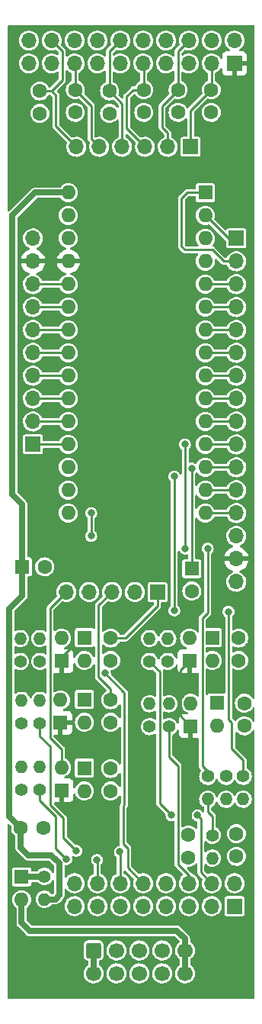
<source format=gtl>
%TF.GenerationSoftware,KiCad,Pcbnew,(6.0.1)*%
%TF.CreationDate,2023-01-25T11:42:49-05:00*%
%TF.ProjectId,ER-PROTO-03-MOZZI-DB,45522d50-524f-4544-9f2d-30332d4d4f5a,1*%
%TF.SameCoordinates,Original*%
%TF.FileFunction,Copper,L1,Top*%
%TF.FilePolarity,Positive*%
%FSLAX46Y46*%
G04 Gerber Fmt 4.6, Leading zero omitted, Abs format (unit mm)*
G04 Created by KiCad (PCBNEW (6.0.1)) date 2023-01-25 11:42:49*
%MOMM*%
%LPD*%
G01*
G04 APERTURE LIST*
G04 Aperture macros list*
%AMRoundRect*
0 Rectangle with rounded corners*
0 $1 Rounding radius*
0 $2 $3 $4 $5 $6 $7 $8 $9 X,Y pos of 4 corners*
0 Add a 4 corners polygon primitive as box body*
4,1,4,$2,$3,$4,$5,$6,$7,$8,$9,$2,$3,0*
0 Add four circle primitives for the rounded corners*
1,1,$1+$1,$2,$3*
1,1,$1+$1,$4,$5*
1,1,$1+$1,$6,$7*
1,1,$1+$1,$8,$9*
0 Add four rect primitives between the rounded corners*
20,1,$1+$1,$2,$3,$4,$5,0*
20,1,$1+$1,$4,$5,$6,$7,0*
20,1,$1+$1,$6,$7,$8,$9,0*
20,1,$1+$1,$8,$9,$2,$3,0*%
G04 Aperture macros list end*
%TA.AperFunction,ComponentPad*%
%ADD10R,1.600000X1.600000*%
%TD*%
%TA.AperFunction,ComponentPad*%
%ADD11O,1.600000X1.600000*%
%TD*%
%TA.AperFunction,ComponentPad*%
%ADD12C,1.600000*%
%TD*%
%TA.AperFunction,ComponentPad*%
%ADD13C,1.400000*%
%TD*%
%TA.AperFunction,ComponentPad*%
%ADD14O,1.400000X1.400000*%
%TD*%
%TA.AperFunction,ComponentPad*%
%ADD15R,1.700000X1.700000*%
%TD*%
%TA.AperFunction,ComponentPad*%
%ADD16O,1.700000X1.700000*%
%TD*%
%TA.AperFunction,ComponentPad*%
%ADD17RoundRect,0.250000X-0.600000X0.600000X-0.600000X-0.600000X0.600000X-0.600000X0.600000X0.600000X0*%
%TD*%
%TA.AperFunction,ComponentPad*%
%ADD18C,1.700000*%
%TD*%
%TA.AperFunction,ViaPad*%
%ADD19C,0.800000*%
%TD*%
%TA.AperFunction,Conductor*%
%ADD20C,0.254000*%
%TD*%
%TA.AperFunction,Conductor*%
%ADD21C,0.250000*%
%TD*%
%TA.AperFunction,Conductor*%
%ADD22C,0.635000*%
%TD*%
G04 APERTURE END LIST*
D10*
%TO.P,D2,1,K*%
%TO.N,+5V*%
X118999000Y-80800686D03*
D11*
%TO.P,D2,2,A*%
%TO.N,/J2-TIP*%
X118999000Y-78260686D03*
%TD*%
D10*
%TO.P,D6,1,K*%
%TO.N,+5V*%
X119126000Y-88039686D03*
D11*
%TO.P,D6,2,A*%
%TO.N,/J4-TIP*%
X119126000Y-85499686D03*
%TD*%
D12*
%TO.P,C1,1*%
%TO.N,/POT6-2*%
X121412000Y-17419000D03*
%TO.P,C1,2*%
%TO.N,GND*%
X121412000Y-19919000D03*
%TD*%
D13*
%TO.P,R2,1*%
%TO.N,/J2-T*%
X114554000Y-80849000D03*
D14*
%TO.P,R2,2*%
%TO.N,GND*%
X114554000Y-78309000D03*
%TD*%
D12*
%TO.P,C13,1*%
%TO.N,/J5-TIP*%
X110236000Y-92729990D03*
%TO.P,C13,2*%
%TO.N,GND*%
X110236000Y-95229990D03*
%TD*%
%TO.P,C14,1*%
%TO.N,+12P*%
X100223000Y-99314000D03*
%TO.P,C14,2*%
%TO.N,GND*%
X102723000Y-99314000D03*
%TD*%
D13*
%TO.P,R10,1*%
%TO.N,/D10*%
X123063000Y-93599000D03*
D14*
%TO.P,R10,2*%
%TO.N,Net-(C16-Pad1)*%
X123063000Y-96139000D03*
%TD*%
D13*
%TO.P,R3,1*%
%TO.N,/J1-T*%
X102362000Y-80849000D03*
D14*
%TO.P,R3,2*%
%TO.N,/J1-TIP*%
X102362000Y-78309000D03*
%TD*%
D13*
%TO.P,R7,1*%
%TO.N,/J3-T*%
X102362000Y-87707000D03*
D14*
%TO.P,R7,2*%
%TO.N,/J3-TIP*%
X102362000Y-85167000D03*
%TD*%
D12*
%TO.P,C4,1*%
%TO.N,/POT5-2*%
X110109000Y-17546000D03*
%TO.P,C4,2*%
%TO.N,GND*%
X110109000Y-20046000D03*
%TD*%
D13*
%TO.P,R15,1*%
%TO.N,Net-(D11-Pad1)*%
X102870000Y-104698013D03*
D14*
%TO.P,R15,2*%
%TO.N,+12P*%
X102870000Y-107238013D03*
%TD*%
D10*
%TO.P,D5,1,K*%
%TO.N,/J4-TIP*%
X122047000Y-85442315D03*
D11*
%TO.P,D5,2,A*%
%TO.N,GND*%
X122047000Y-87982315D03*
%TD*%
D13*
%TO.P,R13,1*%
%TO.N,/J5-T*%
X100330000Y-95096000D03*
D14*
%TO.P,R13,2*%
%TO.N,GND*%
X100330000Y-92556000D03*
%TD*%
D12*
%TO.P,C3,1*%
%TO.N,/POT2-2*%
X113919000Y-17419000D03*
%TO.P,C3,2*%
%TO.N,GND*%
X113919000Y-19919000D03*
%TD*%
D10*
%TO.P,A1,1,D1/TX*%
%TO.N,/D1_TX*%
X120766992Y-28829000D03*
D11*
%TO.P,A1,2,D0/RX*%
%TO.N,/D0_RX*%
X120766992Y-31369000D03*
%TO.P,A1,3,~{RESET}*%
%TO.N,unconnected-(A1-Pad3)*%
X120766992Y-33909000D03*
%TO.P,A1,4,GND*%
%TO.N,GND*%
X120766992Y-36449000D03*
%TO.P,A1,5,D2*%
%TO.N,/D2*%
X120766992Y-38989000D03*
%TO.P,A1,6,D3*%
%TO.N,/D3*%
X120766992Y-41529000D03*
%TO.P,A1,7,D4*%
%TO.N,/D4*%
X120766992Y-44069000D03*
%TO.P,A1,8,D5*%
%TO.N,/D5*%
X120766992Y-46609000D03*
%TO.P,A1,9,D6*%
%TO.N,/D6*%
X120766992Y-49149000D03*
%TO.P,A1,10,D7*%
%TO.N,/D7*%
X120766992Y-51689000D03*
%TO.P,A1,11,D8*%
%TO.N,/D8*%
X120766992Y-54229000D03*
%TO.P,A1,12,D9*%
%TO.N,/D9*%
X120766992Y-56769000D03*
%TO.P,A1,13,D10*%
%TO.N,/D10*%
X120766992Y-59309000D03*
%TO.P,A1,14,D11*%
%TO.N,/D11*%
X120766992Y-61849000D03*
%TO.P,A1,15,D12*%
%TO.N,/D12*%
X120766992Y-64389000D03*
%TO.P,A1,16,D13*%
%TO.N,/D13*%
X105526992Y-64389000D03*
%TO.P,A1,17,3V3*%
%TO.N,unconnected-(A1-Pad17)*%
X105526992Y-61849000D03*
%TO.P,A1,18,AREF*%
%TO.N,Net-(A1-Pad18)*%
X105526992Y-59309000D03*
%TO.P,A1,19,A0*%
%TO.N,/ANA0*%
X105526992Y-56769000D03*
%TO.P,A1,20,A1*%
%TO.N,/ANA1*%
X105526992Y-54229000D03*
%TO.P,A1,21,A2*%
%TO.N,/ANA2*%
X105526992Y-51689000D03*
%TO.P,A1,22,A3*%
%TO.N,/ANA3*%
X105526992Y-49149000D03*
%TO.P,A1,23,A4*%
%TO.N,/ANA4*%
X105526992Y-46609000D03*
%TO.P,A1,24,A5*%
%TO.N,/ANA5*%
X105526992Y-44069000D03*
%TO.P,A1,25,A6*%
%TO.N,/ANA6*%
X105526992Y-41529000D03*
%TO.P,A1,26,A7*%
%TO.N,/ANA7*%
X105526992Y-38989000D03*
%TO.P,A1,27,+5V*%
%TO.N,+5V*%
X105526992Y-36449000D03*
%TO.P,A1,28,~{RESET}*%
%TO.N,unconnected-(A1-Pad28)*%
X105526992Y-33909000D03*
%TO.P,A1,29,GND*%
%TO.N,GND*%
X105526992Y-31369000D03*
%TO.P,A1,30,VIN*%
%TO.N,+12P*%
X105526992Y-28829000D03*
%TD*%
D13*
%TO.P,R4,1*%
%TO.N,/J1-T*%
X100203000Y-80849000D03*
D14*
%TO.P,R4,2*%
%TO.N,GND*%
X100203000Y-78309000D03*
%TD*%
D10*
%TO.P,D9,1,K*%
%TO.N,/J5-TIP*%
X107315000Y-92681315D03*
D11*
%TO.P,D9,2,A*%
%TO.N,GND*%
X107315000Y-95221315D03*
%TD*%
D13*
%TO.P,R14,1*%
%TO.N,Net-(C16-Pad1)*%
X121539000Y-100126000D03*
D14*
%TO.P,R14,2*%
%TO.N,/J6-T*%
X121539000Y-102666000D03*
%TD*%
D12*
%TO.P,C15,1*%
%TO.N,/J6-T*%
X124206000Y-102469010D03*
%TO.P,C15,2*%
%TO.N,GND*%
X124206000Y-99969010D03*
%TD*%
%TO.P,C10,1*%
%TO.N,/J1-TIP*%
X110236000Y-78252000D03*
%TO.P,C10,2*%
%TO.N,GND*%
X110236000Y-80752000D03*
%TD*%
D10*
%TO.P,D7,1,K*%
%TO.N,/J3-TIP*%
X107315000Y-85061315D03*
D11*
%TO.P,D7,2,A*%
%TO.N,GND*%
X107315000Y-87601315D03*
%TD*%
D13*
%TO.P,R6,1*%
%TO.N,/J4-T*%
X114554000Y-88088000D03*
D14*
%TO.P,R6,2*%
%TO.N,GND*%
X114554000Y-85548000D03*
%TD*%
D15*
%TO.P,J1,1,Pin_1*%
%TO.N,/ANA0*%
X101600000Y-56769000D03*
D16*
%TO.P,J1,2,Pin_2*%
%TO.N,/ANA1*%
X101600000Y-54229000D03*
%TO.P,J1,3,Pin_3*%
%TO.N,/ANA2*%
X101600000Y-51689000D03*
%TO.P,J1,4,Pin_4*%
%TO.N,/ANA3*%
X101600000Y-49149000D03*
%TO.P,J1,5,Pin_5*%
%TO.N,/ANA4*%
X101600000Y-46609000D03*
%TO.P,J1,6,Pin_6*%
%TO.N,/ANA5*%
X101600000Y-44069000D03*
%TO.P,J1,7,Pin_7*%
%TO.N,/ANA6*%
X101600000Y-41529000D03*
%TO.P,J1,8,Pin_8*%
%TO.N,/ANA7*%
X101600000Y-38989000D03*
%TO.P,J1,9,Pin_9*%
%TO.N,+5V*%
X101600000Y-36449000D03*
%TO.P,J1,10,Pin_10*%
%TO.N,GND*%
X101600000Y-33909000D03*
%TD*%
D12*
%TO.P,C11,1*%
%TO.N,/J4-TIP*%
X125095000Y-85491000D03*
%TO.P,C11,2*%
%TO.N,GND*%
X125095000Y-87991000D03*
%TD*%
D13*
%TO.P,R12,1*%
%TO.N,/J5-T*%
X102362000Y-95073000D03*
D14*
%TO.P,R12,2*%
%TO.N,/J5-TIP*%
X102362000Y-92533000D03*
%TD*%
D10*
%TO.P,D1,1,K*%
%TO.N,/J2-TIP*%
X121539000Y-78203315D03*
D11*
%TO.P,D1,2,A*%
%TO.N,GND*%
X121539000Y-80743315D03*
%TD*%
D12*
%TO.P,C12,1*%
%TO.N,/J3-TIP*%
X110236000Y-85110000D03*
%TO.P,C12,2*%
%TO.N,GND*%
X110236000Y-87610000D03*
%TD*%
D10*
%TO.P,C7,1*%
%TO.N,Net-(A1-Pad18)*%
X119253000Y-70549888D03*
D12*
%TO.P,C7,2*%
%TO.N,GND*%
X119253000Y-73049888D03*
%TD*%
D13*
%TO.P,R8,1*%
%TO.N,/J3-T*%
X100330000Y-87707000D03*
D14*
%TO.P,R8,2*%
%TO.N,GND*%
X100330000Y-85167000D03*
%TD*%
D17*
%TO.P,J9,1,Pin_1*%
%TO.N,-12V*%
X108331000Y-112912500D03*
D18*
%TO.P,J9,2,Pin_2*%
X108331000Y-115452500D03*
%TO.P,J9,3,Pin_3*%
%TO.N,GND*%
X110871000Y-112912500D03*
%TO.P,J9,4,Pin_4*%
X110871000Y-115452500D03*
%TO.P,J9,5,Pin_5*%
X113411000Y-112912500D03*
%TO.P,J9,6,Pin_6*%
X113411000Y-115452500D03*
%TO.P,J9,7,Pin_7*%
X115951000Y-112912500D03*
%TO.P,J9,8,Pin_8*%
X115951000Y-115452500D03*
%TO.P,J9,9,Pin_9*%
%TO.N,+12V*%
X118491000Y-112912500D03*
%TO.P,J9,10,Pin_10*%
X118491000Y-115452500D03*
%TD*%
D10*
%TO.P,D11,1,K*%
%TO.N,Net-(D11-Pad1)*%
X100330000Y-104746315D03*
D11*
%TO.P,D11,2,A*%
%TO.N,+12V*%
X100330000Y-107286315D03*
%TD*%
D10*
%TO.P,D10,1,K*%
%TO.N,+5V*%
X104775000Y-95151686D03*
D11*
%TO.P,D10,2,A*%
%TO.N,/J5-TIP*%
X104775000Y-92611686D03*
%TD*%
D12*
%TO.P,C16,1*%
%TO.N,Net-(C16-Pad1)*%
X118872000Y-100096000D03*
%TO.P,C16,2*%
%TO.N,GND*%
X118872000Y-102596000D03*
%TD*%
%TO.P,C2,1*%
%TO.N,/POT4-2*%
X117729000Y-17419000D03*
%TO.P,C2,2*%
%TO.N,GND*%
X117729000Y-19919000D03*
%TD*%
D15*
%TO.P,J10,1,Pin_1*%
%TO.N,/D0_RX*%
X124206000Y-33909000D03*
D16*
%TO.P,J10,2,Pin_2*%
%TO.N,/D1_TX*%
X124206000Y-36449000D03*
%TO.P,J10,3,Pin_3*%
%TO.N,/D2*%
X124206000Y-38989000D03*
%TO.P,J10,4,Pin_4*%
%TO.N,/D3*%
X124206000Y-41529000D03*
%TO.P,J10,5,Pin_5*%
%TO.N,/D4*%
X124206000Y-44069000D03*
%TO.P,J10,6,Pin_6*%
%TO.N,/D5*%
X124206000Y-46609000D03*
%TO.P,J10,7,Pin_7*%
%TO.N,/D6*%
X124206000Y-49149000D03*
%TO.P,J10,8,Pin_8*%
%TO.N,/D7*%
X124206000Y-51689000D03*
%TO.P,J10,9,Pin_9*%
%TO.N,/D8*%
X124206000Y-54229000D03*
%TO.P,J10,10,Pin_10*%
%TO.N,/D9*%
X124206000Y-56769000D03*
%TO.P,J10,11,Pin_11*%
%TO.N,/D10*%
X124206000Y-59309000D03*
%TO.P,J10,12,Pin_12*%
%TO.N,/D11*%
X124206000Y-61849000D03*
%TO.P,J10,13,Pin_13*%
%TO.N,/D12*%
X124206000Y-64389000D03*
%TO.P,J10,14,Pin_14*%
%TO.N,/D13*%
X124206000Y-66929000D03*
%TO.P,J10,15,Pin_15*%
%TO.N,+5V*%
X124206000Y-69469000D03*
%TO.P,J10,16,Pin_16*%
%TO.N,GND*%
X124206000Y-72009000D03*
%TD*%
D12*
%TO.P,C6,1*%
%TO.N,/POT1-2*%
X102362000Y-17546000D03*
%TO.P,C6,2*%
%TO.N,GND*%
X102362000Y-20046000D03*
%TD*%
%TO.P,C5,1*%
%TO.N,/POT3-2*%
X106299000Y-17419000D03*
%TO.P,C5,2*%
%TO.N,GND*%
X106299000Y-19919000D03*
%TD*%
D15*
%TO.P,J2,1,Pin_1*%
%TO.N,/J1-TIP*%
X115443000Y-73152000D03*
D16*
%TO.P,J2,2,Pin_2*%
%TO.N,/J2-TIP*%
X112903000Y-73152000D03*
%TO.P,J2,3,Pin_3*%
%TO.N,/J3-TIP*%
X110363000Y-73152000D03*
%TO.P,J2,4,Pin_4*%
%TO.N,/J4-TIP*%
X107823000Y-73152000D03*
%TO.P,J2,5,Pin_5*%
%TO.N,/J5-TIP*%
X105283000Y-73152000D03*
%TD*%
D10*
%TO.P,C8,1*%
%TO.N,+12P*%
X100394888Y-70358000D03*
D12*
%TO.P,C8,2*%
%TO.N,GND*%
X102894888Y-70358000D03*
%TD*%
D15*
%TO.P,J3,1,Pin_1*%
%TO.N,/POT6-2*%
X119126000Y-23749000D03*
D16*
%TO.P,J3,2,Pin_2*%
%TO.N,/POT4-2*%
X116586000Y-23749000D03*
%TO.P,J3,3,Pin_3*%
%TO.N,/POT2-2*%
X114046000Y-23749000D03*
%TO.P,J3,4,Pin_4*%
%TO.N,/POT5-2*%
X111506000Y-23749000D03*
%TO.P,J3,5,Pin_5*%
%TO.N,/POT3-2*%
X108966000Y-23749000D03*
%TO.P,J3,6,Pin_6*%
%TO.N,/POT1-2*%
X106426000Y-23749000D03*
%TD*%
D13*
%TO.P,R5,1*%
%TO.N,/J4-T*%
X116713000Y-88088000D03*
D14*
%TO.P,R5,2*%
%TO.N,/J4-TIP*%
X116713000Y-85548000D03*
%TD*%
D10*
%TO.P,D4,1,K*%
%TO.N,+5V*%
X104775000Y-80800686D03*
D11*
%TO.P,D4,2,A*%
%TO.N,/J1-TIP*%
X104775000Y-78260686D03*
%TD*%
D10*
%TO.P,D8,1,K*%
%TO.N,+5V*%
X104648000Y-87658686D03*
D11*
%TO.P,D8,2,A*%
%TO.N,/J3-TIP*%
X104648000Y-85118686D03*
%TD*%
D15*
%TO.P,J8,1,VCC*%
%TO.N,+5V*%
X124000006Y-14499999D03*
D16*
%TO.P,J8,2,POT6_1_CW*%
%TO.N,/POT6-1*%
X124000006Y-11959999D03*
%TO.P,J8,3,POT6_2_W*%
%TO.N,/POT6-2*%
X121460006Y-14499999D03*
%TO.P,J8,4,POT6_3_CCW*%
%TO.N,/POT6-3*%
X121460006Y-11959999D03*
%TO.P,J8,5,POT4_1_CW*%
%TO.N,/POT4-1*%
X118920006Y-14499999D03*
%TO.P,J8,6,POT4_2_W*%
%TO.N,/POT4-2*%
X118920006Y-11959999D03*
%TO.P,J8,7,POT4_3_CCW*%
%TO.N,/POT4-3*%
X116380006Y-14499999D03*
%TO.P,J8,8,POT2_1_CW*%
%TO.N,/POT2-1*%
X116380006Y-11959999D03*
%TO.P,J8,9,POT2_2_W*%
%TO.N,/POT2-2*%
X113840006Y-14499999D03*
%TO.P,J8,10,POT2_3_CCW*%
%TO.N,/POT2-3*%
X113840006Y-11959999D03*
%TO.P,J8,11,POT5_1_CW*%
%TO.N,/POT5-1*%
X111300006Y-14499999D03*
%TO.P,J8,12,POT5_2_W*%
%TO.N,/POT5-2*%
X111300006Y-11959999D03*
%TO.P,J8,13,POT5_3_CCW*%
%TO.N,/POT5-3*%
X108760006Y-14499999D03*
%TO.P,J8,14,POT3_1_CW*%
%TO.N,/POT3-1*%
X108760006Y-11959999D03*
%TO.P,J8,15,POT3_2_W*%
%TO.N,/POT3-2*%
X106220006Y-14499999D03*
%TO.P,J8,16,POT3_3_CCW*%
%TO.N,/POT3-3*%
X106220006Y-11959999D03*
%TO.P,J8,17,POT1_1_CW*%
%TO.N,/POT1-1*%
X103680006Y-14499999D03*
%TO.P,J8,18,POT1_2_W*%
%TO.N,/POT1-2*%
X103680006Y-11959999D03*
%TO.P,J8,19,POT1_3_CCW*%
%TO.N,/POT1-3*%
X101140006Y-14499999D03*
%TO.P,J8,20,GND*%
%TO.N,GND*%
X101140006Y-11959999D03*
%TD*%
D15*
%TO.P,J7,1,GND*%
%TO.N,GND*%
X124000006Y-108000013D03*
D16*
%TO.P,J7,2,GND*%
X124000006Y-105460013D03*
%TO.P,J7,3,J2_R_N*%
%TO.N,/J2-R_N*%
X121460006Y-108000013D03*
%TO.P,J7,4,J2_T*%
%TO.N,/J2-T*%
X121460006Y-105460013D03*
%TO.P,J7,5,J4_R_N*%
%TO.N,/J4-R_N*%
X118920006Y-108000013D03*
%TO.P,J7,6,J4_T*%
%TO.N,/J4-T*%
X118920006Y-105460013D03*
%TO.P,J7,7,J6_R_N*%
%TO.N,/J6-R_N*%
X116380006Y-108000013D03*
%TO.P,J7,8,J6_T*%
%TO.N,/J6-T*%
X116380006Y-105460013D03*
%TO.P,J7,9,J1_R_N*%
%TO.N,/J1-R_N*%
X113840006Y-108000013D03*
%TO.P,J7,10,J1_T*%
%TO.N,/J1-T*%
X113840006Y-105460013D03*
%TO.P,J7,11,J3_R_N*%
%TO.N,/J3-R_N*%
X111300006Y-108000013D03*
%TO.P,J7,12,J3_T*%
%TO.N,/J3-T*%
X111300006Y-105460013D03*
%TO.P,J7,13,J5_R_N*%
%TO.N,/J5-R_N*%
X108760006Y-108000013D03*
%TO.P,J7,14,J5_T*%
%TO.N,/J5-T*%
X108760006Y-105460013D03*
%TO.P,J7,15,GND*%
%TO.N,GND*%
X106220006Y-108000013D03*
%TO.P,J7,16,GND*%
X106220006Y-105460013D03*
%TD*%
D10*
%TO.P,D3,1,K*%
%TO.N,/J1-TIP*%
X107315000Y-78203315D03*
D11*
%TO.P,D3,2,A*%
%TO.N,GND*%
X107315000Y-80743315D03*
%TD*%
D13*
%TO.P,R1,1*%
%TO.N,/J2-T*%
X116586000Y-80849000D03*
D14*
%TO.P,R1,2*%
%TO.N,/J2-TIP*%
X116586000Y-78309000D03*
%TD*%
D13*
%TO.P,R9,1*%
%TO.N,/D10*%
X124968000Y-93599000D03*
D14*
%TO.P,R9,2*%
%TO.N,Net-(C16-Pad1)*%
X124968000Y-96139000D03*
%TD*%
D12*
%TO.P,C9,1*%
%TO.N,/J2-TIP*%
X124460000Y-78252000D03*
%TO.P,C9,2*%
%TO.N,GND*%
X124460000Y-80752000D03*
%TD*%
D13*
%TO.P,R11,1*%
%TO.N,/D9*%
X121031000Y-93599000D03*
D14*
%TO.P,R11,2*%
%TO.N,Net-(C16-Pad1)*%
X121031000Y-96139000D03*
%TD*%
D19*
%TO.N,/J1-T*%
X109601000Y-82169000D03*
%TO.N,/J2-T*%
X117002500Y-97917000D03*
X119888000Y-97917000D03*
%TO.N,/J3-T*%
X111252000Y-101981000D03*
X106426000Y-101854000D03*
%TO.N,/J5-T*%
X105307322Y-102779207D03*
X108712000Y-102870000D03*
%TO.N,Net-(A1-Pad18)*%
X119253000Y-59436000D03*
%TO.N,/D13*%
X108077000Y-64389000D03*
X108077000Y-66929000D03*
%TO.N,/D10*%
X123333489Y-75327489D03*
X117312500Y-75184000D03*
X117312500Y-60325000D03*
%TO.N,/D9*%
X118491000Y-56769000D03*
X121031000Y-68326000D03*
X118526500Y-68326000D03*
%TD*%
D20*
%TO.N,/POT2-2*%
X112014000Y-21717000D02*
X114046000Y-23749000D01*
X113919000Y-17419000D02*
X112756000Y-17419000D01*
X112014000Y-18161000D02*
X112014000Y-21717000D01*
X112756000Y-17419000D02*
X112014000Y-18161000D01*
X113919000Y-17419000D02*
X113919000Y-14578993D01*
%TO.N,/POT3-2*%
X108077000Y-19197000D02*
X108077000Y-22860000D01*
X106299000Y-17419000D02*
X108077000Y-19197000D01*
X106299000Y-17419000D02*
X106299000Y-14578993D01*
X108077000Y-22860000D02*
X108966000Y-23749000D01*
D21*
%TO.N,/POT1-2*%
X102362000Y-17546000D02*
X103652000Y-17546000D01*
X103652000Y-17546000D02*
X104140000Y-18034000D01*
X104140000Y-18034000D02*
X104140000Y-21463000D01*
X104140000Y-21463000D02*
X106426000Y-23749000D01*
X104854517Y-13134510D02*
X104854517Y-16343483D01*
X104854517Y-16343483D02*
X103652000Y-17546000D01*
X103680006Y-11959999D02*
X104854517Y-13134510D01*
D20*
%TO.N,/J1-T*%
X111633000Y-101092000D02*
X112141000Y-101600000D01*
X112141000Y-101600000D02*
X112141000Y-103761007D01*
X109601000Y-82169000D02*
X111760000Y-84328000D01*
X111633000Y-96901000D02*
X111633000Y-101092000D01*
X111760000Y-84328000D02*
X111760000Y-96774000D01*
X112141000Y-103761007D02*
X113840006Y-105460013D01*
X111760000Y-96774000D02*
X111633000Y-96901000D01*
D21*
%TO.N,/J2-T*%
X120269000Y-104269007D02*
X120269000Y-98298000D01*
X121460006Y-105460013D02*
X120269000Y-104269007D01*
X115688489Y-81983489D02*
X114554000Y-80849000D01*
X115688489Y-96602989D02*
X115688489Y-81983489D01*
X120269000Y-98298000D02*
X119888000Y-97917000D01*
X117002500Y-97917000D02*
X115688489Y-96602989D01*
D20*
%TO.N,/J3-T*%
X111300006Y-102029006D02*
X111252000Y-101981000D01*
X111300006Y-105460013D02*
X111300006Y-102029006D01*
X104968687Y-100396687D02*
X104968687Y-98231313D01*
X106426000Y-101854000D02*
X104968687Y-100396687D01*
X103505000Y-96767626D02*
X103505000Y-90297000D01*
X102362000Y-89154000D02*
X102362000Y-87707000D01*
X103505000Y-90297000D02*
X102362000Y-89154000D01*
X104968687Y-98231313D02*
X103505000Y-96767626D01*
%TO.N,/J4-T*%
X118920006Y-105460013D02*
X118920006Y-104569006D01*
X118920006Y-104569006D02*
X117729000Y-103378000D01*
X117729000Y-92456000D02*
X117729000Y-103378000D01*
X116713000Y-88088000D02*
X116713000Y-91440000D01*
X116713000Y-91440000D02*
X117729000Y-92456000D01*
D21*
%TO.N,/ANA3*%
X101600000Y-49149000D02*
X105526992Y-49149000D01*
%TO.N,/ANA4*%
X101600000Y-46609000D02*
X105526992Y-46609000D01*
%TO.N,/ANA5*%
X101600000Y-44069000D02*
X105526992Y-44069000D01*
D20*
%TO.N,/J5-T*%
X102362000Y-96266000D02*
X102362000Y-95073000D01*
X108760006Y-105460013D02*
X108760006Y-102918006D01*
X104140000Y-98044000D02*
X102362000Y-96266000D01*
X104140000Y-101611885D02*
X104140000Y-98044000D01*
X105307322Y-102779207D02*
X104140000Y-101611885D01*
X108760006Y-102918006D02*
X108712000Y-102870000D01*
D22*
%TO.N,+12V*%
X117602000Y-110744000D02*
X101219000Y-110744000D01*
X118491000Y-111633000D02*
X117602000Y-110744000D01*
X118491000Y-112912500D02*
X118491000Y-111633000D01*
X101219000Y-110744000D02*
X100330000Y-109855000D01*
X100330000Y-109855000D02*
X100330000Y-107286315D01*
X118491000Y-112912500D02*
X118491000Y-115452500D01*
D21*
%TO.N,+5V*%
X118999000Y-80800686D02*
X118001489Y-81798197D01*
X118001489Y-86915175D02*
X119126000Y-88039686D01*
X104775000Y-80391000D02*
X105918000Y-79248000D01*
X118001489Y-81798197D02*
X118001489Y-86915175D01*
D22*
%TO.N,-12V*%
X108331000Y-112912500D02*
X108331000Y-115452500D01*
%TO.N,+12P*%
X101854000Y-28829000D02*
X105526992Y-28829000D01*
X99314000Y-62357000D02*
X99314000Y-31369000D01*
X103632000Y-102362000D02*
X101092000Y-102362000D01*
X104521000Y-106807000D02*
X104521000Y-103251000D01*
X98985989Y-75004011D02*
X100394888Y-73595112D01*
X100394888Y-73595112D02*
X100394888Y-70358000D01*
X104521000Y-103251000D02*
X103632000Y-102362000D01*
X101092000Y-102362000D02*
X100223000Y-101493000D01*
X100394888Y-70358000D02*
X100394888Y-63437888D01*
X104090000Y-107238000D02*
X104521000Y-106807000D01*
X100394888Y-63437888D02*
X99314000Y-62357000D01*
X99314000Y-31369000D02*
X101854000Y-28829000D01*
X98985989Y-98076989D02*
X98985989Y-75004011D01*
X100223000Y-99314000D02*
X98985989Y-98076989D01*
X100223000Y-101493000D02*
X100223000Y-99314000D01*
X102870000Y-107238000D02*
X104090000Y-107238000D01*
D21*
%TO.N,/ANA6*%
X101600000Y-41529000D02*
X105526992Y-41529000D01*
%TO.N,/ANA7*%
X101600000Y-38989000D02*
X105526992Y-38989000D01*
D20*
%TO.N,Net-(A1-Pad18)*%
X119253000Y-70549888D02*
X119253000Y-59436000D01*
D21*
%TO.N,/D13*%
X108077000Y-66929000D02*
X108077000Y-64389000D01*
%TO.N,/D12*%
X120767000Y-64389000D02*
X124079000Y-64389000D01*
%TO.N,/D11*%
X120767000Y-61849000D02*
X124079000Y-61849000D01*
D20*
%TO.N,/D10*%
X120766992Y-59309000D02*
X124079000Y-59309000D01*
X123698000Y-90551000D02*
X123698000Y-87630000D01*
X123333489Y-87265489D02*
X123333489Y-75327489D01*
X124968000Y-91821000D02*
X123698000Y-90551000D01*
X123698000Y-87630000D02*
X123333489Y-87265489D01*
X117312500Y-75184000D02*
X117312500Y-60325000D01*
X124968000Y-93599000D02*
X124968000Y-91821000D01*
%TO.N,/D9*%
X118526500Y-68326000D02*
X118526500Y-56804500D01*
X120766992Y-56769000D02*
X124079000Y-56769000D01*
X120412489Y-76056511D02*
X120412489Y-92472489D01*
X120412489Y-92472489D02*
X121539000Y-93599000D01*
X121031000Y-75438000D02*
X120412489Y-76056511D01*
X118526500Y-56804500D02*
X118491000Y-56769000D01*
X121031000Y-68326000D02*
X121031000Y-75438000D01*
D21*
%TO.N,/D8*%
X120767000Y-54229000D02*
X124079000Y-54229000D01*
%TO.N,/D7*%
X120767000Y-51689000D02*
X124079000Y-51689000D01*
%TO.N,/D6*%
X120767000Y-49149000D02*
X124079000Y-49149000D01*
%TO.N,/D0_RX*%
X123306992Y-33909000D02*
X120766992Y-31369000D01*
X124206000Y-33909000D02*
X123306992Y-33909000D01*
%TO.N,/D1_TX*%
X118110000Y-29464000D02*
X118745000Y-28829000D01*
X118491000Y-35179000D02*
X118110000Y-34798000D01*
X118110000Y-34798000D02*
X118110000Y-29464000D01*
X124206000Y-36449000D02*
X122809000Y-36449000D01*
X122809000Y-36449000D02*
X121539000Y-35179000D01*
X118745000Y-28829000D02*
X120766992Y-28829000D01*
X121539000Y-35179000D02*
X118491000Y-35179000D01*
D20*
%TO.N,Net-(C16-Pad1)*%
X121031000Y-96139000D02*
X121031000Y-97536000D01*
X121031000Y-97536000D02*
X121539000Y-98044000D01*
X121539000Y-100126000D02*
X121539000Y-98044000D01*
D22*
%TO.N,Net-(D11-Pad1)*%
X100330000Y-104746315D02*
X102821685Y-104746315D01*
D21*
%TO.N,/POT6-2*%
X121460006Y-14499999D02*
X121460006Y-17370994D01*
X119126000Y-23749000D02*
X119126000Y-19705000D01*
X119126000Y-19705000D02*
X121412000Y-17419000D01*
%TO.N,/POT4-2*%
X118920006Y-11959999D02*
X117729000Y-13151005D01*
X116586000Y-22225000D02*
X116586000Y-23749000D01*
X117729000Y-17419000D02*
X115951000Y-19197000D01*
X115951000Y-21590000D02*
X116586000Y-22225000D01*
X117729000Y-13151005D02*
X117729000Y-17419000D01*
X115951000Y-19197000D02*
X115951000Y-21590000D01*
%TO.N,/POT5-2*%
X110109000Y-13151005D02*
X110109000Y-17546000D01*
X111506000Y-18943000D02*
X110109000Y-17546000D01*
X111300006Y-11959999D02*
X110109000Y-13151005D01*
X111506000Y-23749000D02*
X111506000Y-18943000D01*
%TO.N,/ANA0*%
X101600000Y-56769000D02*
X105526992Y-56769000D01*
%TO.N,/ANA1*%
X101600000Y-54229000D02*
X105526992Y-54229000D01*
%TO.N,/ANA2*%
X101600000Y-51689000D02*
X105526992Y-51689000D01*
%TO.N,/D2*%
X120766992Y-38989000D02*
X124206000Y-38989000D01*
%TO.N,/D3*%
X120766992Y-41529000D02*
X124206000Y-41529000D01*
%TO.N,/D4*%
X120766992Y-44069000D02*
X124206000Y-44069000D01*
%TO.N,/D5*%
X120766992Y-46609000D02*
X124206000Y-46609000D01*
%TO.N,/J1-TIP*%
X110236000Y-78252000D02*
X111867000Y-78252000D01*
X115443000Y-74676000D02*
X115443000Y-73152000D01*
X111867000Y-78252000D02*
X115443000Y-74676000D01*
%TO.N,/J3-TIP*%
X108876489Y-82587489D02*
X110236000Y-83947000D01*
X108876489Y-74638511D02*
X108876489Y-82587489D01*
X110363000Y-73152000D02*
X108876489Y-74638511D01*
X110236000Y-83947000D02*
X110236000Y-85110000D01*
D20*
%TO.N,/J5-TIP*%
X104775000Y-90612664D02*
X103505000Y-89342664D01*
X104775000Y-92611686D02*
X104775000Y-90612664D01*
X103505000Y-89342664D02*
X103505000Y-74930000D01*
X103505000Y-74930000D02*
X105283000Y-73152000D01*
%TD*%
%TA.AperFunction,Conductor*%
%TO.N,+5V*%
G36*
X126188121Y-10274002D02*
G01*
X126234614Y-10327658D01*
X126246000Y-10380000D01*
X126246000Y-84904121D01*
X126225998Y-84972242D01*
X126172342Y-85018735D01*
X126102068Y-85028839D01*
X126037488Y-84999345D01*
X126008752Y-84963279D01*
X125977565Y-84904625D01*
X125973674Y-84899855D01*
X125973672Y-84899851D01*
X125850758Y-84749143D01*
X125850755Y-84749140D01*
X125846863Y-84744368D01*
X125842114Y-84740439D01*
X125692271Y-84616478D01*
X125692266Y-84616475D01*
X125687522Y-84612550D01*
X125682103Y-84609620D01*
X125682100Y-84609618D01*
X125511032Y-84517122D01*
X125511027Y-84517120D01*
X125505612Y-84514192D01*
X125308063Y-84453040D01*
X125301938Y-84452396D01*
X125301937Y-84452396D01*
X125108526Y-84432068D01*
X125108524Y-84432068D01*
X125102397Y-84431424D01*
X124976229Y-84442906D01*
X124902591Y-84449607D01*
X124902590Y-84449607D01*
X124896450Y-84450166D01*
X124698066Y-84508554D01*
X124692601Y-84511411D01*
X124520261Y-84601508D01*
X124520257Y-84601511D01*
X124514801Y-84604363D01*
X124353635Y-84733943D01*
X124220708Y-84892360D01*
X124121082Y-85073578D01*
X124058553Y-85270696D01*
X124057867Y-85276813D01*
X124057866Y-85276817D01*
X124049006Y-85355804D01*
X124035501Y-85476206D01*
X124052806Y-85682278D01*
X124109807Y-85881066D01*
X124112625Y-85886548D01*
X124112626Y-85886552D01*
X124201514Y-86059509D01*
X124201517Y-86059513D01*
X124204334Y-86064995D01*
X124332786Y-86227061D01*
X124337479Y-86231055D01*
X124337480Y-86231056D01*
X124481956Y-86354014D01*
X124490271Y-86361091D01*
X124670789Y-86461980D01*
X124867466Y-86525884D01*
X125072809Y-86550370D01*
X125078944Y-86549898D01*
X125078946Y-86549898D01*
X125272856Y-86534977D01*
X125272860Y-86534976D01*
X125278998Y-86534504D01*
X125478178Y-86478892D01*
X125483682Y-86476112D01*
X125483684Y-86476111D01*
X125657262Y-86388431D01*
X125657264Y-86388430D01*
X125662763Y-86385652D01*
X125825722Y-86258334D01*
X125829748Y-86253670D01*
X125829751Y-86253667D01*
X125956819Y-86106457D01*
X125956820Y-86106455D01*
X125960848Y-86101789D01*
X126010444Y-86014485D01*
X126061483Y-85965134D01*
X126131102Y-85951212D01*
X126197195Y-85977138D01*
X126238780Y-86034682D01*
X126246000Y-86076722D01*
X126246000Y-87404121D01*
X126225998Y-87472242D01*
X126172342Y-87518735D01*
X126102068Y-87528839D01*
X126037488Y-87499345D01*
X126008752Y-87463279D01*
X125977565Y-87404625D01*
X125973674Y-87399855D01*
X125973672Y-87399851D01*
X125850758Y-87249143D01*
X125850755Y-87249140D01*
X125846863Y-87244368D01*
X125836365Y-87235683D01*
X125692271Y-87116478D01*
X125692266Y-87116475D01*
X125687522Y-87112550D01*
X125682103Y-87109620D01*
X125682100Y-87109618D01*
X125511032Y-87017122D01*
X125511027Y-87017120D01*
X125505612Y-87014192D01*
X125308063Y-86953040D01*
X125301938Y-86952396D01*
X125301937Y-86952396D01*
X125108526Y-86932068D01*
X125108524Y-86932068D01*
X125102397Y-86931424D01*
X124976229Y-86942906D01*
X124902591Y-86949607D01*
X124902590Y-86949607D01*
X124896450Y-86950166D01*
X124698066Y-87008554D01*
X124692601Y-87011411D01*
X124520261Y-87101508D01*
X124520257Y-87101511D01*
X124514801Y-87104363D01*
X124353635Y-87233943D01*
X124220708Y-87392360D01*
X124217737Y-87397765D01*
X124216272Y-87399904D01*
X124161283Y-87444812D01*
X124090744Y-87452861D01*
X124027051Y-87421497D01*
X124014963Y-87407162D01*
X124014440Y-87407602D01*
X124012584Y-87405394D01*
X124012581Y-87405390D01*
X124010830Y-87403308D01*
X124008901Y-87401379D01*
X124007111Y-87399427D01*
X124007082Y-87399374D01*
X124007212Y-87399255D01*
X124006711Y-87398687D01*
X124003612Y-87392943D01*
X123963806Y-87356147D01*
X123960239Y-87352717D01*
X123751893Y-87144370D01*
X123717868Y-87082058D01*
X123714989Y-87055275D01*
X123714989Y-81758452D01*
X123734991Y-81690331D01*
X123788647Y-81643838D01*
X123858921Y-81633734D01*
X123902459Y-81648464D01*
X123925006Y-81661065D01*
X124030411Y-81719975D01*
X124030417Y-81719977D01*
X124035789Y-81722980D01*
X124232466Y-81786884D01*
X124437809Y-81811370D01*
X124443944Y-81810898D01*
X124443946Y-81810898D01*
X124637856Y-81795977D01*
X124637860Y-81795976D01*
X124643998Y-81795504D01*
X124843178Y-81739892D01*
X124848682Y-81737112D01*
X124848684Y-81737111D01*
X125022262Y-81649431D01*
X125022264Y-81649430D01*
X125027763Y-81646652D01*
X125190722Y-81519334D01*
X125194748Y-81514670D01*
X125194751Y-81514667D01*
X125321819Y-81367457D01*
X125321820Y-81367455D01*
X125325848Y-81362789D01*
X125389356Y-81250996D01*
X125424950Y-81188340D01*
X125424952Y-81188336D01*
X125427995Y-81182979D01*
X125493270Y-80986753D01*
X125519189Y-80781586D01*
X125519602Y-80752000D01*
X125499422Y-80546189D01*
X125439651Y-80348217D01*
X125368668Y-80214717D01*
X125345459Y-80171067D01*
X125345457Y-80171064D01*
X125342565Y-80165625D01*
X125338674Y-80160855D01*
X125338672Y-80160851D01*
X125215758Y-80010143D01*
X125215755Y-80010140D01*
X125211863Y-80005368D01*
X125201365Y-79996683D01*
X125057271Y-79877478D01*
X125057266Y-79877475D01*
X125052522Y-79873550D01*
X125047103Y-79870620D01*
X125047100Y-79870618D01*
X124876032Y-79778122D01*
X124876027Y-79778120D01*
X124870612Y-79775192D01*
X124673063Y-79714040D01*
X124666938Y-79713396D01*
X124666937Y-79713396D01*
X124473526Y-79693068D01*
X124473524Y-79693068D01*
X124467397Y-79692424D01*
X124341229Y-79703906D01*
X124267591Y-79710607D01*
X124267590Y-79710607D01*
X124261450Y-79711166D01*
X124063066Y-79769554D01*
X124057607Y-79772408D01*
X124057597Y-79772412D01*
X123899365Y-79855135D01*
X123829729Y-79868970D01*
X123763668Y-79842960D01*
X123722156Y-79785364D01*
X123714989Y-79743474D01*
X123714989Y-79258452D01*
X123734991Y-79190331D01*
X123788647Y-79143838D01*
X123858921Y-79133734D01*
X123902459Y-79148464D01*
X123926604Y-79161958D01*
X124030411Y-79219975D01*
X124030417Y-79219977D01*
X124035789Y-79222980D01*
X124232466Y-79286884D01*
X124437809Y-79311370D01*
X124443944Y-79310898D01*
X124443946Y-79310898D01*
X124637856Y-79295977D01*
X124637860Y-79295976D01*
X124643998Y-79295504D01*
X124843178Y-79239892D01*
X124848682Y-79237112D01*
X124848684Y-79237111D01*
X125022262Y-79149431D01*
X125022264Y-79149430D01*
X125027763Y-79146652D01*
X125190722Y-79019334D01*
X125194748Y-79014670D01*
X125194751Y-79014667D01*
X125321819Y-78867457D01*
X125321820Y-78867455D01*
X125325848Y-78862789D01*
X125415786Y-78704471D01*
X125424950Y-78688340D01*
X125424952Y-78688336D01*
X125427995Y-78682979D01*
X125479768Y-78527343D01*
X125491325Y-78492601D01*
X125491326Y-78492598D01*
X125493270Y-78486753D01*
X125519189Y-78281586D01*
X125519602Y-78252000D01*
X125499422Y-78046189D01*
X125439651Y-77848217D01*
X125350077Y-77679753D01*
X125345459Y-77671067D01*
X125345457Y-77671064D01*
X125342565Y-77665625D01*
X125338674Y-77660855D01*
X125338672Y-77660851D01*
X125215758Y-77510143D01*
X125215755Y-77510140D01*
X125211863Y-77505368D01*
X125205964Y-77500488D01*
X125057271Y-77377478D01*
X125057266Y-77377475D01*
X125052522Y-77373550D01*
X125047103Y-77370620D01*
X125047100Y-77370618D01*
X124876032Y-77278122D01*
X124876027Y-77278120D01*
X124870612Y-77275192D01*
X124673063Y-77214040D01*
X124666938Y-77213396D01*
X124666937Y-77213396D01*
X124473526Y-77193068D01*
X124473524Y-77193068D01*
X124467397Y-77192424D01*
X124341229Y-77203906D01*
X124267591Y-77210607D01*
X124267590Y-77210607D01*
X124261450Y-77211166D01*
X124063066Y-77269554D01*
X124057607Y-77272408D01*
X124057597Y-77272412D01*
X123899365Y-77355135D01*
X123829729Y-77368970D01*
X123763668Y-77342960D01*
X123722156Y-77285364D01*
X123714989Y-77243474D01*
X123714989Y-75920511D01*
X123734991Y-75852390D01*
X123759158Y-75824700D01*
X123813025Y-75778693D01*
X123818803Y-75773758D01*
X123911244Y-75645113D01*
X123970331Y-75498130D01*
X123979698Y-75432311D01*
X123992070Y-75345380D01*
X123992070Y-75345377D01*
X123992651Y-75341296D01*
X123992796Y-75327489D01*
X123991513Y-75316882D01*
X123988591Y-75292743D01*
X123973765Y-75170222D01*
X123917769Y-75022035D01*
X123854307Y-74929697D01*
X123832344Y-74897740D01*
X123832343Y-74897738D01*
X123828042Y-74891481D01*
X123816867Y-74881524D01*
X123764968Y-74835285D01*
X123709764Y-74786100D01*
X123702378Y-74782189D01*
X123576477Y-74715528D01*
X123576478Y-74715528D01*
X123569763Y-74711973D01*
X123416122Y-74673381D01*
X123408523Y-74673341D01*
X123408522Y-74673341D01*
X123342670Y-74672996D01*
X123257710Y-74672551D01*
X123250330Y-74674323D01*
X123250328Y-74674323D01*
X123111052Y-74707760D01*
X123111049Y-74707761D01*
X123103673Y-74709532D01*
X122962903Y-74782189D01*
X122843528Y-74886327D01*
X122752439Y-75015933D01*
X122730544Y-75072091D01*
X122703985Y-75140212D01*
X122694895Y-75163526D01*
X122693903Y-75171059D01*
X122693903Y-75171060D01*
X122677467Y-75295908D01*
X122674218Y-75320585D01*
X122691602Y-75478042D01*
X122694212Y-75485173D01*
X122694212Y-75485175D01*
X122741650Y-75614805D01*
X122746042Y-75626808D01*
X122750278Y-75633111D01*
X122750278Y-75633112D01*
X122827794Y-75748467D01*
X122834397Y-75758294D01*
X122840016Y-75763407D01*
X122840017Y-75763408D01*
X122910788Y-75827804D01*
X122947711Y-75888444D01*
X122951989Y-75920998D01*
X122951989Y-84261815D01*
X122931987Y-84329936D01*
X122878331Y-84376429D01*
X122825989Y-84387815D01*
X121417328Y-84387816D01*
X121221934Y-84387816D01*
X121186182Y-84394927D01*
X121159874Y-84400159D01*
X121159872Y-84400160D01*
X121147699Y-84402581D01*
X121137379Y-84409476D01*
X121137378Y-84409477D01*
X121090697Y-84440669D01*
X121063516Y-84458831D01*
X121026525Y-84514192D01*
X121024754Y-84516842D01*
X120970277Y-84562370D01*
X120899834Y-84571218D01*
X120835790Y-84540576D01*
X120798478Y-84480174D01*
X120793989Y-84446840D01*
X120793989Y-81749767D01*
X120813991Y-81681646D01*
X120867647Y-81635153D01*
X120937921Y-81625049D01*
X120981459Y-81639779D01*
X120998730Y-81649431D01*
X121109411Y-81711290D01*
X121109417Y-81711292D01*
X121114789Y-81714295D01*
X121311466Y-81778199D01*
X121516809Y-81802685D01*
X121522944Y-81802213D01*
X121522946Y-81802213D01*
X121716856Y-81787292D01*
X121716860Y-81787291D01*
X121722998Y-81786819D01*
X121922178Y-81731207D01*
X121927682Y-81728427D01*
X121927684Y-81728426D01*
X122101262Y-81640746D01*
X122101264Y-81640745D01*
X122106763Y-81637967D01*
X122269722Y-81510649D01*
X122273748Y-81505985D01*
X122273751Y-81505982D01*
X122400819Y-81358772D01*
X122400820Y-81358770D01*
X122404848Y-81354104D01*
X122491213Y-81202075D01*
X122503950Y-81179655D01*
X122503952Y-81179651D01*
X122506995Y-81174294D01*
X122540466Y-81073674D01*
X122570325Y-80983916D01*
X122570326Y-80983913D01*
X122572270Y-80978068D01*
X122598189Y-80772901D01*
X122598602Y-80743315D01*
X122578422Y-80537504D01*
X122518651Y-80339532D01*
X122452286Y-80214717D01*
X122424459Y-80162382D01*
X122424456Y-80162378D01*
X122421565Y-80156940D01*
X122417674Y-80152170D01*
X122417672Y-80152166D01*
X122294758Y-80001458D01*
X122294755Y-80001455D01*
X122290863Y-79996683D01*
X122283514Y-79990603D01*
X122136271Y-79868793D01*
X122136266Y-79868790D01*
X122131522Y-79864865D01*
X122126103Y-79861935D01*
X122126100Y-79861933D01*
X121955032Y-79769437D01*
X121955027Y-79769435D01*
X121949612Y-79766507D01*
X121752063Y-79705355D01*
X121745938Y-79704711D01*
X121745937Y-79704711D01*
X121552526Y-79684383D01*
X121552524Y-79684383D01*
X121546397Y-79683739D01*
X121420229Y-79695221D01*
X121346591Y-79701922D01*
X121346590Y-79701922D01*
X121340450Y-79702481D01*
X121142066Y-79760869D01*
X121136607Y-79763723D01*
X121136597Y-79763727D01*
X120978365Y-79846450D01*
X120908729Y-79860285D01*
X120842668Y-79834275D01*
X120801156Y-79776679D01*
X120793989Y-79734789D01*
X120793989Y-79383815D01*
X120813991Y-79315694D01*
X120867647Y-79269201D01*
X120919989Y-79257815D01*
X122290556Y-79257814D01*
X122364066Y-79257814D01*
X122399818Y-79250703D01*
X122426126Y-79245471D01*
X122426128Y-79245470D01*
X122438301Y-79243049D01*
X122448621Y-79236154D01*
X122448622Y-79236153D01*
X122512168Y-79193692D01*
X122522484Y-79186799D01*
X122578734Y-79102616D01*
X122593500Y-79028382D01*
X122593499Y-77378249D01*
X122578734Y-77304014D01*
X122566273Y-77285364D01*
X122529377Y-77230147D01*
X122522484Y-77219831D01*
X122438301Y-77163581D01*
X122364067Y-77148815D01*
X122290580Y-77148815D01*
X120919989Y-77148816D01*
X120851868Y-77128814D01*
X120805375Y-77075158D01*
X120793989Y-77022816D01*
X120793989Y-76266723D01*
X120813991Y-76198602D01*
X120830894Y-76177628D01*
X121262476Y-75746046D01*
X121281499Y-75730682D01*
X121282558Y-75729718D01*
X121291304Y-75724071D01*
X121297752Y-75715892D01*
X121297754Y-75715890D01*
X121312234Y-75697523D01*
X121316209Y-75693050D01*
X121316137Y-75692989D01*
X121319490Y-75689032D01*
X121323171Y-75685351D01*
X121334455Y-75669560D01*
X121338019Y-75664814D01*
X121363487Y-75632508D01*
X121369934Y-75624330D01*
X121372984Y-75615645D01*
X121378335Y-75608157D01*
X121393110Y-75558750D01*
X121394926Y-75553163D01*
X121412016Y-75504498D01*
X121412500Y-75498909D01*
X121412500Y-75496198D01*
X121412615Y-75493529D01*
X121412634Y-75493468D01*
X121412808Y-75493475D01*
X121412855Y-75492728D01*
X121414725Y-75486475D01*
X121412597Y-75432311D01*
X121412500Y-75427365D01*
X121412500Y-69736966D01*
X122874257Y-69736966D01*
X122904565Y-69871446D01*
X122907645Y-69881275D01*
X122987770Y-70078603D01*
X122992413Y-70087794D01*
X123103694Y-70269388D01*
X123109777Y-70277699D01*
X123249213Y-70438667D01*
X123256580Y-70445883D01*
X123420434Y-70581916D01*
X123428881Y-70587831D01*
X123612756Y-70695279D01*
X123622042Y-70699729D01*
X123771124Y-70756657D01*
X123827627Y-70799644D01*
X123851920Y-70866355D01*
X123836290Y-70935610D01*
X123785699Y-70985421D01*
X123769785Y-70992579D01*
X123728463Y-71007824D01*
X123554010Y-71111612D01*
X123549670Y-71115418D01*
X123549666Y-71115421D01*
X123465612Y-71189135D01*
X123401392Y-71245455D01*
X123397817Y-71249990D01*
X123397816Y-71249991D01*
X123383917Y-71267622D01*
X123275720Y-71404869D01*
X123273031Y-71409980D01*
X123273029Y-71409983D01*
X123252402Y-71449189D01*
X123181203Y-71584515D01*
X123121007Y-71778378D01*
X123097148Y-71979964D01*
X123110424Y-72182522D01*
X123111845Y-72188118D01*
X123111846Y-72188123D01*
X123158971Y-72373674D01*
X123160392Y-72379269D01*
X123162809Y-72384512D01*
X123199229Y-72463513D01*
X123245377Y-72563616D01*
X123362533Y-72729389D01*
X123507938Y-72871035D01*
X123676720Y-72983812D01*
X123682023Y-72986090D01*
X123682026Y-72986092D01*
X123822398Y-73046400D01*
X123863228Y-73063942D01*
X123916296Y-73075950D01*
X124055579Y-73107467D01*
X124055584Y-73107468D01*
X124061216Y-73108742D01*
X124066987Y-73108969D01*
X124066989Y-73108969D01*
X124126756Y-73111317D01*
X124264053Y-73116712D01*
X124364499Y-73102148D01*
X124459231Y-73088413D01*
X124459236Y-73088412D01*
X124464945Y-73087584D01*
X124470409Y-73085729D01*
X124470414Y-73085728D01*
X124651693Y-73024192D01*
X124651698Y-73024190D01*
X124657165Y-73022334D01*
X124834276Y-72923147D01*
X124843037Y-72915861D01*
X124985913Y-72797031D01*
X124990345Y-72793345D01*
X125120147Y-72637276D01*
X125179845Y-72530677D01*
X125216510Y-72465208D01*
X125216511Y-72465206D01*
X125219334Y-72460165D01*
X125221190Y-72454698D01*
X125221192Y-72454693D01*
X125282728Y-72273414D01*
X125282729Y-72273409D01*
X125284584Y-72267945D01*
X125285412Y-72262236D01*
X125285413Y-72262231D01*
X125310610Y-72088446D01*
X125313712Y-72067053D01*
X125315232Y-72009000D01*
X125296658Y-71806859D01*
X125295090Y-71801299D01*
X125243125Y-71617046D01*
X125243124Y-71617044D01*
X125241557Y-71611487D01*
X125238057Y-71604388D01*
X125154331Y-71434609D01*
X125151776Y-71429428D01*
X125142420Y-71416898D01*
X125090635Y-71347551D01*
X125030320Y-71266779D01*
X124881258Y-71128987D01*
X124876375Y-71125906D01*
X124876371Y-71125903D01*
X124714464Y-71023748D01*
X124709581Y-71020667D01*
X124637614Y-70991955D01*
X124581755Y-70948134D01*
X124558455Y-70881069D01*
X124575111Y-70812054D01*
X124626436Y-70763000D01*
X124648098Y-70754239D01*
X124698252Y-70739192D01*
X124707842Y-70735433D01*
X124899095Y-70641739D01*
X124907945Y-70636464D01*
X125081328Y-70512792D01*
X125089200Y-70506139D01*
X125240052Y-70355812D01*
X125246730Y-70347965D01*
X125371003Y-70175020D01*
X125376313Y-70166183D01*
X125470670Y-69975267D01*
X125474469Y-69965672D01*
X125536377Y-69761910D01*
X125538555Y-69751837D01*
X125539986Y-69740962D01*
X125537775Y-69726778D01*
X125524617Y-69723000D01*
X122889225Y-69723000D01*
X122875694Y-69726973D01*
X122874257Y-69736966D01*
X121412500Y-69736966D01*
X121412500Y-69203183D01*
X122870389Y-69203183D01*
X122871912Y-69211607D01*
X122884292Y-69215000D01*
X125524344Y-69215000D01*
X125537875Y-69211027D01*
X125539180Y-69201947D01*
X125497214Y-69034875D01*
X125493894Y-69025124D01*
X125408972Y-68829814D01*
X125404105Y-68820739D01*
X125288426Y-68641926D01*
X125282136Y-68633757D01*
X125138806Y-68476240D01*
X125131273Y-68469215D01*
X124964139Y-68337222D01*
X124955552Y-68331517D01*
X124769117Y-68228599D01*
X124759705Y-68224369D01*
X124645391Y-68183888D01*
X124587855Y-68142294D01*
X124561939Y-68076196D01*
X124575873Y-68006580D01*
X124625232Y-67955549D01*
X124646943Y-67945804D01*
X124657165Y-67942334D01*
X124834276Y-67843147D01*
X124896934Y-67791035D01*
X124985913Y-67717031D01*
X124990345Y-67713345D01*
X125097442Y-67584576D01*
X125116453Y-67561718D01*
X125116455Y-67561715D01*
X125120147Y-67557276D01*
X125219334Y-67380165D01*
X125221190Y-67374698D01*
X125221192Y-67374693D01*
X125282728Y-67193414D01*
X125282729Y-67193409D01*
X125284584Y-67187945D01*
X125285412Y-67182236D01*
X125285413Y-67182231D01*
X125313179Y-66990727D01*
X125313712Y-66987053D01*
X125315232Y-66929000D01*
X125300129Y-66764631D01*
X125297187Y-66732613D01*
X125297186Y-66732610D01*
X125296658Y-66726859D01*
X125295090Y-66721299D01*
X125243125Y-66537046D01*
X125243124Y-66537044D01*
X125241557Y-66531487D01*
X125230978Y-66510033D01*
X125154331Y-66354609D01*
X125151776Y-66349428D01*
X125030320Y-66186779D01*
X124881258Y-66048987D01*
X124876375Y-66045906D01*
X124876371Y-66045903D01*
X124714464Y-65943748D01*
X124709581Y-65940667D01*
X124521039Y-65865446D01*
X124515379Y-65864320D01*
X124515375Y-65864319D01*
X124327613Y-65826971D01*
X124327610Y-65826971D01*
X124321946Y-65825844D01*
X124316171Y-65825768D01*
X124316167Y-65825768D01*
X124214793Y-65824441D01*
X124118971Y-65823187D01*
X124113274Y-65824166D01*
X124113273Y-65824166D01*
X123924607Y-65856585D01*
X123918910Y-65857564D01*
X123728463Y-65927824D01*
X123554010Y-66031612D01*
X123549670Y-66035418D01*
X123549666Y-66035421D01*
X123529723Y-66052911D01*
X123401392Y-66165455D01*
X123275720Y-66324869D01*
X123273031Y-66329980D01*
X123273029Y-66329983D01*
X123260073Y-66354609D01*
X123181203Y-66504515D01*
X123121007Y-66698378D01*
X123097148Y-66899964D01*
X123110424Y-67102522D01*
X123111845Y-67108118D01*
X123111846Y-67108123D01*
X123132119Y-67187945D01*
X123160392Y-67299269D01*
X123162809Y-67304512D01*
X123197703Y-67380204D01*
X123245377Y-67483616D01*
X123362533Y-67649389D01*
X123366675Y-67653424D01*
X123422744Y-67708043D01*
X123507938Y-67791035D01*
X123676720Y-67903812D01*
X123682023Y-67906090D01*
X123682026Y-67906092D01*
X123778954Y-67947735D01*
X123833647Y-67993003D01*
X123855184Y-68060654D01*
X123836727Y-68129210D01*
X123784136Y-68176904D01*
X123768361Y-68183268D01*
X123682868Y-68211212D01*
X123673359Y-68215209D01*
X123484463Y-68313542D01*
X123475738Y-68319036D01*
X123305433Y-68446905D01*
X123297726Y-68453748D01*
X123150590Y-68607717D01*
X123144104Y-68615727D01*
X123024098Y-68791649D01*
X123019000Y-68800623D01*
X122929338Y-68993783D01*
X122925775Y-69003470D01*
X122870389Y-69203183D01*
X121412500Y-69203183D01*
X121412500Y-68919022D01*
X121432502Y-68850901D01*
X121456669Y-68823211D01*
X121510536Y-68777204D01*
X121516314Y-68772269D01*
X121608755Y-68643624D01*
X121667842Y-68496641D01*
X121690162Y-68339807D01*
X121690307Y-68326000D01*
X121688800Y-68313542D01*
X121678520Y-68228599D01*
X121671276Y-68168733D01*
X121615280Y-68020546D01*
X121606814Y-68008228D01*
X121529855Y-67896251D01*
X121529854Y-67896249D01*
X121525553Y-67889992D01*
X121407275Y-67784611D01*
X121399889Y-67780700D01*
X121273988Y-67714039D01*
X121273989Y-67714039D01*
X121267274Y-67710484D01*
X121113633Y-67671892D01*
X121106034Y-67671852D01*
X121106033Y-67671852D01*
X121040181Y-67671507D01*
X120955221Y-67671062D01*
X120947841Y-67672834D01*
X120947839Y-67672834D01*
X120808563Y-67706271D01*
X120808560Y-67706272D01*
X120801184Y-67708043D01*
X120660414Y-67780700D01*
X120541039Y-67884838D01*
X120449950Y-68014444D01*
X120441893Y-68035109D01*
X120405205Y-68129210D01*
X120392406Y-68162037D01*
X120371729Y-68319096D01*
X120380421Y-68397824D01*
X120385840Y-68446905D01*
X120389113Y-68476553D01*
X120391723Y-68483684D01*
X120391723Y-68483686D01*
X120437112Y-68607717D01*
X120443553Y-68625319D01*
X120531908Y-68756805D01*
X120537527Y-68761918D01*
X120537528Y-68761919D01*
X120608299Y-68826315D01*
X120645222Y-68886955D01*
X120649500Y-68919509D01*
X120649500Y-75227787D01*
X120629498Y-75295908D01*
X120612595Y-75316882D01*
X120181010Y-75748467D01*
X120161994Y-75763826D01*
X120160933Y-75764792D01*
X120152185Y-75770440D01*
X120132888Y-75794918D01*
X120131260Y-75796983D01*
X120127283Y-75801458D01*
X120127354Y-75801519D01*
X120124001Y-75805476D01*
X120120318Y-75809159D01*
X120117292Y-75813394D01*
X120117290Y-75813396D01*
X120109036Y-75824947D01*
X120105473Y-75829693D01*
X120073555Y-75870181D01*
X120070504Y-75878868D01*
X120065155Y-75886354D01*
X120062172Y-75896330D01*
X120062171Y-75896331D01*
X120050391Y-75935722D01*
X120048561Y-75941354D01*
X120031473Y-75990013D01*
X120030989Y-75995602D01*
X120030989Y-75998313D01*
X120030874Y-76000980D01*
X120030855Y-76001043D01*
X120030681Y-76001036D01*
X120030634Y-76001782D01*
X120028764Y-76008035D01*
X120029173Y-76018439D01*
X120030892Y-76062189D01*
X120030989Y-76067136D01*
X120030989Y-77503673D01*
X120010987Y-77571794D01*
X119957331Y-77618287D01*
X119887057Y-77628391D01*
X119822477Y-77598897D01*
X119807346Y-77583309D01*
X119754758Y-77518829D01*
X119754755Y-77518826D01*
X119750863Y-77514054D01*
X119741664Y-77506444D01*
X119596271Y-77386164D01*
X119596266Y-77386161D01*
X119591522Y-77382236D01*
X119586103Y-77379306D01*
X119586100Y-77379304D01*
X119415032Y-77286808D01*
X119415027Y-77286806D01*
X119409612Y-77283878D01*
X119212063Y-77222726D01*
X119205938Y-77222082D01*
X119205937Y-77222082D01*
X119012526Y-77201754D01*
X119012524Y-77201754D01*
X119006397Y-77201110D01*
X118880229Y-77212592D01*
X118806591Y-77219293D01*
X118806590Y-77219293D01*
X118800450Y-77219852D01*
X118602066Y-77278240D01*
X118596601Y-77281097D01*
X118424261Y-77371194D01*
X118424257Y-77371197D01*
X118418801Y-77374049D01*
X118257635Y-77503629D01*
X118124708Y-77662046D01*
X118025082Y-77843264D01*
X117962553Y-78040382D01*
X117961867Y-78046499D01*
X117961866Y-78046503D01*
X117952631Y-78128839D01*
X117939501Y-78245892D01*
X117956806Y-78451964D01*
X118013807Y-78650752D01*
X118016625Y-78656234D01*
X118016626Y-78656238D01*
X118105514Y-78829195D01*
X118105517Y-78829199D01*
X118108334Y-78834681D01*
X118236786Y-78996747D01*
X118241479Y-79000741D01*
X118241480Y-79000742D01*
X118375750Y-79115014D01*
X118394271Y-79130777D01*
X118574789Y-79231666D01*
X118617277Y-79245471D01*
X118621533Y-79246854D01*
X118680138Y-79286928D01*
X118707775Y-79352325D01*
X118695668Y-79422281D01*
X118647661Y-79474587D01*
X118582596Y-79492687D01*
X118154331Y-79492687D01*
X118147510Y-79493057D01*
X118096648Y-79498581D01*
X118081396Y-79502207D01*
X117960946Y-79547362D01*
X117945351Y-79555900D01*
X117843276Y-79632401D01*
X117830715Y-79644962D01*
X117754214Y-79747037D01*
X117745676Y-79762632D01*
X117700522Y-79883080D01*
X117696895Y-79898335D01*
X117691369Y-79949200D01*
X117691000Y-79956014D01*
X117691000Y-80388623D01*
X117670998Y-80456744D01*
X117617342Y-80503237D01*
X117547068Y-80513341D01*
X117482488Y-80483847D01*
X117453753Y-80447782D01*
X117384870Y-80318232D01*
X117380980Y-80313462D01*
X117380977Y-80313458D01*
X117270457Y-80177948D01*
X117270454Y-80177945D01*
X117266562Y-80173173D01*
X117251668Y-80160851D01*
X117127081Y-80057784D01*
X117122332Y-80053855D01*
X116957673Y-79964824D01*
X116855408Y-79933168D01*
X116784744Y-79911294D01*
X116784741Y-79911293D01*
X116778857Y-79909472D01*
X116772732Y-79908828D01*
X116772731Y-79908828D01*
X116598824Y-79890549D01*
X116598823Y-79890549D01*
X116592696Y-79889905D01*
X116516143Y-79896872D01*
X116412418Y-79906312D01*
X116412415Y-79906313D01*
X116406279Y-79906871D01*
X116400373Y-79908609D01*
X116400369Y-79908610D01*
X116265075Y-79948429D01*
X116226708Y-79959721D01*
X116060822Y-80046444D01*
X116056022Y-80050304D01*
X116056021Y-80050304D01*
X116050663Y-80054612D01*
X115914940Y-80163736D01*
X115794619Y-80307130D01*
X115791655Y-80312522D01*
X115791652Y-80312526D01*
X115749818Y-80388623D01*
X115704441Y-80471163D01*
X115691061Y-80513341D01*
X115690503Y-80515101D01*
X115650839Y-80573984D01*
X115585637Y-80602076D01*
X115515597Y-80590458D01*
X115462957Y-80542818D01*
X115449781Y-80513426D01*
X115440749Y-80483509D01*
X115408335Y-80422547D01*
X115355764Y-80323674D01*
X115355762Y-80323671D01*
X115352870Y-80318232D01*
X115348980Y-80313462D01*
X115348977Y-80313458D01*
X115238457Y-80177948D01*
X115238454Y-80177945D01*
X115234562Y-80173173D01*
X115219668Y-80160851D01*
X115095081Y-80057784D01*
X115090332Y-80053855D01*
X114925673Y-79964824D01*
X114823408Y-79933168D01*
X114752744Y-79911294D01*
X114752741Y-79911293D01*
X114746857Y-79909472D01*
X114740732Y-79908828D01*
X114740731Y-79908828D01*
X114566824Y-79890549D01*
X114566823Y-79890549D01*
X114560696Y-79889905D01*
X114484143Y-79896872D01*
X114380418Y-79906312D01*
X114380415Y-79906313D01*
X114374279Y-79906871D01*
X114368373Y-79908609D01*
X114368369Y-79908610D01*
X114233075Y-79948429D01*
X114194708Y-79959721D01*
X114028822Y-80046444D01*
X114024022Y-80050304D01*
X114024021Y-80050304D01*
X114018663Y-80054612D01*
X113882940Y-80163736D01*
X113762619Y-80307130D01*
X113759655Y-80312522D01*
X113759652Y-80312526D01*
X113717818Y-80388623D01*
X113672441Y-80471163D01*
X113670580Y-80477030D01*
X113670579Y-80477032D01*
X113639824Y-80573984D01*
X113615841Y-80649588D01*
X113594975Y-80835609D01*
X113598348Y-80875780D01*
X113608159Y-80992601D01*
X113610639Y-81022139D01*
X113612338Y-81028064D01*
X113658297Y-81188340D01*
X113662235Y-81202075D01*
X113665050Y-81207552D01*
X113665051Y-81207555D01*
X113744830Y-81362789D01*
X113747797Y-81368562D01*
X113751620Y-81373386D01*
X113751623Y-81373390D01*
X113831798Y-81474545D01*
X113864068Y-81515259D01*
X113868762Y-81519254D01*
X113992341Y-81624428D01*
X114006618Y-81636579D01*
X114011996Y-81639585D01*
X114011998Y-81639586D01*
X114051366Y-81661588D01*
X114170018Y-81727900D01*
X114348043Y-81785744D01*
X114533914Y-81807908D01*
X114540049Y-81807436D01*
X114540051Y-81807436D01*
X114714408Y-81794020D01*
X114714413Y-81794019D01*
X114720549Y-81793547D01*
X114726479Y-81791891D01*
X114726481Y-81791891D01*
X114838270Y-81760679D01*
X114909261Y-81761626D01*
X114961249Y-81792943D01*
X115272084Y-82103778D01*
X115306110Y-82166090D01*
X115308989Y-82192873D01*
X115308989Y-84665980D01*
X115288987Y-84734101D01*
X115235331Y-84780594D01*
X115165057Y-84790698D01*
X115102675Y-84763066D01*
X115095080Y-84756783D01*
X115095081Y-84756783D01*
X115090332Y-84752855D01*
X114925673Y-84663824D01*
X114818103Y-84630526D01*
X114752744Y-84610294D01*
X114752741Y-84610293D01*
X114746857Y-84608472D01*
X114740732Y-84607828D01*
X114740731Y-84607828D01*
X114566824Y-84589549D01*
X114566823Y-84589549D01*
X114560696Y-84588905D01*
X114484143Y-84595872D01*
X114380418Y-84605312D01*
X114380415Y-84605313D01*
X114374279Y-84605871D01*
X114368373Y-84607609D01*
X114368369Y-84607610D01*
X114233075Y-84647429D01*
X114194708Y-84658721D01*
X114028822Y-84745444D01*
X114024022Y-84749304D01*
X114024021Y-84749304D01*
X114019357Y-84753054D01*
X113882940Y-84862736D01*
X113762619Y-85006130D01*
X113759655Y-85011522D01*
X113759652Y-85011526D01*
X113722310Y-85079451D01*
X113672441Y-85170163D01*
X113670580Y-85176030D01*
X113670579Y-85176032D01*
X113635952Y-85285189D01*
X113615841Y-85348588D01*
X113594975Y-85534609D01*
X113595491Y-85540752D01*
X113608603Y-85696889D01*
X113610639Y-85721139D01*
X113612338Y-85727064D01*
X113658071Y-85886552D01*
X113662235Y-85901075D01*
X113665050Y-85906552D01*
X113665051Y-85906555D01*
X113736664Y-86045900D01*
X113747797Y-86067562D01*
X113751620Y-86072386D01*
X113751623Y-86072390D01*
X113814600Y-86151846D01*
X113864068Y-86214259D01*
X113868762Y-86218254D01*
X114000868Y-86330685D01*
X114006618Y-86335579D01*
X114011996Y-86338585D01*
X114011998Y-86338586D01*
X114064249Y-86367788D01*
X114170018Y-86426900D01*
X114348043Y-86484744D01*
X114533914Y-86506908D01*
X114540049Y-86506436D01*
X114540051Y-86506436D01*
X114714408Y-86493020D01*
X114714413Y-86493019D01*
X114720549Y-86492547D01*
X114726479Y-86490891D01*
X114726481Y-86490891D01*
X114894913Y-86443864D01*
X114894912Y-86443864D01*
X114900841Y-86442209D01*
X114909590Y-86437790D01*
X114990107Y-86397117D01*
X115067921Y-86357810D01*
X115105418Y-86328514D01*
X115171411Y-86302338D01*
X115241081Y-86315996D01*
X115292308Y-86365152D01*
X115308989Y-86427805D01*
X115308989Y-87205980D01*
X115288987Y-87274101D01*
X115235331Y-87320594D01*
X115165057Y-87330698D01*
X115102675Y-87303066D01*
X115095080Y-87296783D01*
X115095081Y-87296783D01*
X115090332Y-87292855D01*
X114925673Y-87203824D01*
X114792876Y-87162717D01*
X114752744Y-87150294D01*
X114752741Y-87150293D01*
X114746857Y-87148472D01*
X114740732Y-87147828D01*
X114740731Y-87147828D01*
X114566824Y-87129549D01*
X114566823Y-87129549D01*
X114560696Y-87128905D01*
X114484143Y-87135872D01*
X114380418Y-87145312D01*
X114380415Y-87145313D01*
X114374279Y-87145871D01*
X114368373Y-87147609D01*
X114368369Y-87147610D01*
X114245090Y-87183893D01*
X114194708Y-87198721D01*
X114028822Y-87285444D01*
X114024022Y-87289304D01*
X114024021Y-87289304D01*
X114014719Y-87296783D01*
X113882940Y-87402736D01*
X113762619Y-87546130D01*
X113759655Y-87551522D01*
X113759652Y-87551526D01*
X113714089Y-87634405D01*
X113672441Y-87710163D01*
X113670580Y-87716030D01*
X113670579Y-87716032D01*
X113641658Y-87807203D01*
X113615841Y-87888588D01*
X113594975Y-88074609D01*
X113595491Y-88080752D01*
X113608839Y-88239700D01*
X113610639Y-88261139D01*
X113612338Y-88267064D01*
X113658120Y-88426723D01*
X113662235Y-88441075D01*
X113665050Y-88446552D01*
X113665051Y-88446555D01*
X113742827Y-88597892D01*
X113747797Y-88607562D01*
X113751620Y-88612386D01*
X113751623Y-88612390D01*
X113818479Y-88696740D01*
X113864068Y-88754259D01*
X113868762Y-88758254D01*
X113993126Y-88864096D01*
X114006618Y-88875579D01*
X114011996Y-88878585D01*
X114011998Y-88878586D01*
X114039611Y-88894018D01*
X114170018Y-88966900D01*
X114348043Y-89024744D01*
X114533914Y-89046908D01*
X114540049Y-89046436D01*
X114540051Y-89046436D01*
X114714408Y-89033020D01*
X114714413Y-89033019D01*
X114720549Y-89032547D01*
X114726479Y-89030891D01*
X114726481Y-89030891D01*
X114894913Y-88983864D01*
X114894912Y-88983864D01*
X114900841Y-88982209D01*
X114907408Y-88978892D01*
X114980365Y-88942038D01*
X115067921Y-88897810D01*
X115105418Y-88868514D01*
X115171411Y-88842338D01*
X115241081Y-88855996D01*
X115292308Y-88905152D01*
X115308989Y-88967805D01*
X115308989Y-96549069D01*
X115306440Y-96573017D01*
X115306361Y-96574682D01*
X115304169Y-96584865D01*
X115305393Y-96595206D01*
X115308116Y-96618212D01*
X115308466Y-96624143D01*
X115308561Y-96624135D01*
X115308989Y-96629313D01*
X115308989Y-96634513D01*
X115309843Y-96639642D01*
X115309843Y-96639645D01*
X115312158Y-96653554D01*
X115312995Y-96659432D01*
X115316200Y-96686507D01*
X115319019Y-96710330D01*
X115322982Y-96718582D01*
X115324485Y-96727615D01*
X115329432Y-96736784D01*
X115329433Y-96736786D01*
X115348823Y-96772721D01*
X115351520Y-96778014D01*
X115370274Y-96817071D01*
X115370277Y-96817075D01*
X115373708Y-96824221D01*
X115377303Y-96828497D01*
X115379226Y-96830420D01*
X115380998Y-96832352D01*
X115381041Y-96832431D01*
X115380917Y-96832544D01*
X115381393Y-96833084D01*
X115384479Y-96838803D01*
X115392124Y-96845870D01*
X115424075Y-96875405D01*
X115427641Y-96878835D01*
X116312749Y-97763943D01*
X116346775Y-97826255D01*
X116348576Y-97869482D01*
X116343229Y-97910096D01*
X116351740Y-97987189D01*
X116359578Y-98058176D01*
X116360613Y-98067553D01*
X116363223Y-98074684D01*
X116363223Y-98074686D01*
X116400873Y-98177569D01*
X116415053Y-98216319D01*
X116419289Y-98222622D01*
X116419289Y-98222623D01*
X116497163Y-98338511D01*
X116503408Y-98347805D01*
X116509027Y-98352918D01*
X116509028Y-98352919D01*
X116595084Y-98431223D01*
X116620576Y-98454419D01*
X116759793Y-98530008D01*
X116913022Y-98570207D01*
X116996977Y-98571526D01*
X117063819Y-98572576D01*
X117063822Y-98572576D01*
X117071416Y-98572695D01*
X117078820Y-98570999D01*
X117078822Y-98570999D01*
X117193371Y-98544764D01*
X117264238Y-98549053D01*
X117321536Y-98590975D01*
X117347073Y-98657220D01*
X117347500Y-98667584D01*
X117347500Y-103323865D01*
X117344914Y-103348164D01*
X117344846Y-103349602D01*
X117342655Y-103359780D01*
X117343879Y-103370120D01*
X117346627Y-103393342D01*
X117346979Y-103399320D01*
X117347072Y-103399312D01*
X117347500Y-103404490D01*
X117347500Y-103409692D01*
X117348354Y-103414822D01*
X117350686Y-103428832D01*
X117351522Y-103434704D01*
X117353283Y-103449586D01*
X117354346Y-103458561D01*
X117357582Y-103485907D01*
X117361567Y-103494206D01*
X117363078Y-103503283D01*
X117387558Y-103548651D01*
X117390239Y-103553914D01*
X117409127Y-103593250D01*
X117409130Y-103593254D01*
X117412560Y-103600398D01*
X117416170Y-103604692D01*
X117418102Y-103606624D01*
X117419889Y-103608573D01*
X117419918Y-103608626D01*
X117419788Y-103608745D01*
X117420289Y-103609313D01*
X117423388Y-103615057D01*
X117431033Y-103622124D01*
X117463209Y-103651867D01*
X117466775Y-103655297D01*
X118229410Y-104417932D01*
X118263436Y-104480244D01*
X118258371Y-104551059D01*
X118223394Y-104601758D01*
X118115398Y-104696468D01*
X117989726Y-104855882D01*
X117987037Y-104860993D01*
X117987035Y-104860996D01*
X117974079Y-104885622D01*
X117895209Y-105035528D01*
X117835013Y-105229391D01*
X117811154Y-105430977D01*
X117824430Y-105633535D01*
X117825851Y-105639131D01*
X117825852Y-105639136D01*
X117846125Y-105718958D01*
X117874398Y-105830282D01*
X117876815Y-105835525D01*
X117914016Y-105916221D01*
X117959383Y-106014629D01*
X118076539Y-106180402D01*
X118080681Y-106184437D01*
X118124767Y-106227383D01*
X118221944Y-106322048D01*
X118390726Y-106434825D01*
X118396029Y-106437103D01*
X118396032Y-106437105D01*
X118484713Y-106475205D01*
X118577234Y-106514955D01*
X118650250Y-106531477D01*
X118769585Y-106558480D01*
X118769590Y-106558481D01*
X118775222Y-106559755D01*
X118780993Y-106559982D01*
X118780995Y-106559982D01*
X118837091Y-106562186D01*
X118978059Y-106567725D01*
X119081347Y-106552749D01*
X119173237Y-106539426D01*
X119173242Y-106539425D01*
X119178951Y-106538597D01*
X119184415Y-106536742D01*
X119184420Y-106536741D01*
X119365699Y-106475205D01*
X119365704Y-106475203D01*
X119371171Y-106473347D01*
X119418580Y-106446797D01*
X119507814Y-106396823D01*
X119548282Y-106374160D01*
X119574909Y-106352015D01*
X119699919Y-106248044D01*
X119704351Y-106244358D01*
X119761469Y-106175682D01*
X119830459Y-106092731D01*
X119830461Y-106092728D01*
X119834153Y-106088289D01*
X119933340Y-105911178D01*
X119935196Y-105905711D01*
X119935198Y-105905706D01*
X119996734Y-105724427D01*
X119996735Y-105724422D01*
X119998590Y-105718958D01*
X119999418Y-105713249D01*
X119999419Y-105713244D01*
X120017368Y-105589447D01*
X120027718Y-105518066D01*
X120029238Y-105460013D01*
X120010664Y-105257872D01*
X120007179Y-105245516D01*
X119957131Y-105068059D01*
X119957130Y-105068057D01*
X119955563Y-105062500D01*
X119944984Y-105041046D01*
X119868337Y-104885622D01*
X119865782Y-104880441D01*
X119744326Y-104717792D01*
X119595264Y-104580000D01*
X119590381Y-104576919D01*
X119590377Y-104576916D01*
X119428470Y-104474761D01*
X119423587Y-104471680D01*
X119322752Y-104431451D01*
X119312017Y-104427168D01*
X119256158Y-104383347D01*
X119245126Y-104364682D01*
X119239878Y-104353754D01*
X119239876Y-104353750D01*
X119236446Y-104346608D01*
X119232837Y-104342314D01*
X119230911Y-104340388D01*
X119229115Y-104338430D01*
X119229085Y-104338373D01*
X119229214Y-104338255D01*
X119228716Y-104337690D01*
X119225618Y-104331949D01*
X119185810Y-104295151D01*
X119182245Y-104291722D01*
X118760408Y-103869885D01*
X118726382Y-103807573D01*
X118731447Y-103736758D01*
X118773994Y-103679922D01*
X118840514Y-103655111D01*
X118846394Y-103654963D01*
X118849809Y-103655370D01*
X118855944Y-103654898D01*
X118855947Y-103654898D01*
X119049856Y-103639977D01*
X119049860Y-103639976D01*
X119055998Y-103639504D01*
X119255178Y-103583892D01*
X119260682Y-103581112D01*
X119260684Y-103581111D01*
X119434262Y-103493431D01*
X119434264Y-103493430D01*
X119439763Y-103490652D01*
X119602722Y-103363334D01*
X119606748Y-103358670D01*
X119606751Y-103358667D01*
X119668119Y-103287571D01*
X119727772Y-103249074D01*
X119798768Y-103248939D01*
X119858567Y-103287208D01*
X119888183Y-103351733D01*
X119889500Y-103369902D01*
X119889500Y-104215087D01*
X119886951Y-104239035D01*
X119886872Y-104240700D01*
X119884680Y-104250883D01*
X119885904Y-104261224D01*
X119888627Y-104284230D01*
X119888977Y-104290161D01*
X119889072Y-104290153D01*
X119889500Y-104295331D01*
X119889500Y-104300531D01*
X119890354Y-104305660D01*
X119890354Y-104305663D01*
X119892669Y-104319572D01*
X119893506Y-104325450D01*
X119897357Y-104357984D01*
X119899530Y-104376348D01*
X119903493Y-104384600D01*
X119904996Y-104393633D01*
X119909943Y-104402802D01*
X119909944Y-104402804D01*
X119929334Y-104438739D01*
X119932031Y-104444032D01*
X119950785Y-104483089D01*
X119950788Y-104483093D01*
X119954219Y-104490239D01*
X119957814Y-104494515D01*
X119959737Y-104496438D01*
X119961509Y-104498370D01*
X119961552Y-104498449D01*
X119961428Y-104498562D01*
X119961904Y-104499102D01*
X119964990Y-104504821D01*
X119972635Y-104511888D01*
X120004586Y-104541423D01*
X120008152Y-104544853D01*
X120396483Y-104933184D01*
X120430509Y-104995496D01*
X120427721Y-105059643D01*
X120375013Y-105229391D01*
X120351154Y-105430977D01*
X120364430Y-105633535D01*
X120365851Y-105639131D01*
X120365852Y-105639136D01*
X120386125Y-105718958D01*
X120414398Y-105830282D01*
X120416815Y-105835525D01*
X120454016Y-105916221D01*
X120499383Y-106014629D01*
X120616539Y-106180402D01*
X120620681Y-106184437D01*
X120664767Y-106227383D01*
X120761944Y-106322048D01*
X120930726Y-106434825D01*
X120936029Y-106437103D01*
X120936032Y-106437105D01*
X121024713Y-106475205D01*
X121117234Y-106514955D01*
X121190250Y-106531477D01*
X121309585Y-106558480D01*
X121309590Y-106558481D01*
X121315222Y-106559755D01*
X121320993Y-106559982D01*
X121320995Y-106559982D01*
X121377091Y-106562186D01*
X121518059Y-106567725D01*
X121621347Y-106552749D01*
X121713237Y-106539426D01*
X121713242Y-106539425D01*
X121718951Y-106538597D01*
X121724415Y-106536742D01*
X121724420Y-106536741D01*
X121905699Y-106475205D01*
X121905704Y-106475203D01*
X121911171Y-106473347D01*
X121958580Y-106446797D01*
X122047814Y-106396823D01*
X122088282Y-106374160D01*
X122114909Y-106352015D01*
X122239919Y-106248044D01*
X122244351Y-106244358D01*
X122301469Y-106175682D01*
X122370459Y-106092731D01*
X122370461Y-106092728D01*
X122374153Y-106088289D01*
X122473340Y-105911178D01*
X122475196Y-105905711D01*
X122475198Y-105905706D01*
X122536734Y-105724427D01*
X122536735Y-105724422D01*
X122538590Y-105718958D01*
X122539418Y-105713249D01*
X122539419Y-105713244D01*
X122557368Y-105589447D01*
X122567718Y-105518066D01*
X122569238Y-105460013D01*
X122566570Y-105430977D01*
X122891154Y-105430977D01*
X122904430Y-105633535D01*
X122905851Y-105639131D01*
X122905852Y-105639136D01*
X122926125Y-105718958D01*
X122954398Y-105830282D01*
X122956815Y-105835525D01*
X122994016Y-105916221D01*
X123039383Y-106014629D01*
X123156539Y-106180402D01*
X123160681Y-106184437D01*
X123204767Y-106227383D01*
X123301944Y-106322048D01*
X123470726Y-106434825D01*
X123476029Y-106437103D01*
X123476032Y-106437105D01*
X123564713Y-106475205D01*
X123657234Y-106514955D01*
X123730250Y-106531477D01*
X123849585Y-106558480D01*
X123849590Y-106558481D01*
X123855222Y-106559755D01*
X123860993Y-106559982D01*
X123860995Y-106559982D01*
X123917091Y-106562186D01*
X124058059Y-106567725D01*
X124161347Y-106552749D01*
X124253237Y-106539426D01*
X124253242Y-106539425D01*
X124258951Y-106538597D01*
X124264415Y-106536742D01*
X124264420Y-106536741D01*
X124445699Y-106475205D01*
X124445704Y-106475203D01*
X124451171Y-106473347D01*
X124498580Y-106446797D01*
X124587814Y-106396823D01*
X124628282Y-106374160D01*
X124654909Y-106352015D01*
X124779919Y-106248044D01*
X124784351Y-106244358D01*
X124841469Y-106175682D01*
X124910459Y-106092731D01*
X124910461Y-106092728D01*
X124914153Y-106088289D01*
X125013340Y-105911178D01*
X125015196Y-105905711D01*
X125015198Y-105905706D01*
X125076734Y-105724427D01*
X125076735Y-105724422D01*
X125078590Y-105718958D01*
X125079418Y-105713249D01*
X125079419Y-105713244D01*
X125097368Y-105589447D01*
X125107718Y-105518066D01*
X125109238Y-105460013D01*
X125090664Y-105257872D01*
X125087179Y-105245516D01*
X125037131Y-105068059D01*
X125037130Y-105068057D01*
X125035563Y-105062500D01*
X125024984Y-105041046D01*
X124948337Y-104885622D01*
X124945782Y-104880441D01*
X124824326Y-104717792D01*
X124675264Y-104580000D01*
X124670381Y-104576919D01*
X124670377Y-104576916D01*
X124508470Y-104474761D01*
X124503587Y-104471680D01*
X124315045Y-104396459D01*
X124309385Y-104395333D01*
X124309381Y-104395332D01*
X124121619Y-104357984D01*
X124121616Y-104357984D01*
X124115952Y-104356857D01*
X124110177Y-104356781D01*
X124110173Y-104356781D01*
X124008799Y-104355454D01*
X123912977Y-104354200D01*
X123907280Y-104355179D01*
X123907279Y-104355179D01*
X123718613Y-104387598D01*
X123712916Y-104388577D01*
X123522469Y-104458837D01*
X123348016Y-104562625D01*
X123343676Y-104566431D01*
X123343672Y-104566434D01*
X123323729Y-104583924D01*
X123195398Y-104696468D01*
X123069726Y-104855882D01*
X123067037Y-104860993D01*
X123067035Y-104860996D01*
X123054079Y-104885622D01*
X122975209Y-105035528D01*
X122915013Y-105229391D01*
X122891154Y-105430977D01*
X122566570Y-105430977D01*
X122550664Y-105257872D01*
X122547179Y-105245516D01*
X122497131Y-105068059D01*
X122497130Y-105068057D01*
X122495563Y-105062500D01*
X122484984Y-105041046D01*
X122408337Y-104885622D01*
X122405782Y-104880441D01*
X122284326Y-104717792D01*
X122135264Y-104580000D01*
X122130381Y-104576919D01*
X122130377Y-104576916D01*
X121968470Y-104474761D01*
X121963587Y-104471680D01*
X121775045Y-104396459D01*
X121769385Y-104395333D01*
X121769381Y-104395332D01*
X121581619Y-104357984D01*
X121581616Y-104357984D01*
X121575952Y-104356857D01*
X121570177Y-104356781D01*
X121570173Y-104356781D01*
X121468799Y-104355454D01*
X121372977Y-104354200D01*
X121367280Y-104355179D01*
X121367279Y-104355179D01*
X121178613Y-104387598D01*
X121172916Y-104388577D01*
X121067677Y-104427402D01*
X120996845Y-104432214D01*
X120934972Y-104398285D01*
X120685405Y-104148718D01*
X120651379Y-104086406D01*
X120648500Y-104059623D01*
X120648500Y-103434251D01*
X120668502Y-103366130D01*
X120722158Y-103319637D01*
X120792432Y-103309533D01*
X120856162Y-103338297D01*
X120920840Y-103393342D01*
X120980167Y-103443833D01*
X120991618Y-103453579D01*
X120996996Y-103456585D01*
X120996998Y-103456586D01*
X121030961Y-103475567D01*
X121155018Y-103544900D01*
X121333043Y-103602744D01*
X121518914Y-103624908D01*
X121525049Y-103624436D01*
X121525051Y-103624436D01*
X121699408Y-103611020D01*
X121699413Y-103611019D01*
X121705549Y-103610547D01*
X121711479Y-103608891D01*
X121711481Y-103608891D01*
X121879913Y-103561864D01*
X121879912Y-103561864D01*
X121885841Y-103560209D01*
X121904480Y-103550794D01*
X121993650Y-103505750D01*
X122052921Y-103475810D01*
X122074687Y-103458805D01*
X122195571Y-103364360D01*
X122195572Y-103364360D01*
X122200427Y-103360566D01*
X122296781Y-103248939D01*
X122318709Y-103223535D01*
X122318710Y-103223533D01*
X122322738Y-103218867D01*
X122340487Y-103187624D01*
X122392064Y-103096831D01*
X122415198Y-103056108D01*
X122474283Y-102878491D01*
X122497744Y-102692780D01*
X122498118Y-102666000D01*
X122479852Y-102479706D01*
X122472156Y-102454216D01*
X123146501Y-102454216D01*
X123163806Y-102660288D01*
X123220807Y-102859076D01*
X123223625Y-102864558D01*
X123223626Y-102864562D01*
X123312514Y-103037519D01*
X123312517Y-103037523D01*
X123315334Y-103043005D01*
X123443786Y-103205071D01*
X123448479Y-103209065D01*
X123448480Y-103209066D01*
X123593232Y-103332259D01*
X123601271Y-103339101D01*
X123781789Y-103439990D01*
X123978466Y-103503894D01*
X124183809Y-103528380D01*
X124189944Y-103527908D01*
X124189946Y-103527908D01*
X124383856Y-103512987D01*
X124383860Y-103512986D01*
X124389998Y-103512514D01*
X124589178Y-103456902D01*
X124594682Y-103454122D01*
X124594684Y-103454121D01*
X124768262Y-103366441D01*
X124768264Y-103366440D01*
X124773763Y-103363662D01*
X124936722Y-103236344D01*
X124940748Y-103231680D01*
X124940751Y-103231677D01*
X125067819Y-103084467D01*
X125067820Y-103084465D01*
X125071848Y-103079799D01*
X125145671Y-102949848D01*
X125170950Y-102905350D01*
X125170952Y-102905346D01*
X125173995Y-102899989D01*
X125219430Y-102763404D01*
X125237325Y-102709611D01*
X125237326Y-102709608D01*
X125239270Y-102703763D01*
X125265189Y-102498596D01*
X125265602Y-102469010D01*
X125245422Y-102263199D01*
X125185651Y-102065227D01*
X125106543Y-101916446D01*
X125091459Y-101888077D01*
X125091457Y-101888074D01*
X125088565Y-101882635D01*
X125084674Y-101877865D01*
X125084672Y-101877861D01*
X124961758Y-101727153D01*
X124961755Y-101727150D01*
X124957863Y-101722378D01*
X124948483Y-101714618D01*
X124803271Y-101594488D01*
X124803266Y-101594485D01*
X124798522Y-101590560D01*
X124793103Y-101587630D01*
X124793100Y-101587628D01*
X124622032Y-101495132D01*
X124622027Y-101495130D01*
X124616612Y-101492202D01*
X124419063Y-101431050D01*
X124412938Y-101430406D01*
X124412937Y-101430406D01*
X124219526Y-101410078D01*
X124219524Y-101410078D01*
X124213397Y-101409434D01*
X124087229Y-101420916D01*
X124013591Y-101427617D01*
X124013590Y-101427617D01*
X124007450Y-101428176D01*
X123809066Y-101486564D01*
X123803601Y-101489421D01*
X123631261Y-101579518D01*
X123631257Y-101579521D01*
X123625801Y-101582373D01*
X123464635Y-101711953D01*
X123331708Y-101870370D01*
X123232082Y-102051588D01*
X123169553Y-102248706D01*
X123168867Y-102254823D01*
X123168866Y-102254827D01*
X123148651Y-102435052D01*
X123146501Y-102454216D01*
X122472156Y-102454216D01*
X122425749Y-102300509D01*
X122405911Y-102263199D01*
X122340764Y-102140674D01*
X122340762Y-102140671D01*
X122337870Y-102135232D01*
X122333980Y-102130462D01*
X122333977Y-102130458D01*
X122223457Y-101994948D01*
X122223454Y-101994945D01*
X122219562Y-101990173D01*
X122200129Y-101974096D01*
X122097680Y-101889343D01*
X122075332Y-101870855D01*
X121910673Y-101781824D01*
X121766411Y-101737168D01*
X121737744Y-101728294D01*
X121737741Y-101728293D01*
X121731857Y-101726472D01*
X121725732Y-101725828D01*
X121725731Y-101725828D01*
X121551824Y-101707549D01*
X121551823Y-101707549D01*
X121545696Y-101706905D01*
X121469143Y-101713872D01*
X121365418Y-101723312D01*
X121365415Y-101723313D01*
X121359279Y-101723871D01*
X121353373Y-101725609D01*
X121353369Y-101725610D01*
X121259983Y-101753095D01*
X121179708Y-101776721D01*
X121013822Y-101863444D01*
X121009022Y-101867304D01*
X121009021Y-101867304D01*
X121003316Y-101871891D01*
X120867940Y-101980736D01*
X120863975Y-101985461D01*
X120862659Y-101986750D01*
X120799994Y-102020121D01*
X120729235Y-102014316D01*
X120672847Y-101971177D01*
X120648734Y-101904401D01*
X120648500Y-101896727D01*
X120648500Y-100894251D01*
X120668502Y-100826130D01*
X120722158Y-100779637D01*
X120792432Y-100769533D01*
X120856162Y-100798297D01*
X120991618Y-100913579D01*
X120996996Y-100916585D01*
X120996998Y-100916586D01*
X121069136Y-100956902D01*
X121155018Y-101004900D01*
X121333043Y-101062744D01*
X121518914Y-101084908D01*
X121525049Y-101084436D01*
X121525051Y-101084436D01*
X121699408Y-101071020D01*
X121699413Y-101071019D01*
X121705549Y-101070547D01*
X121711479Y-101068891D01*
X121711481Y-101068891D01*
X121824364Y-101037373D01*
X121885841Y-101020209D01*
X121901075Y-101012514D01*
X122011166Y-100956902D01*
X122052921Y-100935810D01*
X122081376Y-100913579D01*
X122195571Y-100824360D01*
X122195572Y-100824360D01*
X122200427Y-100820566D01*
X122296671Y-100709066D01*
X122318709Y-100683535D01*
X122318710Y-100683533D01*
X122322738Y-100678867D01*
X122415198Y-100516108D01*
X122474283Y-100338491D01*
X122497744Y-100152780D01*
X122498118Y-100126000D01*
X122481275Y-99954216D01*
X123146501Y-99954216D01*
X123149932Y-99995072D01*
X123163176Y-100152780D01*
X123163806Y-100160288D01*
X123220807Y-100359076D01*
X123223625Y-100364558D01*
X123223626Y-100364562D01*
X123312514Y-100537519D01*
X123312517Y-100537523D01*
X123315334Y-100543005D01*
X123443786Y-100705071D01*
X123448479Y-100709065D01*
X123448480Y-100709066D01*
X123547352Y-100793212D01*
X123601271Y-100839101D01*
X123781789Y-100939990D01*
X123978466Y-101003894D01*
X124183809Y-101028380D01*
X124189944Y-101027908D01*
X124189946Y-101027908D01*
X124383856Y-101012987D01*
X124383860Y-101012986D01*
X124389998Y-101012514D01*
X124589178Y-100956902D01*
X124594682Y-100954122D01*
X124594684Y-100954121D01*
X124768262Y-100866441D01*
X124768264Y-100866440D01*
X124773763Y-100863662D01*
X124936722Y-100736344D01*
X124940748Y-100731680D01*
X124940751Y-100731677D01*
X125067819Y-100584467D01*
X125067820Y-100584465D01*
X125071848Y-100579799D01*
X125157867Y-100428379D01*
X125170950Y-100405350D01*
X125170952Y-100405346D01*
X125173995Y-100399989D01*
X125227660Y-100238664D01*
X125237325Y-100209611D01*
X125237326Y-100209608D01*
X125239270Y-100203763D01*
X125265189Y-99998596D01*
X125265602Y-99969010D01*
X125245422Y-99763199D01*
X125185651Y-99565227D01*
X125119458Y-99440736D01*
X125091459Y-99388077D01*
X125091457Y-99388074D01*
X125088565Y-99382635D01*
X125084674Y-99377865D01*
X125084672Y-99377861D01*
X124961758Y-99227153D01*
X124961755Y-99227150D01*
X124957863Y-99222378D01*
X124948483Y-99214618D01*
X124803271Y-99094488D01*
X124803266Y-99094485D01*
X124798522Y-99090560D01*
X124793103Y-99087630D01*
X124793100Y-99087628D01*
X124622032Y-98995132D01*
X124622027Y-98995130D01*
X124616612Y-98992202D01*
X124419063Y-98931050D01*
X124412938Y-98930406D01*
X124412937Y-98930406D01*
X124219526Y-98910078D01*
X124219524Y-98910078D01*
X124213397Y-98909434D01*
X124087229Y-98920916D01*
X124013591Y-98927617D01*
X124013590Y-98927617D01*
X124007450Y-98928176D01*
X123809066Y-98986564D01*
X123803601Y-98989421D01*
X123631261Y-99079518D01*
X123631257Y-99079521D01*
X123625801Y-99082373D01*
X123621001Y-99086233D01*
X123621000Y-99086233D01*
X123618529Y-99088220D01*
X123464635Y-99211953D01*
X123331708Y-99370370D01*
X123232082Y-99551588D01*
X123169553Y-99748706D01*
X123168867Y-99754823D01*
X123168866Y-99754827D01*
X123168589Y-99757297D01*
X123146501Y-99954216D01*
X122481275Y-99954216D01*
X122479852Y-99939706D01*
X122425749Y-99760509D01*
X122337870Y-99595232D01*
X122333980Y-99590462D01*
X122333977Y-99590458D01*
X122223457Y-99454948D01*
X122223454Y-99454945D01*
X122219562Y-99450173D01*
X122214446Y-99445940D01*
X122097710Y-99349368D01*
X122075332Y-99330855D01*
X121986570Y-99282861D01*
X121936162Y-99232867D01*
X121920500Y-99172026D01*
X121920500Y-98098136D01*
X121923085Y-98073847D01*
X121923153Y-98072400D01*
X121925345Y-98062220D01*
X121921373Y-98028660D01*
X121921020Y-98022679D01*
X121920928Y-98022687D01*
X121920500Y-98017508D01*
X121920500Y-98012308D01*
X121919647Y-98007181D01*
X121919646Y-98007173D01*
X121917312Y-97993151D01*
X121916475Y-97987275D01*
X121911641Y-97946431D01*
X121911640Y-97946429D01*
X121910417Y-97936092D01*
X121906433Y-97927795D01*
X121904922Y-97918717D01*
X121899978Y-97909555D01*
X121899977Y-97909551D01*
X121880447Y-97873356D01*
X121877751Y-97868066D01*
X121858871Y-97828747D01*
X121858871Y-97828746D01*
X121855440Y-97821602D01*
X121851830Y-97817308D01*
X121849898Y-97815376D01*
X121848111Y-97813427D01*
X121848082Y-97813374D01*
X121848212Y-97813255D01*
X121847711Y-97812687D01*
X121844612Y-97806943D01*
X121804805Y-97770146D01*
X121801238Y-97766716D01*
X121449404Y-97414881D01*
X121415379Y-97352569D01*
X121412500Y-97325786D01*
X121412500Y-97093217D01*
X121432502Y-97025096D01*
X121481689Y-96980751D01*
X121534201Y-96954225D01*
X121544921Y-96948810D01*
X121550876Y-96944158D01*
X121687571Y-96837360D01*
X121687572Y-96837360D01*
X121692427Y-96833566D01*
X121802113Y-96706493D01*
X121810709Y-96696535D01*
X121810710Y-96696533D01*
X121814738Y-96691867D01*
X121907198Y-96529108D01*
X121926224Y-96471915D01*
X121966704Y-96413592D01*
X122032292Y-96386412D01*
X122102162Y-96399006D01*
X122154132Y-96447376D01*
X122166899Y-96476956D01*
X122169534Y-96486146D01*
X122169536Y-96486151D01*
X122171235Y-96492075D01*
X122174050Y-96497552D01*
X122174051Y-96497555D01*
X122247075Y-96639645D01*
X122256797Y-96658562D01*
X122260620Y-96663386D01*
X122260623Y-96663390D01*
X122349353Y-96775338D01*
X122373068Y-96805259D01*
X122377762Y-96809254D01*
X122440829Y-96862928D01*
X122515618Y-96926579D01*
X122520996Y-96929585D01*
X122520998Y-96929586D01*
X122555396Y-96948810D01*
X122679018Y-97017900D01*
X122857043Y-97075744D01*
X123042914Y-97097908D01*
X123049049Y-97097436D01*
X123049051Y-97097436D01*
X123223408Y-97084020D01*
X123223413Y-97084019D01*
X123229549Y-97083547D01*
X123235479Y-97081891D01*
X123235481Y-97081891D01*
X123403913Y-97034864D01*
X123403912Y-97034864D01*
X123409841Y-97033209D01*
X123418194Y-97028990D01*
X123488774Y-96993337D01*
X123576921Y-96948810D01*
X123582876Y-96944158D01*
X123719571Y-96837360D01*
X123719572Y-96837360D01*
X123724427Y-96833566D01*
X123834113Y-96706493D01*
X123842709Y-96696535D01*
X123842710Y-96696533D01*
X123846738Y-96691867D01*
X123906034Y-96587487D01*
X123957072Y-96538138D01*
X124026690Y-96524215D01*
X124092783Y-96550141D01*
X124127655Y-96592131D01*
X124158977Y-96653077D01*
X124158982Y-96653085D01*
X124161797Y-96658562D01*
X124165620Y-96663386D01*
X124165623Y-96663390D01*
X124254353Y-96775338D01*
X124278068Y-96805259D01*
X124282762Y-96809254D01*
X124345829Y-96862928D01*
X124420618Y-96926579D01*
X124425996Y-96929585D01*
X124425998Y-96929586D01*
X124460396Y-96948810D01*
X124584018Y-97017900D01*
X124762043Y-97075744D01*
X124947914Y-97097908D01*
X124954049Y-97097436D01*
X124954051Y-97097436D01*
X125128408Y-97084020D01*
X125128413Y-97084019D01*
X125134549Y-97083547D01*
X125140479Y-97081891D01*
X125140481Y-97081891D01*
X125308913Y-97034864D01*
X125308912Y-97034864D01*
X125314841Y-97033209D01*
X125323194Y-97028990D01*
X125393774Y-96993337D01*
X125481921Y-96948810D01*
X125487876Y-96944158D01*
X125624571Y-96837360D01*
X125624572Y-96837360D01*
X125629427Y-96833566D01*
X125739113Y-96706493D01*
X125747709Y-96696535D01*
X125747710Y-96696533D01*
X125751738Y-96691867D01*
X125844198Y-96529108D01*
X125903283Y-96351491D01*
X125926744Y-96165780D01*
X125927118Y-96139000D01*
X125908852Y-95952706D01*
X125854749Y-95773509D01*
X125836538Y-95739259D01*
X125769764Y-95613674D01*
X125769761Y-95613670D01*
X125766870Y-95608232D01*
X125762980Y-95603462D01*
X125762977Y-95603458D01*
X125652457Y-95467948D01*
X125652454Y-95467945D01*
X125648562Y-95463173D01*
X125603719Y-95426075D01*
X125509081Y-95347784D01*
X125504332Y-95343855D01*
X125339673Y-95254824D01*
X125231499Y-95221339D01*
X125166744Y-95201294D01*
X125166741Y-95201293D01*
X125160857Y-95199472D01*
X125154732Y-95198828D01*
X125154731Y-95198828D01*
X124980824Y-95180549D01*
X124980823Y-95180549D01*
X124974696Y-95179905D01*
X124898143Y-95186872D01*
X124794418Y-95196312D01*
X124794415Y-95196313D01*
X124788279Y-95196871D01*
X124782373Y-95198609D01*
X124782369Y-95198610D01*
X124693315Y-95224820D01*
X124608708Y-95249721D01*
X124442822Y-95336444D01*
X124438022Y-95340304D01*
X124438021Y-95340304D01*
X124431735Y-95345358D01*
X124296940Y-95453736D01*
X124176619Y-95597130D01*
X124126732Y-95687874D01*
X124125882Y-95689421D01*
X124075537Y-95739479D01*
X124006120Y-95754373D01*
X123939671Y-95729372D01*
X123904216Y-95687874D01*
X123861870Y-95608232D01*
X123857980Y-95603462D01*
X123857977Y-95603458D01*
X123747457Y-95467948D01*
X123747454Y-95467945D01*
X123743562Y-95463173D01*
X123698719Y-95426075D01*
X123604081Y-95347784D01*
X123599332Y-95343855D01*
X123434673Y-95254824D01*
X123326499Y-95221339D01*
X123261744Y-95201294D01*
X123261741Y-95201293D01*
X123255857Y-95199472D01*
X123249732Y-95198828D01*
X123249731Y-95198828D01*
X123075824Y-95180549D01*
X123075823Y-95180549D01*
X123069696Y-95179905D01*
X122993143Y-95186872D01*
X122889418Y-95196312D01*
X122889415Y-95196313D01*
X122883279Y-95196871D01*
X122877373Y-95198609D01*
X122877369Y-95198610D01*
X122788315Y-95224820D01*
X122703708Y-95249721D01*
X122537822Y-95336444D01*
X122533022Y-95340304D01*
X122533021Y-95340304D01*
X122526735Y-95345358D01*
X122391940Y-95453736D01*
X122271619Y-95597130D01*
X122268655Y-95602522D01*
X122268652Y-95602526D01*
X122198918Y-95729372D01*
X122181441Y-95761163D01*
X122179580Y-95767030D01*
X122167503Y-95805101D01*
X122127839Y-95863984D01*
X122062637Y-95892076D01*
X121992597Y-95880458D01*
X121939957Y-95832818D01*
X121926781Y-95803426D01*
X121917749Y-95773509D01*
X121899538Y-95739259D01*
X121832764Y-95613674D01*
X121832761Y-95613670D01*
X121829870Y-95608232D01*
X121825980Y-95603462D01*
X121825977Y-95603458D01*
X121715457Y-95467948D01*
X121715454Y-95467945D01*
X121711562Y-95463173D01*
X121666719Y-95426075D01*
X121572081Y-95347784D01*
X121567332Y-95343855D01*
X121402673Y-95254824D01*
X121294499Y-95221339D01*
X121229744Y-95201294D01*
X121229741Y-95201293D01*
X121223857Y-95199472D01*
X121217732Y-95198828D01*
X121217731Y-95198828D01*
X121043824Y-95180549D01*
X121043823Y-95180549D01*
X121037696Y-95179905D01*
X120961143Y-95186872D01*
X120857418Y-95196312D01*
X120857415Y-95196313D01*
X120851279Y-95196871D01*
X120845373Y-95198609D01*
X120845369Y-95198610D01*
X120756315Y-95224820D01*
X120671708Y-95249721D01*
X120505822Y-95336444D01*
X120501022Y-95340304D01*
X120501021Y-95340304D01*
X120494735Y-95345358D01*
X120359940Y-95453736D01*
X120239619Y-95597130D01*
X120236655Y-95602522D01*
X120236652Y-95602526D01*
X120166918Y-95729372D01*
X120149441Y-95761163D01*
X120147580Y-95767030D01*
X120147579Y-95767032D01*
X120112055Y-95879018D01*
X120092841Y-95939588D01*
X120071975Y-96125609D01*
X120075052Y-96162255D01*
X120086857Y-96302822D01*
X120087639Y-96312139D01*
X120093227Y-96331626D01*
X120136547Y-96482700D01*
X120139235Y-96492075D01*
X120142050Y-96497552D01*
X120142051Y-96497555D01*
X120215075Y-96639645D01*
X120224797Y-96658562D01*
X120228620Y-96663386D01*
X120228623Y-96663390D01*
X120317353Y-96775338D01*
X120341068Y-96805259D01*
X120345762Y-96809254D01*
X120408829Y-96862928D01*
X120483618Y-96926579D01*
X120558645Y-96968510D01*
X120584971Y-96983223D01*
X120634676Y-97033917D01*
X120649500Y-97093211D01*
X120649500Y-97463616D01*
X120629498Y-97531737D01*
X120575842Y-97578230D01*
X120505568Y-97588334D01*
X120440988Y-97558840D01*
X120419660Y-97534983D01*
X120386855Y-97487251D01*
X120386854Y-97487249D01*
X120382553Y-97480992D01*
X120363051Y-97463616D01*
X120269946Y-97380664D01*
X120264275Y-97375611D01*
X120256889Y-97371700D01*
X120130988Y-97305039D01*
X120130989Y-97305039D01*
X120124274Y-97301484D01*
X119970633Y-97262892D01*
X119963034Y-97262852D01*
X119963033Y-97262852D01*
X119897181Y-97262507D01*
X119812221Y-97262062D01*
X119804841Y-97263834D01*
X119804839Y-97263834D01*
X119665563Y-97297271D01*
X119665560Y-97297272D01*
X119658184Y-97299043D01*
X119517414Y-97371700D01*
X119398039Y-97475838D01*
X119306950Y-97605444D01*
X119249406Y-97753037D01*
X119248414Y-97760570D01*
X119248414Y-97760571D01*
X119233091Y-97876964D01*
X119228729Y-97910096D01*
X119237240Y-97987189D01*
X119245078Y-98058176D01*
X119246113Y-98067553D01*
X119248723Y-98074684D01*
X119248723Y-98074686D01*
X119286373Y-98177569D01*
X119300553Y-98216319D01*
X119304789Y-98222622D01*
X119304789Y-98222623D01*
X119382663Y-98338511D01*
X119388908Y-98347805D01*
X119394527Y-98352918D01*
X119394528Y-98352919D01*
X119480584Y-98431223D01*
X119506076Y-98454419D01*
X119645293Y-98530008D01*
X119652635Y-98531934D01*
X119652637Y-98531935D01*
X119733253Y-98553084D01*
X119787701Y-98567368D01*
X119795473Y-98569407D01*
X119856289Y-98606041D01*
X119887644Y-98669738D01*
X119889500Y-98691283D01*
X119889500Y-99321222D01*
X119869498Y-99389343D01*
X119815842Y-99435836D01*
X119745568Y-99445940D01*
X119680988Y-99416446D01*
X119665857Y-99400857D01*
X119627762Y-99354148D01*
X119627759Y-99354145D01*
X119623863Y-99349368D01*
X119612614Y-99340062D01*
X119469271Y-99221478D01*
X119469266Y-99221475D01*
X119464522Y-99217550D01*
X119459103Y-99214620D01*
X119459100Y-99214618D01*
X119288032Y-99122122D01*
X119288027Y-99122120D01*
X119282612Y-99119192D01*
X119085063Y-99058040D01*
X119078938Y-99057396D01*
X119078937Y-99057396D01*
X118885526Y-99037068D01*
X118885524Y-99037068D01*
X118879397Y-99036424D01*
X118753229Y-99047906D01*
X118679591Y-99054607D01*
X118679590Y-99054607D01*
X118673450Y-99055166D01*
X118475066Y-99113554D01*
X118294874Y-99207756D01*
X118225240Y-99221590D01*
X118159179Y-99195580D01*
X118117667Y-99137984D01*
X118110500Y-99096094D01*
X118110500Y-92510135D01*
X118113086Y-92485836D01*
X118113154Y-92484398D01*
X118115345Y-92474220D01*
X118111373Y-92440658D01*
X118111021Y-92434680D01*
X118110928Y-92434688D01*
X118110500Y-92429510D01*
X118110500Y-92424308D01*
X118107312Y-92405154D01*
X118106477Y-92399289D01*
X118101642Y-92358433D01*
X118101642Y-92358432D01*
X118100418Y-92348093D01*
X118096433Y-92339794D01*
X118094922Y-92330717D01*
X118070442Y-92285349D01*
X118067761Y-92280086D01*
X118048873Y-92240750D01*
X118048870Y-92240746D01*
X118045440Y-92233602D01*
X118041830Y-92229308D01*
X118039898Y-92227376D01*
X118038111Y-92225427D01*
X118038082Y-92225374D01*
X118038212Y-92225255D01*
X118037711Y-92224687D01*
X118034612Y-92218943D01*
X118010232Y-92196406D01*
X117994805Y-92182146D01*
X117991238Y-92178716D01*
X117131404Y-91318881D01*
X117097379Y-91256569D01*
X117094500Y-91229786D01*
X117094500Y-89042217D01*
X117114502Y-88974096D01*
X117163689Y-88929751D01*
X117198810Y-88912010D01*
X117226921Y-88897810D01*
X117255376Y-88875579D01*
X117369571Y-88786360D01*
X117369572Y-88786360D01*
X117374427Y-88782566D01*
X117475531Y-88665436D01*
X117492709Y-88645535D01*
X117492710Y-88645533D01*
X117496738Y-88640867D01*
X117549067Y-88548751D01*
X117582445Y-88489996D01*
X117633484Y-88440645D01*
X117703102Y-88426723D01*
X117769196Y-88452649D01*
X117810781Y-88510192D01*
X117818001Y-88552233D01*
X117818001Y-88884355D01*
X117818371Y-88891176D01*
X117823895Y-88942038D01*
X117827521Y-88957290D01*
X117872676Y-89077740D01*
X117881214Y-89093335D01*
X117957715Y-89195410D01*
X117970276Y-89207971D01*
X118072351Y-89284472D01*
X118087946Y-89293010D01*
X118208394Y-89338164D01*
X118223649Y-89341791D01*
X118274514Y-89347317D01*
X118281328Y-89347686D01*
X118853885Y-89347686D01*
X118869124Y-89343211D01*
X118870329Y-89341821D01*
X118872000Y-89334138D01*
X118872000Y-87911686D01*
X118892002Y-87843565D01*
X118945658Y-87797072D01*
X118998000Y-87785686D01*
X119254000Y-87785686D01*
X119322121Y-87805688D01*
X119368614Y-87859344D01*
X119380000Y-87911686D01*
X119380000Y-89329570D01*
X119384475Y-89344809D01*
X119385865Y-89346014D01*
X119393548Y-89347685D01*
X119904989Y-89347685D01*
X119973110Y-89367687D01*
X120019603Y-89421343D01*
X120030989Y-89473685D01*
X120030989Y-92418354D01*
X120028403Y-92442653D01*
X120028335Y-92444091D01*
X120026144Y-92454269D01*
X120027368Y-92464609D01*
X120030116Y-92487831D01*
X120030468Y-92493809D01*
X120030561Y-92493801D01*
X120030989Y-92498979D01*
X120030989Y-92504181D01*
X120031843Y-92509311D01*
X120034175Y-92523321D01*
X120035011Y-92529193D01*
X120041071Y-92580396D01*
X120045056Y-92588695D01*
X120046567Y-92597772D01*
X120071047Y-92643140D01*
X120073728Y-92648403D01*
X120092616Y-92687739D01*
X120092619Y-92687743D01*
X120096049Y-92694887D01*
X120099659Y-92699181D01*
X120101591Y-92701113D01*
X120103378Y-92703062D01*
X120103407Y-92703115D01*
X120103277Y-92703234D01*
X120103778Y-92703802D01*
X120106877Y-92709546D01*
X120114522Y-92716613D01*
X120146697Y-92746355D01*
X120150263Y-92749785D01*
X120257436Y-92856958D01*
X120291462Y-92919270D01*
X120286397Y-92990085D01*
X120264864Y-93027042D01*
X120243581Y-93052407D01*
X120243578Y-93052412D01*
X120239619Y-93057130D01*
X120236655Y-93062522D01*
X120236652Y-93062526D01*
X120182533Y-93160969D01*
X120149441Y-93221163D01*
X120147580Y-93227030D01*
X120147579Y-93227032D01*
X120098162Y-93382814D01*
X120092841Y-93399588D01*
X120079906Y-93514908D01*
X120073901Y-93568443D01*
X120071975Y-93585609D01*
X120072491Y-93591752D01*
X120084589Y-93735814D01*
X120087639Y-93772139D01*
X120089338Y-93778064D01*
X120134900Y-93936956D01*
X120139235Y-93952075D01*
X120142050Y-93957552D01*
X120142051Y-93957555D01*
X120221978Y-94113077D01*
X120224797Y-94118562D01*
X120228620Y-94123386D01*
X120228623Y-94123390D01*
X120326942Y-94247437D01*
X120341068Y-94265259D01*
X120345762Y-94269254D01*
X120413751Y-94327117D01*
X120483618Y-94386579D01*
X120488996Y-94389585D01*
X120488998Y-94389586D01*
X120523396Y-94408810D01*
X120647018Y-94477900D01*
X120825043Y-94535744D01*
X121010914Y-94557908D01*
X121017049Y-94557436D01*
X121017051Y-94557436D01*
X121191408Y-94544020D01*
X121191413Y-94544019D01*
X121197549Y-94543547D01*
X121203479Y-94541891D01*
X121203481Y-94541891D01*
X121371913Y-94494864D01*
X121371912Y-94494864D01*
X121377841Y-94493209D01*
X121397343Y-94483358D01*
X121456774Y-94453337D01*
X121544921Y-94408810D01*
X121573376Y-94386579D01*
X121687571Y-94297360D01*
X121687572Y-94297360D01*
X121692427Y-94293566D01*
X121788536Y-94182222D01*
X121810709Y-94156535D01*
X121810710Y-94156533D01*
X121814738Y-94151867D01*
X121907198Y-93989108D01*
X121926224Y-93931915D01*
X121966704Y-93873592D01*
X122032292Y-93846412D01*
X122102162Y-93859006D01*
X122154132Y-93907376D01*
X122166899Y-93936956D01*
X122169534Y-93946146D01*
X122169536Y-93946151D01*
X122171235Y-93952075D01*
X122174050Y-93957552D01*
X122174051Y-93957555D01*
X122253978Y-94113077D01*
X122256797Y-94118562D01*
X122260620Y-94123386D01*
X122260623Y-94123390D01*
X122358942Y-94247437D01*
X122373068Y-94265259D01*
X122377762Y-94269254D01*
X122445751Y-94327117D01*
X122515618Y-94386579D01*
X122520996Y-94389585D01*
X122520998Y-94389586D01*
X122555396Y-94408810D01*
X122679018Y-94477900D01*
X122857043Y-94535744D01*
X123042914Y-94557908D01*
X123049049Y-94557436D01*
X123049051Y-94557436D01*
X123223408Y-94544020D01*
X123223413Y-94544019D01*
X123229549Y-94543547D01*
X123235479Y-94541891D01*
X123235481Y-94541891D01*
X123403913Y-94494864D01*
X123403912Y-94494864D01*
X123409841Y-94493209D01*
X123429343Y-94483358D01*
X123488774Y-94453337D01*
X123576921Y-94408810D01*
X123605376Y-94386579D01*
X123719571Y-94297360D01*
X123719572Y-94297360D01*
X123724427Y-94293566D01*
X123820536Y-94182222D01*
X123842709Y-94156535D01*
X123842710Y-94156533D01*
X123846738Y-94151867D01*
X123906034Y-94047487D01*
X123957072Y-93998138D01*
X124026690Y-93984215D01*
X124092783Y-94010141D01*
X124127655Y-94052131D01*
X124158977Y-94113077D01*
X124158982Y-94113085D01*
X124161797Y-94118562D01*
X124165620Y-94123386D01*
X124165623Y-94123390D01*
X124263942Y-94247437D01*
X124278068Y-94265259D01*
X124282762Y-94269254D01*
X124350751Y-94327117D01*
X124420618Y-94386579D01*
X124425996Y-94389585D01*
X124425998Y-94389586D01*
X124460396Y-94408810D01*
X124584018Y-94477900D01*
X124762043Y-94535744D01*
X124947914Y-94557908D01*
X124954049Y-94557436D01*
X124954051Y-94557436D01*
X125128408Y-94544020D01*
X125128413Y-94544019D01*
X125134549Y-94543547D01*
X125140479Y-94541891D01*
X125140481Y-94541891D01*
X125308913Y-94494864D01*
X125308912Y-94494864D01*
X125314841Y-94493209D01*
X125334343Y-94483358D01*
X125393774Y-94453337D01*
X125481921Y-94408810D01*
X125510376Y-94386579D01*
X125624571Y-94297360D01*
X125624572Y-94297360D01*
X125629427Y-94293566D01*
X125725536Y-94182222D01*
X125747709Y-94156535D01*
X125747710Y-94156533D01*
X125751738Y-94151867D01*
X125844198Y-93989108D01*
X125903283Y-93811491D01*
X125926744Y-93625780D01*
X125927118Y-93599000D01*
X125908852Y-93412706D01*
X125854749Y-93233509D01*
X125836538Y-93199259D01*
X125769764Y-93073674D01*
X125769761Y-93073670D01*
X125766870Y-93068232D01*
X125762980Y-93063462D01*
X125762977Y-93063458D01*
X125652457Y-92927948D01*
X125652454Y-92927945D01*
X125648562Y-92923173D01*
X125603719Y-92886075D01*
X125509081Y-92807784D01*
X125504332Y-92803855D01*
X125415570Y-92755861D01*
X125365162Y-92705867D01*
X125349500Y-92645026D01*
X125349500Y-91875135D01*
X125352086Y-91850836D01*
X125352154Y-91849398D01*
X125354345Y-91839220D01*
X125350373Y-91805658D01*
X125350021Y-91799680D01*
X125349928Y-91799688D01*
X125349500Y-91794510D01*
X125349500Y-91789308D01*
X125346312Y-91770154D01*
X125345477Y-91764289D01*
X125340642Y-91723433D01*
X125340642Y-91723432D01*
X125339418Y-91713093D01*
X125335433Y-91704794D01*
X125333922Y-91695717D01*
X125309442Y-91650349D01*
X125306761Y-91645086D01*
X125287873Y-91605750D01*
X125287870Y-91605746D01*
X125284440Y-91598602D01*
X125280830Y-91594308D01*
X125278898Y-91592376D01*
X125277111Y-91590427D01*
X125277082Y-91590374D01*
X125277212Y-91590255D01*
X125276711Y-91589687D01*
X125273612Y-91583943D01*
X125233791Y-91547133D01*
X125230226Y-91543704D01*
X124116405Y-90429882D01*
X124082379Y-90367570D01*
X124079500Y-90340787D01*
X124079500Y-88769316D01*
X124099502Y-88701195D01*
X124153158Y-88654702D01*
X124223432Y-88644598D01*
X124288012Y-88674092D01*
X124304246Y-88691052D01*
X124328958Y-88722232D01*
X124328961Y-88722235D01*
X124332786Y-88727061D01*
X124337479Y-88731055D01*
X124337480Y-88731056D01*
X124382436Y-88769316D01*
X124490271Y-88861091D01*
X124670789Y-88961980D01*
X124867466Y-89025884D01*
X125072809Y-89050370D01*
X125078944Y-89049898D01*
X125078946Y-89049898D01*
X125272856Y-89034977D01*
X125272860Y-89034976D01*
X125278998Y-89034504D01*
X125478178Y-88978892D01*
X125483682Y-88976112D01*
X125483684Y-88976111D01*
X125657262Y-88888431D01*
X125657264Y-88888430D01*
X125662763Y-88885652D01*
X125825722Y-88758334D01*
X125829748Y-88753670D01*
X125829751Y-88753667D01*
X125956819Y-88606457D01*
X125956820Y-88606455D01*
X125960848Y-88601789D01*
X126010444Y-88514485D01*
X126061483Y-88465134D01*
X126131102Y-88451212D01*
X126197195Y-88477138D01*
X126238780Y-88534682D01*
X126246000Y-88576722D01*
X126246000Y-118120000D01*
X126225998Y-118188121D01*
X126172342Y-118234614D01*
X126120000Y-118246000D01*
X98880000Y-118246000D01*
X98811879Y-118225998D01*
X98765386Y-118172342D01*
X98754000Y-118120000D01*
X98754000Y-115423464D01*
X107222148Y-115423464D01*
X107235424Y-115626022D01*
X107236845Y-115631618D01*
X107236846Y-115631623D01*
X107257119Y-115711445D01*
X107285392Y-115822769D01*
X107287809Y-115828012D01*
X107325010Y-115908708D01*
X107370377Y-116007116D01*
X107487533Y-116172889D01*
X107632938Y-116314535D01*
X107801720Y-116427312D01*
X107807023Y-116429590D01*
X107807026Y-116429592D01*
X107895707Y-116467692D01*
X107988228Y-116507442D01*
X108061244Y-116523964D01*
X108180579Y-116550967D01*
X108180584Y-116550968D01*
X108186216Y-116552242D01*
X108191987Y-116552469D01*
X108191989Y-116552469D01*
X108251756Y-116554817D01*
X108389053Y-116560212D01*
X108489499Y-116545648D01*
X108584231Y-116531913D01*
X108584236Y-116531912D01*
X108589945Y-116531084D01*
X108595409Y-116529229D01*
X108595414Y-116529228D01*
X108776693Y-116467692D01*
X108776698Y-116467690D01*
X108782165Y-116465834D01*
X108959276Y-116366647D01*
X109021934Y-116314535D01*
X109110913Y-116240531D01*
X109115345Y-116236845D01*
X109245147Y-116080776D01*
X109344334Y-115903665D01*
X109346190Y-115898198D01*
X109346192Y-115898193D01*
X109407728Y-115716914D01*
X109407729Y-115716909D01*
X109409584Y-115711445D01*
X109410412Y-115705736D01*
X109410413Y-115705731D01*
X109438179Y-115514227D01*
X109438712Y-115510553D01*
X109440232Y-115452500D01*
X109437564Y-115423464D01*
X109762148Y-115423464D01*
X109775424Y-115626022D01*
X109776845Y-115631618D01*
X109776846Y-115631623D01*
X109797119Y-115711445D01*
X109825392Y-115822769D01*
X109827809Y-115828012D01*
X109865010Y-115908708D01*
X109910377Y-116007116D01*
X110027533Y-116172889D01*
X110172938Y-116314535D01*
X110341720Y-116427312D01*
X110347023Y-116429590D01*
X110347026Y-116429592D01*
X110435707Y-116467692D01*
X110528228Y-116507442D01*
X110601244Y-116523964D01*
X110720579Y-116550967D01*
X110720584Y-116550968D01*
X110726216Y-116552242D01*
X110731987Y-116552469D01*
X110731989Y-116552469D01*
X110791756Y-116554817D01*
X110929053Y-116560212D01*
X111029499Y-116545648D01*
X111124231Y-116531913D01*
X111124236Y-116531912D01*
X111129945Y-116531084D01*
X111135409Y-116529229D01*
X111135414Y-116529228D01*
X111316693Y-116467692D01*
X111316698Y-116467690D01*
X111322165Y-116465834D01*
X111499276Y-116366647D01*
X111561934Y-116314535D01*
X111650913Y-116240531D01*
X111655345Y-116236845D01*
X111785147Y-116080776D01*
X111884334Y-115903665D01*
X111886190Y-115898198D01*
X111886192Y-115898193D01*
X111947728Y-115716914D01*
X111947729Y-115716909D01*
X111949584Y-115711445D01*
X111950412Y-115705736D01*
X111950413Y-115705731D01*
X111978179Y-115514227D01*
X111978712Y-115510553D01*
X111980232Y-115452500D01*
X111977564Y-115423464D01*
X112302148Y-115423464D01*
X112315424Y-115626022D01*
X112316845Y-115631618D01*
X112316846Y-115631623D01*
X112337119Y-115711445D01*
X112365392Y-115822769D01*
X112367809Y-115828012D01*
X112405010Y-115908708D01*
X112450377Y-116007116D01*
X112567533Y-116172889D01*
X112712938Y-116314535D01*
X112881720Y-116427312D01*
X112887023Y-116429590D01*
X112887026Y-116429592D01*
X112975707Y-116467692D01*
X113068228Y-116507442D01*
X113141244Y-116523964D01*
X113260579Y-116550967D01*
X113260584Y-116550968D01*
X113266216Y-116552242D01*
X113271987Y-116552469D01*
X113271989Y-116552469D01*
X113331756Y-116554817D01*
X113469053Y-116560212D01*
X113569499Y-116545648D01*
X113664231Y-116531913D01*
X113664236Y-116531912D01*
X113669945Y-116531084D01*
X113675409Y-116529229D01*
X113675414Y-116529228D01*
X113856693Y-116467692D01*
X113856698Y-116467690D01*
X113862165Y-116465834D01*
X114039276Y-116366647D01*
X114101934Y-116314535D01*
X114190913Y-116240531D01*
X114195345Y-116236845D01*
X114325147Y-116080776D01*
X114424334Y-115903665D01*
X114426190Y-115898198D01*
X114426192Y-115898193D01*
X114487728Y-115716914D01*
X114487729Y-115716909D01*
X114489584Y-115711445D01*
X114490412Y-115705736D01*
X114490413Y-115705731D01*
X114518179Y-115514227D01*
X114518712Y-115510553D01*
X114520232Y-115452500D01*
X114517564Y-115423464D01*
X114842148Y-115423464D01*
X114855424Y-115626022D01*
X114856845Y-115631618D01*
X114856846Y-115631623D01*
X114877119Y-115711445D01*
X114905392Y-115822769D01*
X114907809Y-115828012D01*
X114945010Y-115908708D01*
X114990377Y-116007116D01*
X115107533Y-116172889D01*
X115252938Y-116314535D01*
X115421720Y-116427312D01*
X115427023Y-116429590D01*
X115427026Y-116429592D01*
X115515707Y-116467692D01*
X115608228Y-116507442D01*
X115681244Y-116523964D01*
X115800579Y-116550967D01*
X115800584Y-116550968D01*
X115806216Y-116552242D01*
X115811987Y-116552469D01*
X115811989Y-116552469D01*
X115871756Y-116554817D01*
X116009053Y-116560212D01*
X116109499Y-116545648D01*
X116204231Y-116531913D01*
X116204236Y-116531912D01*
X116209945Y-116531084D01*
X116215409Y-116529229D01*
X116215414Y-116529228D01*
X116396693Y-116467692D01*
X116396698Y-116467690D01*
X116402165Y-116465834D01*
X116579276Y-116366647D01*
X116641934Y-116314535D01*
X116730913Y-116240531D01*
X116735345Y-116236845D01*
X116865147Y-116080776D01*
X116964334Y-115903665D01*
X116966190Y-115898198D01*
X116966192Y-115898193D01*
X117027728Y-115716914D01*
X117027729Y-115716909D01*
X117029584Y-115711445D01*
X117030412Y-115705736D01*
X117030413Y-115705731D01*
X117058179Y-115514227D01*
X117058712Y-115510553D01*
X117060232Y-115452500D01*
X117041658Y-115250359D01*
X117040090Y-115244799D01*
X116988125Y-115060546D01*
X116988124Y-115060544D01*
X116986557Y-115054987D01*
X116975978Y-115033533D01*
X116899331Y-114878109D01*
X116896776Y-114872928D01*
X116775320Y-114710279D01*
X116626258Y-114572487D01*
X116621375Y-114569406D01*
X116621371Y-114569403D01*
X116459464Y-114467248D01*
X116454581Y-114464167D01*
X116266039Y-114388946D01*
X116260379Y-114387820D01*
X116260375Y-114387819D01*
X116072613Y-114350471D01*
X116072610Y-114350471D01*
X116066946Y-114349344D01*
X116061171Y-114349268D01*
X116061167Y-114349268D01*
X115959793Y-114347941D01*
X115863971Y-114346687D01*
X115858274Y-114347666D01*
X115858273Y-114347666D01*
X115669607Y-114380085D01*
X115663910Y-114381064D01*
X115473463Y-114451324D01*
X115299010Y-114555112D01*
X115294670Y-114558918D01*
X115294666Y-114558921D01*
X115274723Y-114576411D01*
X115146392Y-114688955D01*
X115020720Y-114848369D01*
X115018031Y-114853480D01*
X115018029Y-114853483D01*
X115005073Y-114878109D01*
X114926203Y-115028015D01*
X114866007Y-115221878D01*
X114842148Y-115423464D01*
X114517564Y-115423464D01*
X114501658Y-115250359D01*
X114500090Y-115244799D01*
X114448125Y-115060546D01*
X114448124Y-115060544D01*
X114446557Y-115054987D01*
X114435978Y-115033533D01*
X114359331Y-114878109D01*
X114356776Y-114872928D01*
X114235320Y-114710279D01*
X114086258Y-114572487D01*
X114081375Y-114569406D01*
X114081371Y-114569403D01*
X113919464Y-114467248D01*
X113914581Y-114464167D01*
X113726039Y-114388946D01*
X113720379Y-114387820D01*
X113720375Y-114387819D01*
X113532613Y-114350471D01*
X113532610Y-114350471D01*
X113526946Y-114349344D01*
X113521171Y-114349268D01*
X113521167Y-114349268D01*
X113419793Y-114347941D01*
X113323971Y-114346687D01*
X113318274Y-114347666D01*
X113318273Y-114347666D01*
X113129607Y-114380085D01*
X113123910Y-114381064D01*
X112933463Y-114451324D01*
X112759010Y-114555112D01*
X112754670Y-114558918D01*
X112754666Y-114558921D01*
X112734723Y-114576411D01*
X112606392Y-114688955D01*
X112480720Y-114848369D01*
X112478031Y-114853480D01*
X112478029Y-114853483D01*
X112465073Y-114878109D01*
X112386203Y-115028015D01*
X112326007Y-115221878D01*
X112302148Y-115423464D01*
X111977564Y-115423464D01*
X111961658Y-115250359D01*
X111960090Y-115244799D01*
X111908125Y-115060546D01*
X111908124Y-115060544D01*
X111906557Y-115054987D01*
X111895978Y-115033533D01*
X111819331Y-114878109D01*
X111816776Y-114872928D01*
X111695320Y-114710279D01*
X111546258Y-114572487D01*
X111541375Y-114569406D01*
X111541371Y-114569403D01*
X111379464Y-114467248D01*
X111374581Y-114464167D01*
X111186039Y-114388946D01*
X111180379Y-114387820D01*
X111180375Y-114387819D01*
X110992613Y-114350471D01*
X110992610Y-114350471D01*
X110986946Y-114349344D01*
X110981171Y-114349268D01*
X110981167Y-114349268D01*
X110879793Y-114347941D01*
X110783971Y-114346687D01*
X110778274Y-114347666D01*
X110778273Y-114347666D01*
X110589607Y-114380085D01*
X110583910Y-114381064D01*
X110393463Y-114451324D01*
X110219010Y-114555112D01*
X110214670Y-114558918D01*
X110214666Y-114558921D01*
X110194723Y-114576411D01*
X110066392Y-114688955D01*
X109940720Y-114848369D01*
X109938031Y-114853480D01*
X109938029Y-114853483D01*
X109925073Y-114878109D01*
X109846203Y-115028015D01*
X109786007Y-115221878D01*
X109762148Y-115423464D01*
X109437564Y-115423464D01*
X109421658Y-115250359D01*
X109420090Y-115244799D01*
X109368125Y-115060546D01*
X109368124Y-115060544D01*
X109366557Y-115054987D01*
X109355978Y-115033533D01*
X109279331Y-114878109D01*
X109276776Y-114872928D01*
X109155320Y-114710279D01*
X109006258Y-114572487D01*
X109001375Y-114569406D01*
X109001371Y-114569403D01*
X108961765Y-114544414D01*
X108914826Y-114491147D01*
X108903000Y-114437852D01*
X108903000Y-114138283D01*
X108923002Y-114070162D01*
X108976658Y-114023669D01*
X109015392Y-114013020D01*
X109032597Y-114011151D01*
X109032598Y-114011151D01*
X109040448Y-114010298D01*
X109047841Y-114007526D01*
X109047843Y-114007526D01*
X109096653Y-113989228D01*
X109175764Y-113959571D01*
X109182943Y-113954191D01*
X109182946Y-113954189D01*
X109284224Y-113878285D01*
X109291404Y-113872904D01*
X109328840Y-113822953D01*
X109372689Y-113764446D01*
X109372691Y-113764443D01*
X109378071Y-113757264D01*
X109423184Y-113636924D01*
X109426026Y-113629343D01*
X109426026Y-113629341D01*
X109428798Y-113621948D01*
X109435500Y-113560256D01*
X109435500Y-112883464D01*
X109762148Y-112883464D01*
X109775424Y-113086022D01*
X109776845Y-113091618D01*
X109776846Y-113091623D01*
X109797119Y-113171445D01*
X109825392Y-113282769D01*
X109827809Y-113288012D01*
X109865010Y-113368708D01*
X109910377Y-113467116D01*
X109913710Y-113471832D01*
X110019801Y-113621948D01*
X110027533Y-113632889D01*
X110172938Y-113774535D01*
X110341720Y-113887312D01*
X110347023Y-113889590D01*
X110347026Y-113889592D01*
X110522921Y-113965162D01*
X110528228Y-113967442D01*
X110601244Y-113983964D01*
X110720579Y-114010967D01*
X110720584Y-114010968D01*
X110726216Y-114012242D01*
X110731987Y-114012469D01*
X110731989Y-114012469D01*
X110791756Y-114014817D01*
X110929053Y-114020212D01*
X111029499Y-114005648D01*
X111124231Y-113991913D01*
X111124236Y-113991912D01*
X111129945Y-113991084D01*
X111135409Y-113989229D01*
X111135414Y-113989228D01*
X111316693Y-113927692D01*
X111316698Y-113927690D01*
X111322165Y-113925834D01*
X111499276Y-113826647D01*
X111561934Y-113774535D01*
X111650913Y-113700531D01*
X111655345Y-113696845D01*
X111724166Y-113614097D01*
X111781453Y-113545218D01*
X111781455Y-113545215D01*
X111785147Y-113540776D01*
X111884334Y-113363665D01*
X111886190Y-113358198D01*
X111886192Y-113358193D01*
X111947728Y-113176914D01*
X111947729Y-113176909D01*
X111949584Y-113171445D01*
X111950412Y-113165736D01*
X111950413Y-113165731D01*
X111978179Y-112974227D01*
X111978712Y-112970553D01*
X111980232Y-112912500D01*
X111977564Y-112883464D01*
X112302148Y-112883464D01*
X112315424Y-113086022D01*
X112316845Y-113091618D01*
X112316846Y-113091623D01*
X112337119Y-113171445D01*
X112365392Y-113282769D01*
X112367809Y-113288012D01*
X112405010Y-113368708D01*
X112450377Y-113467116D01*
X112453710Y-113471832D01*
X112559801Y-113621948D01*
X112567533Y-113632889D01*
X112712938Y-113774535D01*
X112881720Y-113887312D01*
X112887023Y-113889590D01*
X112887026Y-113889592D01*
X113062921Y-113965162D01*
X113068228Y-113967442D01*
X113141244Y-113983964D01*
X113260579Y-114010967D01*
X113260584Y-114010968D01*
X113266216Y-114012242D01*
X113271987Y-114012469D01*
X113271989Y-114012469D01*
X113331756Y-114014817D01*
X113469053Y-114020212D01*
X113569499Y-114005648D01*
X113664231Y-113991913D01*
X113664236Y-113991912D01*
X113669945Y-113991084D01*
X113675409Y-113989229D01*
X113675414Y-113989228D01*
X113856693Y-113927692D01*
X113856698Y-113927690D01*
X113862165Y-113925834D01*
X114039276Y-113826647D01*
X114101934Y-113774535D01*
X114190913Y-113700531D01*
X114195345Y-113696845D01*
X114264166Y-113614097D01*
X114321453Y-113545218D01*
X114321455Y-113545215D01*
X114325147Y-113540776D01*
X114424334Y-113363665D01*
X114426190Y-113358198D01*
X114426192Y-113358193D01*
X114487728Y-113176914D01*
X114487729Y-113176909D01*
X114489584Y-113171445D01*
X114490412Y-113165736D01*
X114490413Y-113165731D01*
X114518179Y-112974227D01*
X114518712Y-112970553D01*
X114520232Y-112912500D01*
X114517564Y-112883464D01*
X114842148Y-112883464D01*
X114855424Y-113086022D01*
X114856845Y-113091618D01*
X114856846Y-113091623D01*
X114877119Y-113171445D01*
X114905392Y-113282769D01*
X114907809Y-113288012D01*
X114945010Y-113368708D01*
X114990377Y-113467116D01*
X114993710Y-113471832D01*
X115099801Y-113621948D01*
X115107533Y-113632889D01*
X115252938Y-113774535D01*
X115421720Y-113887312D01*
X115427023Y-113889590D01*
X115427026Y-113889592D01*
X115602921Y-113965162D01*
X115608228Y-113967442D01*
X115681244Y-113983964D01*
X115800579Y-114010967D01*
X115800584Y-114010968D01*
X115806216Y-114012242D01*
X115811987Y-114012469D01*
X115811989Y-114012469D01*
X115871756Y-114014817D01*
X116009053Y-114020212D01*
X116109499Y-114005648D01*
X116204231Y-113991913D01*
X116204236Y-113991912D01*
X116209945Y-113991084D01*
X116215409Y-113989229D01*
X116215414Y-113989228D01*
X116396693Y-113927692D01*
X116396698Y-113927690D01*
X116402165Y-113925834D01*
X116579276Y-113826647D01*
X116641934Y-113774535D01*
X116730913Y-113700531D01*
X116735345Y-113696845D01*
X116804166Y-113614097D01*
X116861453Y-113545218D01*
X116861455Y-113545215D01*
X116865147Y-113540776D01*
X116964334Y-113363665D01*
X116966190Y-113358198D01*
X116966192Y-113358193D01*
X117027728Y-113176914D01*
X117027729Y-113176909D01*
X117029584Y-113171445D01*
X117030412Y-113165736D01*
X117030413Y-113165731D01*
X117058179Y-112974227D01*
X117058712Y-112970553D01*
X117060232Y-112912500D01*
X117041658Y-112710359D01*
X117040090Y-112704799D01*
X116988125Y-112520546D01*
X116988124Y-112520544D01*
X116986557Y-112514987D01*
X116975978Y-112493533D01*
X116899331Y-112338109D01*
X116896776Y-112332928D01*
X116775320Y-112170279D01*
X116626258Y-112032487D01*
X116621375Y-112029406D01*
X116621371Y-112029403D01*
X116459464Y-111927248D01*
X116454581Y-111924167D01*
X116266039Y-111848946D01*
X116260379Y-111847820D01*
X116260375Y-111847819D01*
X116072613Y-111810471D01*
X116072610Y-111810471D01*
X116066946Y-111809344D01*
X116061171Y-111809268D01*
X116061167Y-111809268D01*
X115959793Y-111807941D01*
X115863971Y-111806687D01*
X115858274Y-111807666D01*
X115858273Y-111807666D01*
X115669607Y-111840085D01*
X115663910Y-111841064D01*
X115473463Y-111911324D01*
X115299010Y-112015112D01*
X115294670Y-112018918D01*
X115294666Y-112018921D01*
X115239004Y-112067736D01*
X115146392Y-112148955D01*
X115020720Y-112308369D01*
X115018031Y-112313480D01*
X115018029Y-112313483D01*
X115005073Y-112338109D01*
X114926203Y-112488015D01*
X114866007Y-112681878D01*
X114842148Y-112883464D01*
X114517564Y-112883464D01*
X114501658Y-112710359D01*
X114500090Y-112704799D01*
X114448125Y-112520546D01*
X114448124Y-112520544D01*
X114446557Y-112514987D01*
X114435978Y-112493533D01*
X114359331Y-112338109D01*
X114356776Y-112332928D01*
X114235320Y-112170279D01*
X114086258Y-112032487D01*
X114081375Y-112029406D01*
X114081371Y-112029403D01*
X113919464Y-111927248D01*
X113914581Y-111924167D01*
X113726039Y-111848946D01*
X113720379Y-111847820D01*
X113720375Y-111847819D01*
X113532613Y-111810471D01*
X113532610Y-111810471D01*
X113526946Y-111809344D01*
X113521171Y-111809268D01*
X113521167Y-111809268D01*
X113419793Y-111807941D01*
X113323971Y-111806687D01*
X113318274Y-111807666D01*
X113318273Y-111807666D01*
X113129607Y-111840085D01*
X113123910Y-111841064D01*
X112933463Y-111911324D01*
X112759010Y-112015112D01*
X112754670Y-112018918D01*
X112754666Y-112018921D01*
X112699004Y-112067736D01*
X112606392Y-112148955D01*
X112480720Y-112308369D01*
X112478031Y-112313480D01*
X112478029Y-112313483D01*
X112465073Y-112338109D01*
X112386203Y-112488015D01*
X112326007Y-112681878D01*
X112302148Y-112883464D01*
X111977564Y-112883464D01*
X111961658Y-112710359D01*
X111960090Y-112704799D01*
X111908125Y-112520546D01*
X111908124Y-112520544D01*
X111906557Y-112514987D01*
X111895978Y-112493533D01*
X111819331Y-112338109D01*
X111816776Y-112332928D01*
X111695320Y-112170279D01*
X111546258Y-112032487D01*
X111541375Y-112029406D01*
X111541371Y-112029403D01*
X111379464Y-111927248D01*
X111374581Y-111924167D01*
X111186039Y-111848946D01*
X111180379Y-111847820D01*
X111180375Y-111847819D01*
X110992613Y-111810471D01*
X110992610Y-111810471D01*
X110986946Y-111809344D01*
X110981171Y-111809268D01*
X110981167Y-111809268D01*
X110879793Y-111807941D01*
X110783971Y-111806687D01*
X110778274Y-111807666D01*
X110778273Y-111807666D01*
X110589607Y-111840085D01*
X110583910Y-111841064D01*
X110393463Y-111911324D01*
X110219010Y-112015112D01*
X110214670Y-112018918D01*
X110214666Y-112018921D01*
X110159004Y-112067736D01*
X110066392Y-112148955D01*
X109940720Y-112308369D01*
X109938031Y-112313480D01*
X109938029Y-112313483D01*
X109925073Y-112338109D01*
X109846203Y-112488015D01*
X109786007Y-112681878D01*
X109762148Y-112883464D01*
X109435500Y-112883464D01*
X109435500Y-112264744D01*
X109428798Y-112203052D01*
X109378071Y-112067736D01*
X109372691Y-112060557D01*
X109372689Y-112060554D01*
X109296785Y-111959276D01*
X109291404Y-111952096D01*
X109234336Y-111909326D01*
X109182946Y-111870811D01*
X109182943Y-111870809D01*
X109175764Y-111865429D01*
X109086046Y-111831796D01*
X109047843Y-111817474D01*
X109047841Y-111817474D01*
X109040448Y-111814702D01*
X109032598Y-111813849D01*
X109032597Y-111813849D01*
X108982153Y-111808369D01*
X108982152Y-111808369D01*
X108978756Y-111808000D01*
X107683244Y-111808000D01*
X107679848Y-111808369D01*
X107679847Y-111808369D01*
X107629403Y-111813849D01*
X107629402Y-111813849D01*
X107621552Y-111814702D01*
X107614159Y-111817474D01*
X107614157Y-111817474D01*
X107575954Y-111831796D01*
X107486236Y-111865429D01*
X107479057Y-111870809D01*
X107479054Y-111870811D01*
X107427664Y-111909326D01*
X107370596Y-111952096D01*
X107365215Y-111959276D01*
X107289311Y-112060554D01*
X107289309Y-112060557D01*
X107283929Y-112067736D01*
X107233202Y-112203052D01*
X107226500Y-112264744D01*
X107226500Y-113560256D01*
X107233202Y-113621948D01*
X107235974Y-113629341D01*
X107235974Y-113629343D01*
X107238816Y-113636924D01*
X107283929Y-113757264D01*
X107289309Y-113764443D01*
X107289311Y-113764446D01*
X107333160Y-113822953D01*
X107370596Y-113872904D01*
X107377776Y-113878285D01*
X107479054Y-113954189D01*
X107479057Y-113954191D01*
X107486236Y-113959571D01*
X107565347Y-113989228D01*
X107614157Y-114007526D01*
X107614159Y-114007526D01*
X107621552Y-114010298D01*
X107629402Y-114011151D01*
X107629403Y-114011151D01*
X107646608Y-114013020D01*
X107712170Y-114040262D01*
X107752596Y-114098625D01*
X107759000Y-114138283D01*
X107759000Y-114435872D01*
X107738998Y-114503993D01*
X107697425Y-114544156D01*
X107686370Y-114550734D01*
X107679010Y-114555112D01*
X107674670Y-114558918D01*
X107674666Y-114558921D01*
X107654723Y-114576411D01*
X107526392Y-114688955D01*
X107400720Y-114848369D01*
X107398031Y-114853480D01*
X107398029Y-114853483D01*
X107385073Y-114878109D01*
X107306203Y-115028015D01*
X107246007Y-115221878D01*
X107222148Y-115423464D01*
X98754000Y-115423464D01*
X98754000Y-107271521D01*
X99270501Y-107271521D01*
X99271743Y-107286315D01*
X99282227Y-107411152D01*
X99287806Y-107477593D01*
X99344807Y-107676381D01*
X99347625Y-107681863D01*
X99347626Y-107681867D01*
X99436514Y-107854824D01*
X99436517Y-107854828D01*
X99439334Y-107860310D01*
X99567786Y-108022376D01*
X99572479Y-108026370D01*
X99572480Y-108026371D01*
X99713663Y-108146527D01*
X99752576Y-108205910D01*
X99758000Y-108242481D01*
X99758000Y-109809256D01*
X99756922Y-109825702D01*
X99753065Y-109855000D01*
X99758000Y-109892486D01*
X99758000Y-109892492D01*
X99772723Y-110004322D01*
X99830359Y-110143468D01*
X99922045Y-110262955D01*
X99928595Y-110267981D01*
X99945495Y-110280949D01*
X99957886Y-110291816D01*
X100782180Y-111116110D01*
X100793047Y-111128500D01*
X100811045Y-111151955D01*
X100841045Y-111174975D01*
X100841046Y-111174976D01*
X100930532Y-111243641D01*
X101069678Y-111301277D01*
X101219000Y-111320936D01*
X101227188Y-111319858D01*
X101248304Y-111317078D01*
X101264751Y-111316000D01*
X117312880Y-111316000D01*
X117381001Y-111336002D01*
X117401975Y-111352905D01*
X117865638Y-111816568D01*
X117899664Y-111878880D01*
X117894599Y-111949695D01*
X117852052Y-112006531D01*
X117847860Y-112009336D01*
X117843976Y-112012157D01*
X117839010Y-112015112D01*
X117834670Y-112018918D01*
X117834666Y-112018921D01*
X117779004Y-112067736D01*
X117686392Y-112148955D01*
X117560720Y-112308369D01*
X117558031Y-112313480D01*
X117558029Y-112313483D01*
X117545073Y-112338109D01*
X117466203Y-112488015D01*
X117406007Y-112681878D01*
X117382148Y-112883464D01*
X117395424Y-113086022D01*
X117396845Y-113091618D01*
X117396846Y-113091623D01*
X117417119Y-113171445D01*
X117445392Y-113282769D01*
X117447809Y-113288012D01*
X117485010Y-113368708D01*
X117530377Y-113467116D01*
X117533710Y-113471832D01*
X117639801Y-113621948D01*
X117647533Y-113632889D01*
X117792938Y-113774535D01*
X117797742Y-113777745D01*
X117863002Y-113821350D01*
X117908529Y-113875826D01*
X117919000Y-113926115D01*
X117919000Y-114435872D01*
X117898998Y-114503993D01*
X117857425Y-114544156D01*
X117846370Y-114550734D01*
X117839010Y-114555112D01*
X117834670Y-114558918D01*
X117834666Y-114558921D01*
X117814723Y-114576411D01*
X117686392Y-114688955D01*
X117560720Y-114848369D01*
X117558031Y-114853480D01*
X117558029Y-114853483D01*
X117545073Y-114878109D01*
X117466203Y-115028015D01*
X117406007Y-115221878D01*
X117382148Y-115423464D01*
X117395424Y-115626022D01*
X117396845Y-115631618D01*
X117396846Y-115631623D01*
X117417119Y-115711445D01*
X117445392Y-115822769D01*
X117447809Y-115828012D01*
X117485010Y-115908708D01*
X117530377Y-116007116D01*
X117647533Y-116172889D01*
X117792938Y-116314535D01*
X117961720Y-116427312D01*
X117967023Y-116429590D01*
X117967026Y-116429592D01*
X118055707Y-116467692D01*
X118148228Y-116507442D01*
X118221244Y-116523964D01*
X118340579Y-116550967D01*
X118340584Y-116550968D01*
X118346216Y-116552242D01*
X118351987Y-116552469D01*
X118351989Y-116552469D01*
X118411756Y-116554817D01*
X118549053Y-116560212D01*
X118649499Y-116545648D01*
X118744231Y-116531913D01*
X118744236Y-116531912D01*
X118749945Y-116531084D01*
X118755409Y-116529229D01*
X118755414Y-116529228D01*
X118936693Y-116467692D01*
X118936698Y-116467690D01*
X118942165Y-116465834D01*
X119119276Y-116366647D01*
X119181934Y-116314535D01*
X119270913Y-116240531D01*
X119275345Y-116236845D01*
X119405147Y-116080776D01*
X119504334Y-115903665D01*
X119506190Y-115898198D01*
X119506192Y-115898193D01*
X119567728Y-115716914D01*
X119567729Y-115716909D01*
X119569584Y-115711445D01*
X119570412Y-115705736D01*
X119570413Y-115705731D01*
X119598179Y-115514227D01*
X119598712Y-115510553D01*
X119600232Y-115452500D01*
X119581658Y-115250359D01*
X119580090Y-115244799D01*
X119528125Y-115060546D01*
X119528124Y-115060544D01*
X119526557Y-115054987D01*
X119515978Y-115033533D01*
X119439331Y-114878109D01*
X119436776Y-114872928D01*
X119315320Y-114710279D01*
X119166258Y-114572487D01*
X119161375Y-114569406D01*
X119161371Y-114569403D01*
X119121765Y-114544414D01*
X119074826Y-114491147D01*
X119063000Y-114437852D01*
X119063000Y-113930975D01*
X119083002Y-113862854D01*
X119116716Y-113828080D01*
X119119276Y-113826647D01*
X119275345Y-113696845D01*
X119344166Y-113614097D01*
X119401453Y-113545218D01*
X119401455Y-113545215D01*
X119405147Y-113540776D01*
X119504334Y-113363665D01*
X119506190Y-113358198D01*
X119506192Y-113358193D01*
X119567728Y-113176914D01*
X119567729Y-113176909D01*
X119569584Y-113171445D01*
X119570412Y-113165736D01*
X119570413Y-113165731D01*
X119598179Y-112974227D01*
X119598712Y-112970553D01*
X119600232Y-112912500D01*
X119581658Y-112710359D01*
X119580090Y-112704799D01*
X119528125Y-112520546D01*
X119528124Y-112520544D01*
X119526557Y-112514987D01*
X119515978Y-112493533D01*
X119439331Y-112338109D01*
X119436776Y-112332928D01*
X119315320Y-112170279D01*
X119166258Y-112032487D01*
X119161375Y-112029406D01*
X119161371Y-112029403D01*
X119121765Y-112004414D01*
X119074826Y-111951147D01*
X119063000Y-111897852D01*
X119063000Y-111678751D01*
X119064078Y-111662304D01*
X119066858Y-111641188D01*
X119067936Y-111633000D01*
X119048277Y-111483678D01*
X118990641Y-111344532D01*
X118921976Y-111255046D01*
X118921975Y-111255045D01*
X118898955Y-111225045D01*
X118875505Y-111207051D01*
X118863114Y-111196184D01*
X118038816Y-110371886D01*
X118027949Y-110359495D01*
X118014981Y-110342595D01*
X118009955Y-110336045D01*
X117890468Y-110244359D01*
X117751322Y-110186723D01*
X117720625Y-110182682D01*
X117639503Y-110172001D01*
X117639494Y-110172000D01*
X117639491Y-110172000D01*
X117639479Y-110171999D01*
X117610189Y-110168143D01*
X117610188Y-110168143D01*
X117602000Y-110167065D01*
X117593812Y-110168143D01*
X117593811Y-110168143D01*
X117572702Y-110170922D01*
X117556256Y-110172000D01*
X101508120Y-110172000D01*
X101439999Y-110151998D01*
X101419025Y-110135095D01*
X100938905Y-109654975D01*
X100904879Y-109592663D01*
X100902000Y-109565880D01*
X100902000Y-108239111D01*
X100922002Y-108170990D01*
X100950426Y-108139822D01*
X100958035Y-108133877D01*
X101060722Y-108053649D01*
X101064748Y-108048985D01*
X101064751Y-108048982D01*
X101191819Y-107901772D01*
X101191820Y-107901770D01*
X101195848Y-107897104D01*
X101255490Y-107792116D01*
X101294950Y-107722655D01*
X101294952Y-107722651D01*
X101297995Y-107717294D01*
X101334332Y-107608059D01*
X101361325Y-107526916D01*
X101361326Y-107526913D01*
X101363270Y-107521068D01*
X101389189Y-107315901D01*
X101389602Y-107286315D01*
X101369422Y-107080504D01*
X101309651Y-106882532D01*
X101212565Y-106699940D01*
X101208674Y-106695170D01*
X101208672Y-106695166D01*
X101085758Y-106544458D01*
X101085755Y-106544455D01*
X101081863Y-106539683D01*
X101074966Y-106533977D01*
X100927271Y-106411793D01*
X100927266Y-106411790D01*
X100922522Y-106407865D01*
X100917103Y-106404935D01*
X100917100Y-106404933D01*
X100746032Y-106312437D01*
X100746027Y-106312435D01*
X100740612Y-106309507D01*
X100543063Y-106248355D01*
X100536938Y-106247711D01*
X100536937Y-106247711D01*
X100343526Y-106227383D01*
X100343524Y-106227383D01*
X100337397Y-106226739D01*
X100211229Y-106238221D01*
X100137591Y-106244922D01*
X100137590Y-106244922D01*
X100131450Y-106245481D01*
X99933066Y-106303869D01*
X99927601Y-106306726D01*
X99755261Y-106396823D01*
X99755257Y-106396826D01*
X99749801Y-106399678D01*
X99588635Y-106529258D01*
X99455708Y-106687675D01*
X99356082Y-106868893D01*
X99293553Y-107066011D01*
X99292867Y-107072128D01*
X99292866Y-107072132D01*
X99274860Y-107232661D01*
X99270501Y-107271521D01*
X98754000Y-107271521D01*
X98754000Y-98958120D01*
X98774002Y-98889999D01*
X98827658Y-98843506D01*
X98897932Y-98833402D01*
X98962512Y-98862896D01*
X98969095Y-98869025D01*
X99144401Y-99044331D01*
X99178427Y-99106643D01*
X99180521Y-99147471D01*
X99163501Y-99299206D01*
X99167522Y-99347090D01*
X99176580Y-99454948D01*
X99180806Y-99505278D01*
X99237807Y-99704066D01*
X99240625Y-99709548D01*
X99240626Y-99709552D01*
X99329514Y-99882509D01*
X99329517Y-99882513D01*
X99332334Y-99887995D01*
X99460786Y-100050061D01*
X99465479Y-100054055D01*
X99465480Y-100054056D01*
X99606663Y-100174212D01*
X99645576Y-100233595D01*
X99651000Y-100270166D01*
X99651000Y-101447256D01*
X99649922Y-101463702D01*
X99646065Y-101493000D01*
X99651000Y-101530486D01*
X99651000Y-101530492D01*
X99660449Y-101602262D01*
X99665723Y-101642322D01*
X99723359Y-101781468D01*
X99728386Y-101788019D01*
X99728387Y-101788021D01*
X99791634Y-101870445D01*
X99791635Y-101870446D01*
X99805164Y-101888077D01*
X99815045Y-101900955D01*
X99821595Y-101905981D01*
X99838495Y-101918949D01*
X99850886Y-101929816D01*
X100655180Y-102734110D01*
X100666047Y-102746500D01*
X100684045Y-102769955D01*
X100690595Y-102774981D01*
X100690598Y-102774984D01*
X100719418Y-102797098D01*
X100803532Y-102861641D01*
X100844212Y-102878491D01*
X100942678Y-102919278D01*
X101092000Y-102938936D01*
X101121306Y-102935078D01*
X101137751Y-102934000D01*
X103342880Y-102934000D01*
X103411001Y-102954002D01*
X103431975Y-102970905D01*
X103912095Y-103451025D01*
X103946121Y-103513337D01*
X103949000Y-103540120D01*
X103949000Y-104188736D01*
X103928998Y-104256857D01*
X103875342Y-104303350D01*
X103805068Y-104313454D01*
X103740488Y-104283960D01*
X103711749Y-104247889D01*
X103671764Y-104172687D01*
X103671762Y-104172684D01*
X103668870Y-104167245D01*
X103664980Y-104162475D01*
X103664977Y-104162471D01*
X103554457Y-104026961D01*
X103554454Y-104026958D01*
X103550562Y-104022186D01*
X103406332Y-103902868D01*
X103241673Y-103813837D01*
X103152265Y-103786161D01*
X103068744Y-103760307D01*
X103068741Y-103760306D01*
X103062857Y-103758485D01*
X103056732Y-103757841D01*
X103056731Y-103757841D01*
X102882824Y-103739562D01*
X102882823Y-103739562D01*
X102876696Y-103738918D01*
X102800143Y-103745885D01*
X102696418Y-103755325D01*
X102696415Y-103755326D01*
X102690279Y-103755884D01*
X102684373Y-103757622D01*
X102684369Y-103757623D01*
X102595682Y-103783725D01*
X102510708Y-103808734D01*
X102344822Y-103895457D01*
X102340022Y-103899317D01*
X102340021Y-103899317D01*
X102312744Y-103921248D01*
X102198940Y-104012749D01*
X102137135Y-104086406D01*
X102101138Y-104129306D01*
X102042029Y-104168633D01*
X102004616Y-104174315D01*
X101510499Y-104174315D01*
X101442378Y-104154313D01*
X101395885Y-104100657D01*
X101384499Y-104048315D01*
X101384499Y-103921249D01*
X101377388Y-103885497D01*
X101372156Y-103859189D01*
X101372155Y-103859187D01*
X101369734Y-103847014D01*
X101349524Y-103816767D01*
X101320377Y-103773147D01*
X101313484Y-103762831D01*
X101229301Y-103706581D01*
X101155067Y-103691815D01*
X100330134Y-103691815D01*
X99504934Y-103691816D01*
X99469182Y-103698927D01*
X99442874Y-103704159D01*
X99442872Y-103704160D01*
X99430699Y-103706581D01*
X99420379Y-103713476D01*
X99420378Y-103713477D01*
X99359985Y-103753831D01*
X99346516Y-103762831D01*
X99290266Y-103847014D01*
X99275500Y-103921248D01*
X99275501Y-105571381D01*
X99290266Y-105645616D01*
X99297161Y-105655935D01*
X99297162Y-105655937D01*
X99297504Y-105656449D01*
X99346516Y-105729799D01*
X99430699Y-105786049D01*
X99504933Y-105800815D01*
X100329866Y-105800815D01*
X101155066Y-105800814D01*
X101190818Y-105793703D01*
X101217126Y-105788471D01*
X101217128Y-105788470D01*
X101229301Y-105786049D01*
X101239621Y-105779154D01*
X101239622Y-105779153D01*
X101303168Y-105736692D01*
X101313484Y-105729799D01*
X101369734Y-105645616D01*
X101384500Y-105571382D01*
X101384500Y-105444315D01*
X101404502Y-105376194D01*
X101458158Y-105329701D01*
X101510500Y-105318315D01*
X102083040Y-105318315D01*
X102151161Y-105338317D01*
X102173677Y-105356788D01*
X102176239Y-105359441D01*
X102180068Y-105364272D01*
X102322618Y-105485592D01*
X102327996Y-105488598D01*
X102327998Y-105488599D01*
X102362396Y-105507823D01*
X102486018Y-105576913D01*
X102664043Y-105634757D01*
X102849914Y-105656921D01*
X102856049Y-105656449D01*
X102856051Y-105656449D01*
X103030408Y-105643033D01*
X103030413Y-105643032D01*
X103036549Y-105642560D01*
X103042479Y-105640904D01*
X103042481Y-105640904D01*
X103210913Y-105593877D01*
X103210912Y-105593877D01*
X103216841Y-105592222D01*
X103246081Y-105577452D01*
X103356370Y-105521740D01*
X103383921Y-105507823D01*
X103412376Y-105485592D01*
X103526571Y-105396373D01*
X103526572Y-105396373D01*
X103531427Y-105392579D01*
X103653738Y-105250880D01*
X103656782Y-105245522D01*
X103656786Y-105245516D01*
X103713444Y-105145779D01*
X103764483Y-105096428D01*
X103834101Y-105082505D01*
X103900195Y-105108431D01*
X103941779Y-105165974D01*
X103949000Y-105208015D01*
X103949000Y-106517880D01*
X103928998Y-106586001D01*
X103912095Y-106606975D01*
X103889975Y-106629095D01*
X103827663Y-106663121D01*
X103800880Y-106666000D01*
X103695060Y-106666000D01*
X103626939Y-106645998D01*
X103597417Y-106619636D01*
X103554457Y-106566961D01*
X103554454Y-106566958D01*
X103550562Y-106562186D01*
X103519805Y-106536741D01*
X103478447Y-106502527D01*
X103406332Y-106442868D01*
X103241673Y-106353837D01*
X103125949Y-106318015D01*
X103068744Y-106300307D01*
X103068741Y-106300306D01*
X103062857Y-106298485D01*
X103056732Y-106297841D01*
X103056731Y-106297841D01*
X102882824Y-106279562D01*
X102882823Y-106279562D01*
X102876696Y-106278918D01*
X102800143Y-106285885D01*
X102696418Y-106295325D01*
X102696415Y-106295326D01*
X102690279Y-106295884D01*
X102684373Y-106297622D01*
X102684369Y-106297623D01*
X102549075Y-106337442D01*
X102510708Y-106348734D01*
X102344822Y-106435457D01*
X102340022Y-106439317D01*
X102340021Y-106439317D01*
X102330718Y-106446797D01*
X102198940Y-106552749D01*
X102078619Y-106696143D01*
X102075655Y-106701535D01*
X102075652Y-106701539D01*
X102022177Y-106798811D01*
X101988441Y-106860176D01*
X101986580Y-106866043D01*
X101986579Y-106866045D01*
X101933703Y-107032731D01*
X101931841Y-107038601D01*
X101910975Y-107224622D01*
X101914149Y-107262422D01*
X101925357Y-107395882D01*
X101926639Y-107411152D01*
X101928338Y-107417077D01*
X101943930Y-107471451D01*
X101978235Y-107591088D01*
X101981050Y-107596565D01*
X101981051Y-107596568D01*
X102050968Y-107732612D01*
X102063797Y-107757575D01*
X102067620Y-107762399D01*
X102067623Y-107762403D01*
X102109260Y-107814935D01*
X102180068Y-107904272D01*
X102322618Y-108025592D01*
X102327996Y-108028598D01*
X102327998Y-108028599D01*
X102367366Y-108050601D01*
X102486018Y-108116913D01*
X102664043Y-108174757D01*
X102849914Y-108196921D01*
X102856049Y-108196449D01*
X102856051Y-108196449D01*
X103030408Y-108183033D01*
X103030413Y-108183032D01*
X103036549Y-108182560D01*
X103042479Y-108180904D01*
X103042481Y-108180904D01*
X103165606Y-108146527D01*
X103216841Y-108132222D01*
X103247148Y-108116913D01*
X103356370Y-108061740D01*
X103383921Y-108047823D01*
X103411379Y-108026371D01*
X103482280Y-107970977D01*
X105111154Y-107970977D01*
X105124430Y-108173535D01*
X105125851Y-108179131D01*
X105125852Y-108179136D01*
X105146125Y-108258958D01*
X105174398Y-108370282D01*
X105176815Y-108375525D01*
X105214016Y-108456221D01*
X105259383Y-108554629D01*
X105376539Y-108720402D01*
X105521944Y-108862048D01*
X105690726Y-108974825D01*
X105696029Y-108977103D01*
X105696032Y-108977105D01*
X105827289Y-109033497D01*
X105877234Y-109054955D01*
X105950250Y-109071477D01*
X106069585Y-109098480D01*
X106069590Y-109098481D01*
X106075222Y-109099755D01*
X106080993Y-109099982D01*
X106080995Y-109099982D01*
X106140762Y-109102330D01*
X106278059Y-109107725D01*
X106385354Y-109092168D01*
X106473237Y-109079426D01*
X106473242Y-109079425D01*
X106478951Y-109078597D01*
X106484415Y-109076742D01*
X106484420Y-109076741D01*
X106665699Y-109015205D01*
X106665704Y-109015203D01*
X106671171Y-109013347D01*
X106848282Y-108914160D01*
X106887975Y-108881148D01*
X106999919Y-108788044D01*
X107004351Y-108784358D01*
X107134153Y-108628289D01*
X107233340Y-108451178D01*
X107235196Y-108445711D01*
X107235198Y-108445706D01*
X107296734Y-108264427D01*
X107296735Y-108264422D01*
X107298590Y-108258958D01*
X107299418Y-108253249D01*
X107299419Y-108253244D01*
X107317368Y-108129447D01*
X107327718Y-108058066D01*
X107329238Y-108000013D01*
X107326570Y-107970977D01*
X107651154Y-107970977D01*
X107664430Y-108173535D01*
X107665851Y-108179131D01*
X107665852Y-108179136D01*
X107686125Y-108258958D01*
X107714398Y-108370282D01*
X107716815Y-108375525D01*
X107754016Y-108456221D01*
X107799383Y-108554629D01*
X107916539Y-108720402D01*
X108061944Y-108862048D01*
X108230726Y-108974825D01*
X108236029Y-108977103D01*
X108236032Y-108977105D01*
X108367289Y-109033497D01*
X108417234Y-109054955D01*
X108490250Y-109071477D01*
X108609585Y-109098480D01*
X108609590Y-109098481D01*
X108615222Y-109099755D01*
X108620993Y-109099982D01*
X108620995Y-109099982D01*
X108680762Y-109102330D01*
X108818059Y-109107725D01*
X108925354Y-109092168D01*
X109013237Y-109079426D01*
X109013242Y-109079425D01*
X109018951Y-109078597D01*
X109024415Y-109076742D01*
X109024420Y-109076741D01*
X109205699Y-109015205D01*
X109205704Y-109015203D01*
X109211171Y-109013347D01*
X109388282Y-108914160D01*
X109427975Y-108881148D01*
X109539919Y-108788044D01*
X109544351Y-108784358D01*
X109674153Y-108628289D01*
X109773340Y-108451178D01*
X109775196Y-108445711D01*
X109775198Y-108445706D01*
X109836734Y-108264427D01*
X109836735Y-108264422D01*
X109838590Y-108258958D01*
X109839418Y-108253249D01*
X109839419Y-108253244D01*
X109857368Y-108129447D01*
X109867718Y-108058066D01*
X109869238Y-108000013D01*
X109866570Y-107970977D01*
X110191154Y-107970977D01*
X110204430Y-108173535D01*
X110205851Y-108179131D01*
X110205852Y-108179136D01*
X110226125Y-108258958D01*
X110254398Y-108370282D01*
X110256815Y-108375525D01*
X110294016Y-108456221D01*
X110339383Y-108554629D01*
X110456539Y-108720402D01*
X110601944Y-108862048D01*
X110770726Y-108974825D01*
X110776029Y-108977103D01*
X110776032Y-108977105D01*
X110907289Y-109033497D01*
X110957234Y-109054955D01*
X111030250Y-109071477D01*
X111149585Y-109098480D01*
X111149590Y-109098481D01*
X111155222Y-109099755D01*
X111160993Y-109099982D01*
X111160995Y-109099982D01*
X111220762Y-109102330D01*
X111358059Y-109107725D01*
X111465354Y-109092168D01*
X111553237Y-109079426D01*
X111553242Y-109079425D01*
X111558951Y-109078597D01*
X111564415Y-109076742D01*
X111564420Y-109076741D01*
X111745699Y-109015205D01*
X111745704Y-109015203D01*
X111751171Y-109013347D01*
X111928282Y-108914160D01*
X111967975Y-108881148D01*
X112079919Y-108788044D01*
X112084351Y-108784358D01*
X112214153Y-108628289D01*
X112313340Y-108451178D01*
X112315196Y-108445711D01*
X112315198Y-108445706D01*
X112376734Y-108264427D01*
X112376735Y-108264422D01*
X112378590Y-108258958D01*
X112379418Y-108253249D01*
X112379419Y-108253244D01*
X112397368Y-108129447D01*
X112407718Y-108058066D01*
X112409238Y-108000013D01*
X112406570Y-107970977D01*
X112731154Y-107970977D01*
X112744430Y-108173535D01*
X112745851Y-108179131D01*
X112745852Y-108179136D01*
X112766125Y-108258958D01*
X112794398Y-108370282D01*
X112796815Y-108375525D01*
X112834016Y-108456221D01*
X112879383Y-108554629D01*
X112996539Y-108720402D01*
X113141944Y-108862048D01*
X113310726Y-108974825D01*
X113316029Y-108977103D01*
X113316032Y-108977105D01*
X113447289Y-109033497D01*
X113497234Y-109054955D01*
X113570250Y-109071477D01*
X113689585Y-109098480D01*
X113689590Y-109098481D01*
X113695222Y-109099755D01*
X113700993Y-109099982D01*
X113700995Y-109099982D01*
X113760762Y-109102330D01*
X113898059Y-109107725D01*
X114005354Y-109092168D01*
X114093237Y-109079426D01*
X114093242Y-109079425D01*
X114098951Y-109078597D01*
X114104415Y-109076742D01*
X114104420Y-109076741D01*
X114285699Y-109015205D01*
X114285704Y-109015203D01*
X114291171Y-109013347D01*
X114468282Y-108914160D01*
X114507975Y-108881148D01*
X114619919Y-108788044D01*
X114624351Y-108784358D01*
X114754153Y-108628289D01*
X114853340Y-108451178D01*
X114855196Y-108445711D01*
X114855198Y-108445706D01*
X114916734Y-108264427D01*
X114916735Y-108264422D01*
X114918590Y-108258958D01*
X114919418Y-108253249D01*
X114919419Y-108253244D01*
X114937368Y-108129447D01*
X114947718Y-108058066D01*
X114949238Y-108000013D01*
X114946570Y-107970977D01*
X115271154Y-107970977D01*
X115284430Y-108173535D01*
X115285851Y-108179131D01*
X115285852Y-108179136D01*
X115306125Y-108258958D01*
X115334398Y-108370282D01*
X115336815Y-108375525D01*
X115374016Y-108456221D01*
X115419383Y-108554629D01*
X115536539Y-108720402D01*
X115681944Y-108862048D01*
X115850726Y-108974825D01*
X115856029Y-108977103D01*
X115856032Y-108977105D01*
X115987289Y-109033497D01*
X116037234Y-109054955D01*
X116110250Y-109071477D01*
X116229585Y-109098480D01*
X116229590Y-109098481D01*
X116235222Y-109099755D01*
X116240993Y-109099982D01*
X116240995Y-109099982D01*
X116300762Y-109102330D01*
X116438059Y-109107725D01*
X116545354Y-109092168D01*
X116633237Y-109079426D01*
X116633242Y-109079425D01*
X116638951Y-109078597D01*
X116644415Y-109076742D01*
X116644420Y-109076741D01*
X116825699Y-109015205D01*
X116825704Y-109015203D01*
X116831171Y-109013347D01*
X117008282Y-108914160D01*
X117047975Y-108881148D01*
X117159919Y-108788044D01*
X117164351Y-108784358D01*
X117294153Y-108628289D01*
X117393340Y-108451178D01*
X117395196Y-108445711D01*
X117395198Y-108445706D01*
X117456734Y-108264427D01*
X117456735Y-108264422D01*
X117458590Y-108258958D01*
X117459418Y-108253249D01*
X117459419Y-108253244D01*
X117477368Y-108129447D01*
X117487718Y-108058066D01*
X117489238Y-108000013D01*
X117486570Y-107970977D01*
X117811154Y-107970977D01*
X117824430Y-108173535D01*
X117825851Y-108179131D01*
X117825852Y-108179136D01*
X117846125Y-108258958D01*
X117874398Y-108370282D01*
X117876815Y-108375525D01*
X117914016Y-108456221D01*
X117959383Y-108554629D01*
X118076539Y-108720402D01*
X118221944Y-108862048D01*
X118390726Y-108974825D01*
X118396029Y-108977103D01*
X118396032Y-108977105D01*
X118527289Y-109033497D01*
X118577234Y-109054955D01*
X118650250Y-109071477D01*
X118769585Y-109098480D01*
X118769590Y-109098481D01*
X118775222Y-109099755D01*
X118780993Y-109099982D01*
X118780995Y-109099982D01*
X118840762Y-109102330D01*
X118978059Y-109107725D01*
X119085354Y-109092168D01*
X119173237Y-109079426D01*
X119173242Y-109079425D01*
X119178951Y-109078597D01*
X119184415Y-109076742D01*
X119184420Y-109076741D01*
X119365699Y-109015205D01*
X119365704Y-109015203D01*
X119371171Y-109013347D01*
X119548282Y-108914160D01*
X119587975Y-108881148D01*
X119699919Y-108788044D01*
X119704351Y-108784358D01*
X119834153Y-108628289D01*
X119933340Y-108451178D01*
X119935196Y-108445711D01*
X119935198Y-108445706D01*
X119996734Y-108264427D01*
X119996735Y-108264422D01*
X119998590Y-108258958D01*
X119999418Y-108253249D01*
X119999419Y-108253244D01*
X120017368Y-108129447D01*
X120027718Y-108058066D01*
X120029238Y-108000013D01*
X120026570Y-107970977D01*
X120351154Y-107970977D01*
X120364430Y-108173535D01*
X120365851Y-108179131D01*
X120365852Y-108179136D01*
X120386125Y-108258958D01*
X120414398Y-108370282D01*
X120416815Y-108375525D01*
X120454016Y-108456221D01*
X120499383Y-108554629D01*
X120616539Y-108720402D01*
X120761944Y-108862048D01*
X120930726Y-108974825D01*
X120936029Y-108977103D01*
X120936032Y-108977105D01*
X121067289Y-109033497D01*
X121117234Y-109054955D01*
X121190250Y-109071477D01*
X121309585Y-109098480D01*
X121309590Y-109098481D01*
X121315222Y-109099755D01*
X121320993Y-109099982D01*
X121320995Y-109099982D01*
X121380762Y-109102330D01*
X121518059Y-109107725D01*
X121625354Y-109092168D01*
X121713237Y-109079426D01*
X121713242Y-109079425D01*
X121718951Y-109078597D01*
X121724415Y-109076742D01*
X121724420Y-109076741D01*
X121905699Y-109015205D01*
X121905704Y-109015203D01*
X121911171Y-109013347D01*
X122088282Y-108914160D01*
X122127975Y-108881148D01*
X122239919Y-108788044D01*
X122244351Y-108784358D01*
X122374153Y-108628289D01*
X122473340Y-108451178D01*
X122475196Y-108445711D01*
X122475198Y-108445706D01*
X122536734Y-108264427D01*
X122536735Y-108264422D01*
X122538590Y-108258958D01*
X122539418Y-108253249D01*
X122539419Y-108253244D01*
X122557368Y-108129447D01*
X122567718Y-108058066D01*
X122569238Y-108000013D01*
X122552133Y-107813857D01*
X122551193Y-107803626D01*
X122551192Y-107803623D01*
X122550664Y-107797872D01*
X122549041Y-107792116D01*
X122497131Y-107608059D01*
X122497130Y-107608057D01*
X122495563Y-107602500D01*
X122489936Y-107591088D01*
X122408337Y-107425622D01*
X122405782Y-107420441D01*
X122284326Y-107257792D01*
X122140615Y-107124946D01*
X122895506Y-107124946D01*
X122895507Y-108875079D01*
X122910272Y-108949314D01*
X122917167Y-108959633D01*
X122917168Y-108959635D01*
X122957522Y-109020028D01*
X122966522Y-109033497D01*
X123050705Y-109089747D01*
X123124939Y-109104513D01*
X123999864Y-109104513D01*
X124875072Y-109104512D01*
X124910824Y-109097401D01*
X124937132Y-109092169D01*
X124937134Y-109092168D01*
X124949307Y-109089747D01*
X124959627Y-109082852D01*
X124959628Y-109082851D01*
X125023174Y-109040390D01*
X125033490Y-109033497D01*
X125089740Y-108949314D01*
X125104506Y-108875080D01*
X125104505Y-107124947D01*
X125096885Y-107086637D01*
X125092162Y-107062887D01*
X125092161Y-107062885D01*
X125089740Y-107050712D01*
X125077726Y-107032731D01*
X125040383Y-106976845D01*
X125033490Y-106966529D01*
X124949307Y-106910279D01*
X124875073Y-106895513D01*
X124000148Y-106895513D01*
X123124940Y-106895514D01*
X123089188Y-106902625D01*
X123062880Y-106907857D01*
X123062878Y-106907858D01*
X123050705Y-106910279D01*
X123040385Y-106917174D01*
X123040384Y-106917175D01*
X122994044Y-106948139D01*
X122966522Y-106966529D01*
X122910272Y-107050712D01*
X122895506Y-107124946D01*
X122140615Y-107124946D01*
X122135264Y-107120000D01*
X122130381Y-107116919D01*
X122130377Y-107116916D01*
X121968470Y-107014761D01*
X121963587Y-107011680D01*
X121775045Y-106936459D01*
X121769385Y-106935333D01*
X121769381Y-106935332D01*
X121581619Y-106897984D01*
X121581616Y-106897984D01*
X121575952Y-106896857D01*
X121570177Y-106896781D01*
X121570173Y-106896781D01*
X121468799Y-106895454D01*
X121372977Y-106894200D01*
X121367280Y-106895179D01*
X121367279Y-106895179D01*
X121279403Y-106910279D01*
X121172916Y-106928577D01*
X120982469Y-106998837D01*
X120808016Y-107102625D01*
X120803676Y-107106431D01*
X120803672Y-107106434D01*
X120687399Y-107208404D01*
X120655398Y-107236468D01*
X120529726Y-107395882D01*
X120527037Y-107400993D01*
X120527035Y-107400996D01*
X120514079Y-107425622D01*
X120435209Y-107575528D01*
X120375013Y-107769391D01*
X120351154Y-107970977D01*
X120026570Y-107970977D01*
X120012133Y-107813857D01*
X120011193Y-107803626D01*
X120011192Y-107803623D01*
X120010664Y-107797872D01*
X120009041Y-107792116D01*
X119957131Y-107608059D01*
X119957130Y-107608057D01*
X119955563Y-107602500D01*
X119949936Y-107591088D01*
X119868337Y-107425622D01*
X119865782Y-107420441D01*
X119744326Y-107257792D01*
X119595264Y-107120000D01*
X119590381Y-107116919D01*
X119590377Y-107116916D01*
X119428470Y-107014761D01*
X119423587Y-107011680D01*
X119235045Y-106936459D01*
X119229385Y-106935333D01*
X119229381Y-106935332D01*
X119041619Y-106897984D01*
X119041616Y-106897984D01*
X119035952Y-106896857D01*
X119030177Y-106896781D01*
X119030173Y-106896781D01*
X118928799Y-106895454D01*
X118832977Y-106894200D01*
X118827280Y-106895179D01*
X118827279Y-106895179D01*
X118739403Y-106910279D01*
X118632916Y-106928577D01*
X118442469Y-106998837D01*
X118268016Y-107102625D01*
X118263676Y-107106431D01*
X118263672Y-107106434D01*
X118147399Y-107208404D01*
X118115398Y-107236468D01*
X117989726Y-107395882D01*
X117987037Y-107400993D01*
X117987035Y-107400996D01*
X117974079Y-107425622D01*
X117895209Y-107575528D01*
X117835013Y-107769391D01*
X117811154Y-107970977D01*
X117486570Y-107970977D01*
X117472133Y-107813857D01*
X117471193Y-107803626D01*
X117471192Y-107803623D01*
X117470664Y-107797872D01*
X117469041Y-107792116D01*
X117417131Y-107608059D01*
X117417130Y-107608057D01*
X117415563Y-107602500D01*
X117409936Y-107591088D01*
X117328337Y-107425622D01*
X117325782Y-107420441D01*
X117204326Y-107257792D01*
X117055264Y-107120000D01*
X117050381Y-107116919D01*
X117050377Y-107116916D01*
X116888470Y-107014761D01*
X116883587Y-107011680D01*
X116695045Y-106936459D01*
X116689385Y-106935333D01*
X116689381Y-106935332D01*
X116501619Y-106897984D01*
X116501616Y-106897984D01*
X116495952Y-106896857D01*
X116490177Y-106896781D01*
X116490173Y-106896781D01*
X116388799Y-106895454D01*
X116292977Y-106894200D01*
X116287280Y-106895179D01*
X116287279Y-106895179D01*
X116199403Y-106910279D01*
X116092916Y-106928577D01*
X115902469Y-106998837D01*
X115728016Y-107102625D01*
X115723676Y-107106431D01*
X115723672Y-107106434D01*
X115607399Y-107208404D01*
X115575398Y-107236468D01*
X115449726Y-107395882D01*
X115447037Y-107400993D01*
X115447035Y-107400996D01*
X115434079Y-107425622D01*
X115355209Y-107575528D01*
X115295013Y-107769391D01*
X115271154Y-107970977D01*
X114946570Y-107970977D01*
X114932133Y-107813857D01*
X114931193Y-107803626D01*
X114931192Y-107803623D01*
X114930664Y-107797872D01*
X114929041Y-107792116D01*
X114877131Y-107608059D01*
X114877130Y-107608057D01*
X114875563Y-107602500D01*
X114869936Y-107591088D01*
X114788337Y-107425622D01*
X114785782Y-107420441D01*
X114664326Y-107257792D01*
X114515264Y-107120000D01*
X114510381Y-107116919D01*
X114510377Y-107116916D01*
X114348470Y-107014761D01*
X114343587Y-107011680D01*
X114155045Y-106936459D01*
X114149385Y-106935333D01*
X114149381Y-106935332D01*
X113961619Y-106897984D01*
X113961616Y-106897984D01*
X113955952Y-106896857D01*
X113950177Y-106896781D01*
X113950173Y-106896781D01*
X113848799Y-106895454D01*
X113752977Y-106894200D01*
X113747280Y-106895179D01*
X113747279Y-106895179D01*
X113659403Y-106910279D01*
X113552916Y-106928577D01*
X113362469Y-106998837D01*
X113188016Y-107102625D01*
X113183676Y-107106431D01*
X113183672Y-107106434D01*
X113067399Y-107208404D01*
X113035398Y-107236468D01*
X112909726Y-107395882D01*
X112907037Y-107400993D01*
X112907035Y-107400996D01*
X112894079Y-107425622D01*
X112815209Y-107575528D01*
X112755013Y-107769391D01*
X112731154Y-107970977D01*
X112406570Y-107970977D01*
X112392133Y-107813857D01*
X112391193Y-107803626D01*
X112391192Y-107803623D01*
X112390664Y-107797872D01*
X112389041Y-107792116D01*
X112337131Y-107608059D01*
X112337130Y-107608057D01*
X112335563Y-107602500D01*
X112329936Y-107591088D01*
X112248337Y-107425622D01*
X112245782Y-107420441D01*
X112124326Y-107257792D01*
X111975264Y-107120000D01*
X111970381Y-107116919D01*
X111970377Y-107116916D01*
X111808470Y-107014761D01*
X111803587Y-107011680D01*
X111615045Y-106936459D01*
X111609385Y-106935333D01*
X111609381Y-106935332D01*
X111421619Y-106897984D01*
X111421616Y-106897984D01*
X111415952Y-106896857D01*
X111410177Y-106896781D01*
X111410173Y-106896781D01*
X111308799Y-106895454D01*
X111212977Y-106894200D01*
X111207280Y-106895179D01*
X111207279Y-106895179D01*
X111119403Y-106910279D01*
X111012916Y-106928577D01*
X110822469Y-106998837D01*
X110648016Y-107102625D01*
X110643676Y-107106431D01*
X110643672Y-107106434D01*
X110527399Y-107208404D01*
X110495398Y-107236468D01*
X110369726Y-107395882D01*
X110367037Y-107400993D01*
X110367035Y-107400996D01*
X110354079Y-107425622D01*
X110275209Y-107575528D01*
X110215013Y-107769391D01*
X110191154Y-107970977D01*
X109866570Y-107970977D01*
X109852133Y-107813857D01*
X109851193Y-107803626D01*
X109851192Y-107803623D01*
X109850664Y-107797872D01*
X109849041Y-107792116D01*
X109797131Y-107608059D01*
X109797130Y-107608057D01*
X109795563Y-107602500D01*
X109789936Y-107591088D01*
X109708337Y-107425622D01*
X109705782Y-107420441D01*
X109584326Y-107257792D01*
X109435264Y-107120000D01*
X109430381Y-107116919D01*
X109430377Y-107116916D01*
X109268470Y-107014761D01*
X109263587Y-107011680D01*
X109075045Y-106936459D01*
X109069385Y-106935333D01*
X109069381Y-106935332D01*
X108881619Y-106897984D01*
X108881616Y-106897984D01*
X108875952Y-106896857D01*
X108870177Y-106896781D01*
X108870173Y-106896781D01*
X108768799Y-106895454D01*
X108672977Y-106894200D01*
X108667280Y-106895179D01*
X108667279Y-106895179D01*
X108579403Y-106910279D01*
X108472916Y-106928577D01*
X108282469Y-106998837D01*
X108108016Y-107102625D01*
X108103676Y-107106431D01*
X108103672Y-107106434D01*
X107987399Y-107208404D01*
X107955398Y-107236468D01*
X107829726Y-107395882D01*
X107827037Y-107400993D01*
X107827035Y-107400996D01*
X107814079Y-107425622D01*
X107735209Y-107575528D01*
X107675013Y-107769391D01*
X107651154Y-107970977D01*
X107326570Y-107970977D01*
X107312133Y-107813857D01*
X107311193Y-107803626D01*
X107311192Y-107803623D01*
X107310664Y-107797872D01*
X107309041Y-107792116D01*
X107257131Y-107608059D01*
X107257130Y-107608057D01*
X107255563Y-107602500D01*
X107249936Y-107591088D01*
X107168337Y-107425622D01*
X107165782Y-107420441D01*
X107044326Y-107257792D01*
X106895264Y-107120000D01*
X106890381Y-107116919D01*
X106890377Y-107116916D01*
X106728470Y-107014761D01*
X106723587Y-107011680D01*
X106535045Y-106936459D01*
X106529385Y-106935333D01*
X106529381Y-106935332D01*
X106341619Y-106897984D01*
X106341616Y-106897984D01*
X106335952Y-106896857D01*
X106330177Y-106896781D01*
X106330173Y-106896781D01*
X106228799Y-106895454D01*
X106132977Y-106894200D01*
X106127280Y-106895179D01*
X106127279Y-106895179D01*
X106039403Y-106910279D01*
X105932916Y-106928577D01*
X105742469Y-106998837D01*
X105568016Y-107102625D01*
X105563676Y-107106431D01*
X105563672Y-107106434D01*
X105447399Y-107208404D01*
X105415398Y-107236468D01*
X105289726Y-107395882D01*
X105287037Y-107400993D01*
X105287035Y-107400996D01*
X105274079Y-107425622D01*
X105195209Y-107575528D01*
X105135013Y-107769391D01*
X105111154Y-107970977D01*
X103482280Y-107970977D01*
X103526566Y-107936377D01*
X103526567Y-107936376D01*
X103531427Y-107932579D01*
X103599540Y-107853669D01*
X103659193Y-107815172D01*
X103694922Y-107810000D01*
X104044256Y-107810000D01*
X104060702Y-107811078D01*
X104081811Y-107813857D01*
X104081812Y-107813857D01*
X104090000Y-107814935D01*
X104098188Y-107813857D01*
X104098189Y-107813857D01*
X104127479Y-107810001D01*
X104127491Y-107810000D01*
X104127494Y-107810000D01*
X104127503Y-107809999D01*
X104219611Y-107797872D01*
X104239322Y-107795277D01*
X104378468Y-107737641D01*
X104435429Y-107693933D01*
X104451154Y-107681867D01*
X104467953Y-107668977D01*
X104467955Y-107668975D01*
X104491405Y-107650981D01*
X104497955Y-107645955D01*
X104515949Y-107622505D01*
X104526816Y-107610114D01*
X104893114Y-107243816D01*
X104905505Y-107232949D01*
X104922402Y-107219984D01*
X104922405Y-107219981D01*
X104928955Y-107214955D01*
X105001189Y-107120819D01*
X105012227Y-107106434D01*
X105015612Y-107102023D01*
X105015614Y-107102019D01*
X105020641Y-107095468D01*
X105078277Y-106956322D01*
X105081930Y-106928577D01*
X105093000Y-106844492D01*
X105093000Y-106844486D01*
X105097935Y-106807000D01*
X105094078Y-106777702D01*
X105093000Y-106761256D01*
X105093000Y-106175805D01*
X105113002Y-106107684D01*
X105166658Y-106061191D01*
X105236932Y-106051087D01*
X105301512Y-106080581D01*
X105321897Y-106103085D01*
X105376539Y-106180402D01*
X105380681Y-106184437D01*
X105424767Y-106227383D01*
X105521944Y-106322048D01*
X105690726Y-106434825D01*
X105696029Y-106437103D01*
X105696032Y-106437105D01*
X105784713Y-106475205D01*
X105877234Y-106514955D01*
X105950250Y-106531477D01*
X106069585Y-106558480D01*
X106069590Y-106558481D01*
X106075222Y-106559755D01*
X106080993Y-106559982D01*
X106080995Y-106559982D01*
X106137091Y-106562186D01*
X106278059Y-106567725D01*
X106381347Y-106552749D01*
X106473237Y-106539426D01*
X106473242Y-106539425D01*
X106478951Y-106538597D01*
X106484415Y-106536742D01*
X106484420Y-106536741D01*
X106665699Y-106475205D01*
X106665704Y-106475203D01*
X106671171Y-106473347D01*
X106718580Y-106446797D01*
X106807814Y-106396823D01*
X106848282Y-106374160D01*
X106874909Y-106352015D01*
X106999919Y-106248044D01*
X107004351Y-106244358D01*
X107061469Y-106175682D01*
X107130459Y-106092731D01*
X107130461Y-106092728D01*
X107134153Y-106088289D01*
X107233340Y-105911178D01*
X107235196Y-105905711D01*
X107235198Y-105905706D01*
X107296734Y-105724427D01*
X107296735Y-105724422D01*
X107298590Y-105718958D01*
X107299418Y-105713249D01*
X107299419Y-105713244D01*
X107317368Y-105589447D01*
X107327718Y-105518066D01*
X107329238Y-105460013D01*
X107326570Y-105430977D01*
X107651154Y-105430977D01*
X107664430Y-105633535D01*
X107665851Y-105639131D01*
X107665852Y-105639136D01*
X107686125Y-105718958D01*
X107714398Y-105830282D01*
X107716815Y-105835525D01*
X107754016Y-105916221D01*
X107799383Y-106014629D01*
X107916539Y-106180402D01*
X107920681Y-106184437D01*
X107964767Y-106227383D01*
X108061944Y-106322048D01*
X108230726Y-106434825D01*
X108236029Y-106437103D01*
X108236032Y-106437105D01*
X108324713Y-106475205D01*
X108417234Y-106514955D01*
X108490250Y-106531477D01*
X108609585Y-106558480D01*
X108609590Y-106558481D01*
X108615222Y-106559755D01*
X108620993Y-106559982D01*
X108620995Y-106559982D01*
X108677091Y-106562186D01*
X108818059Y-106567725D01*
X108921347Y-106552749D01*
X109013237Y-106539426D01*
X109013242Y-106539425D01*
X109018951Y-106538597D01*
X109024415Y-106536742D01*
X109024420Y-106536741D01*
X109205699Y-106475205D01*
X109205704Y-106475203D01*
X109211171Y-106473347D01*
X109258580Y-106446797D01*
X109347814Y-106396823D01*
X109388282Y-106374160D01*
X109414909Y-106352015D01*
X109539919Y-106248044D01*
X109544351Y-106244358D01*
X109601469Y-106175682D01*
X109670459Y-106092731D01*
X109670461Y-106092728D01*
X109674153Y-106088289D01*
X109773340Y-105911178D01*
X109775196Y-105905711D01*
X109775198Y-105905706D01*
X109836734Y-105724427D01*
X109836735Y-105724422D01*
X109838590Y-105718958D01*
X109839418Y-105713249D01*
X109839419Y-105713244D01*
X109857368Y-105589447D01*
X109867718Y-105518066D01*
X109869238Y-105460013D01*
X109850664Y-105257872D01*
X109847179Y-105245516D01*
X109797131Y-105068059D01*
X109797130Y-105068057D01*
X109795563Y-105062500D01*
X109784984Y-105041046D01*
X109708337Y-104885622D01*
X109705782Y-104880441D01*
X109584326Y-104717792D01*
X109435264Y-104580000D01*
X109430381Y-104576919D01*
X109430377Y-104576916D01*
X109268470Y-104474761D01*
X109263587Y-104471680D01*
X109258227Y-104469541D01*
X109258220Y-104469538D01*
X109220814Y-104454614D01*
X109164955Y-104410793D01*
X109141506Y-104337585D01*
X109141506Y-103422021D01*
X109161508Y-103353900D01*
X109185674Y-103326211D01*
X109191534Y-103321206D01*
X109191536Y-103321204D01*
X109197314Y-103316269D01*
X109289755Y-103187624D01*
X109348842Y-103040641D01*
X109364019Y-102934000D01*
X109370581Y-102887891D01*
X109370581Y-102887888D01*
X109371162Y-102883807D01*
X109371307Y-102870000D01*
X109370296Y-102861641D01*
X109359200Y-102769955D01*
X109352276Y-102712733D01*
X109296280Y-102564546D01*
X109258500Y-102509576D01*
X109210855Y-102440251D01*
X109210854Y-102440249D01*
X109206553Y-102433992D01*
X109191031Y-102420162D01*
X109093946Y-102333664D01*
X109088275Y-102328611D01*
X109080889Y-102324700D01*
X108954988Y-102258039D01*
X108954989Y-102258039D01*
X108948274Y-102254484D01*
X108794633Y-102215892D01*
X108787034Y-102215852D01*
X108787033Y-102215852D01*
X108721181Y-102215507D01*
X108636221Y-102215062D01*
X108628841Y-102216834D01*
X108628839Y-102216834D01*
X108489563Y-102250271D01*
X108489560Y-102250272D01*
X108482184Y-102252043D01*
X108341414Y-102324700D01*
X108222039Y-102428838D01*
X108130950Y-102558444D01*
X108106194Y-102621940D01*
X108077209Y-102696284D01*
X108073406Y-102706037D01*
X108072414Y-102713570D01*
X108072414Y-102713571D01*
X108061418Y-102797098D01*
X108052729Y-102863096D01*
X108056157Y-102894141D01*
X108064632Y-102970905D01*
X108070113Y-103020553D01*
X108072723Y-103027684D01*
X108072723Y-103027686D01*
X108100286Y-103103005D01*
X108124553Y-103169319D01*
X108212908Y-103300805D01*
X108218527Y-103305918D01*
X108218528Y-103305919D01*
X108246938Y-103331770D01*
X108326068Y-103403772D01*
X108330076Y-103407419D01*
X108329468Y-103408087D01*
X108369434Y-103458805D01*
X108378506Y-103505750D01*
X108378506Y-104335590D01*
X108358504Y-104403711D01*
X108304848Y-104450204D01*
X108296118Y-104453802D01*
X108282469Y-104458837D01*
X108108016Y-104562625D01*
X108103676Y-104566431D01*
X108103672Y-104566434D01*
X108083729Y-104583924D01*
X107955398Y-104696468D01*
X107829726Y-104855882D01*
X107827037Y-104860993D01*
X107827035Y-104860996D01*
X107814079Y-104885622D01*
X107735209Y-105035528D01*
X107675013Y-105229391D01*
X107651154Y-105430977D01*
X107326570Y-105430977D01*
X107310664Y-105257872D01*
X107307179Y-105245516D01*
X107257131Y-105068059D01*
X107257130Y-105068057D01*
X107255563Y-105062500D01*
X107244984Y-105041046D01*
X107168337Y-104885622D01*
X107165782Y-104880441D01*
X107044326Y-104717792D01*
X106895264Y-104580000D01*
X106890381Y-104576919D01*
X106890377Y-104576916D01*
X106728470Y-104474761D01*
X106723587Y-104471680D01*
X106535045Y-104396459D01*
X106529385Y-104395333D01*
X106529381Y-104395332D01*
X106341619Y-104357984D01*
X106341616Y-104357984D01*
X106335952Y-104356857D01*
X106330177Y-104356781D01*
X106330173Y-104356781D01*
X106228799Y-104355454D01*
X106132977Y-104354200D01*
X106127280Y-104355179D01*
X106127279Y-104355179D01*
X105938613Y-104387598D01*
X105932916Y-104388577D01*
X105742469Y-104458837D01*
X105568016Y-104562625D01*
X105563676Y-104566431D01*
X105563672Y-104566434D01*
X105543729Y-104583924D01*
X105415398Y-104696468D01*
X105411823Y-104701003D01*
X105411822Y-104701004D01*
X105317950Y-104820080D01*
X105260069Y-104861193D01*
X105189149Y-104864487D01*
X105127706Y-104828915D01*
X105095249Y-104765772D01*
X105093000Y-104742074D01*
X105093000Y-103558447D01*
X105113002Y-103490326D01*
X105166658Y-103443833D01*
X105220978Y-103432463D01*
X105283555Y-103433446D01*
X105368641Y-103434783D01*
X105368644Y-103434783D01*
X105376238Y-103434902D01*
X105530654Y-103399536D01*
X105611914Y-103358667D01*
X105665394Y-103331770D01*
X105665397Y-103331768D01*
X105672177Y-103328358D01*
X105677948Y-103323429D01*
X105677951Y-103323427D01*
X105786858Y-103230411D01*
X105786858Y-103230410D01*
X105792636Y-103225476D01*
X105885077Y-103096831D01*
X105944164Y-102949848D01*
X105952092Y-102894141D01*
X105965903Y-102797098D01*
X105965903Y-102797095D01*
X105966484Y-102793014D01*
X105966629Y-102779207D01*
X105965510Y-102769955D01*
X105957775Y-102706037D01*
X105947598Y-102621940D01*
X105932863Y-102582945D01*
X105927494Y-102512152D01*
X105961250Y-102449694D01*
X106023416Y-102415402D01*
X106094253Y-102420162D01*
X106110850Y-102427675D01*
X106159733Y-102454216D01*
X106183293Y-102467008D01*
X106336522Y-102507207D01*
X106420477Y-102508526D01*
X106487319Y-102509576D01*
X106487322Y-102509576D01*
X106494916Y-102509695D01*
X106649332Y-102474329D01*
X106742094Y-102427675D01*
X106784072Y-102406563D01*
X106784075Y-102406561D01*
X106790855Y-102403151D01*
X106796626Y-102398222D01*
X106796629Y-102398220D01*
X106905536Y-102305204D01*
X106905536Y-102305203D01*
X106911314Y-102300269D01*
X107003755Y-102171624D01*
X107062842Y-102024641D01*
X107076337Y-101929816D01*
X107084581Y-101871891D01*
X107084581Y-101871888D01*
X107085162Y-101867807D01*
X107085307Y-101854000D01*
X107084747Y-101849368D01*
X107077323Y-101788021D01*
X107066276Y-101696733D01*
X107010280Y-101548546D01*
X106973570Y-101495132D01*
X106924855Y-101424251D01*
X106924854Y-101424249D01*
X106920553Y-101417992D01*
X106911671Y-101410078D01*
X106850835Y-101355876D01*
X106802275Y-101312611D01*
X106662274Y-101238484D01*
X106508633Y-101199892D01*
X106501034Y-101199852D01*
X106501033Y-101199852D01*
X106453080Y-101199601D01*
X106362179Y-101199125D01*
X106294165Y-101178767D01*
X106273745Y-101162222D01*
X105387092Y-100275569D01*
X105353066Y-100213257D01*
X105350187Y-100186474D01*
X105350187Y-98285448D01*
X105352773Y-98261149D01*
X105352841Y-98259711D01*
X105355032Y-98249533D01*
X105351060Y-98215971D01*
X105350708Y-98209993D01*
X105350615Y-98210001D01*
X105350187Y-98204823D01*
X105350187Y-98199621D01*
X105346999Y-98180467D01*
X105346164Y-98174602D01*
X105341329Y-98133746D01*
X105341329Y-98133745D01*
X105340105Y-98123406D01*
X105336120Y-98115107D01*
X105334609Y-98106030D01*
X105310129Y-98060662D01*
X105307448Y-98055399D01*
X105288560Y-98016063D01*
X105288557Y-98016059D01*
X105285127Y-98008915D01*
X105281517Y-98004621D01*
X105279585Y-98002689D01*
X105277798Y-98000740D01*
X105277769Y-98000687D01*
X105277899Y-98000568D01*
X105277398Y-98000000D01*
X105274299Y-97994256D01*
X105234478Y-97957446D01*
X105230913Y-97954017D01*
X103951678Y-96674781D01*
X103917652Y-96612469D01*
X103922717Y-96541653D01*
X103965264Y-96484818D01*
X104031784Y-96460007D01*
X104040773Y-96459686D01*
X104502885Y-96459686D01*
X104518124Y-96455211D01*
X104519329Y-96453821D01*
X104521000Y-96446138D01*
X104521000Y-95023686D01*
X104541002Y-94955565D01*
X104594658Y-94909072D01*
X104647000Y-94897686D01*
X104903000Y-94897686D01*
X104971121Y-94917688D01*
X105017614Y-94971344D01*
X105029000Y-95023686D01*
X105029000Y-96441570D01*
X105033475Y-96456809D01*
X105034865Y-96458014D01*
X105042548Y-96459685D01*
X105619669Y-96459685D01*
X105626490Y-96459315D01*
X105677352Y-96453791D01*
X105692604Y-96450165D01*
X105813054Y-96405010D01*
X105828649Y-96396472D01*
X105930724Y-96319971D01*
X105943285Y-96307410D01*
X106019786Y-96205335D01*
X106028324Y-96189740D01*
X106073478Y-96069292D01*
X106077105Y-96054037D01*
X106082631Y-96003172D01*
X106083000Y-95996358D01*
X106083000Y-95646898D01*
X106103002Y-95578777D01*
X106156658Y-95532284D01*
X106226932Y-95522180D01*
X106291512Y-95551674D01*
X106326152Y-95600514D01*
X106328106Y-95605449D01*
X106329807Y-95611381D01*
X106355292Y-95660969D01*
X106421514Y-95789824D01*
X106421517Y-95789828D01*
X106424334Y-95795310D01*
X106552786Y-95957376D01*
X106557479Y-95961370D01*
X106557480Y-95961371D01*
X106699889Y-96082570D01*
X106710271Y-96091406D01*
X106890789Y-96192295D01*
X107087466Y-96256199D01*
X107292809Y-96280685D01*
X107298944Y-96280213D01*
X107298946Y-96280213D01*
X107492856Y-96265292D01*
X107492860Y-96265291D01*
X107498998Y-96264819D01*
X107698178Y-96209207D01*
X107703682Y-96206427D01*
X107703684Y-96206426D01*
X107877262Y-96118746D01*
X107877264Y-96118745D01*
X107882763Y-96115967D01*
X108045722Y-95988649D01*
X108049748Y-95983985D01*
X108049751Y-95983982D01*
X108176819Y-95836772D01*
X108176820Y-95836770D01*
X108180848Y-95832104D01*
X108245051Y-95719087D01*
X108279950Y-95657655D01*
X108279952Y-95657651D01*
X108282995Y-95652294D01*
X108344318Y-95467948D01*
X108346325Y-95461916D01*
X108346326Y-95461913D01*
X108348270Y-95456068D01*
X108374189Y-95250901D01*
X108374602Y-95221315D01*
X108354422Y-95015504D01*
X108294651Y-94817532D01*
X108197565Y-94634940D01*
X108193674Y-94630170D01*
X108193672Y-94630166D01*
X108070758Y-94479458D01*
X108070755Y-94479455D01*
X108066863Y-94474683D01*
X108059966Y-94468977D01*
X107912271Y-94346793D01*
X107912266Y-94346790D01*
X107907522Y-94342865D01*
X107902103Y-94339935D01*
X107902100Y-94339933D01*
X107731032Y-94247437D01*
X107731027Y-94247435D01*
X107725612Y-94244507D01*
X107528063Y-94183355D01*
X107521938Y-94182711D01*
X107521937Y-94182711D01*
X107328526Y-94162383D01*
X107328524Y-94162383D01*
X107322397Y-94161739D01*
X107227072Y-94170414D01*
X107122591Y-94179922D01*
X107122590Y-94179922D01*
X107116450Y-94180481D01*
X106918066Y-94238869D01*
X106912601Y-94241726D01*
X106740261Y-94331823D01*
X106740257Y-94331826D01*
X106734801Y-94334678D01*
X106730001Y-94338538D01*
X106730000Y-94338538D01*
X106717475Y-94348608D01*
X106573635Y-94464258D01*
X106440708Y-94622675D01*
X106341082Y-94803893D01*
X106336467Y-94818441D01*
X106329101Y-94841662D01*
X106289437Y-94900546D01*
X106224235Y-94928638D01*
X106154195Y-94917020D01*
X106101555Y-94869380D01*
X106082999Y-94803563D01*
X106082999Y-94307017D01*
X106082629Y-94300196D01*
X106077105Y-94249334D01*
X106073479Y-94234082D01*
X106028324Y-94113632D01*
X106019786Y-94098037D01*
X105943285Y-93995962D01*
X105930724Y-93983401D01*
X105828649Y-93906900D01*
X105813054Y-93898362D01*
X105692606Y-93853208D01*
X105677351Y-93849581D01*
X105626486Y-93844055D01*
X105619672Y-93843686D01*
X105200441Y-93843686D01*
X105132320Y-93823684D01*
X105085827Y-93770028D01*
X105075723Y-93699754D01*
X105105217Y-93635174D01*
X105154203Y-93600688D01*
X105158178Y-93599578D01*
X105163680Y-93596799D01*
X105163682Y-93596798D01*
X105337262Y-93509117D01*
X105337264Y-93509116D01*
X105342763Y-93506338D01*
X105505722Y-93379020D01*
X105509748Y-93374356D01*
X105509751Y-93374353D01*
X105636819Y-93227143D01*
X105636820Y-93227141D01*
X105640848Y-93222475D01*
X105695914Y-93125542D01*
X105739950Y-93048026D01*
X105739952Y-93048022D01*
X105742995Y-93042665D01*
X105804771Y-92856958D01*
X105806325Y-92852287D01*
X105806326Y-92852284D01*
X105808270Y-92846439D01*
X105834189Y-92641272D01*
X105834602Y-92611686D01*
X105814422Y-92405875D01*
X105754651Y-92207903D01*
X105664785Y-92038890D01*
X105660459Y-92030753D01*
X105660457Y-92030750D01*
X105657565Y-92025311D01*
X105653674Y-92020541D01*
X105653672Y-92020537D01*
X105530758Y-91869829D01*
X105530755Y-91869826D01*
X105526863Y-91865054D01*
X105522114Y-91861125D01*
X105516219Y-91856248D01*
X106260500Y-91856248D01*
X106260501Y-93506381D01*
X106275266Y-93580616D01*
X106282161Y-93590935D01*
X106282162Y-93590937D01*
X106307785Y-93629284D01*
X106331516Y-93664799D01*
X106415699Y-93721049D01*
X106489933Y-93735815D01*
X107314866Y-93735815D01*
X108140066Y-93735814D01*
X108175818Y-93728703D01*
X108202126Y-93723471D01*
X108202128Y-93723470D01*
X108214301Y-93721049D01*
X108224621Y-93714154D01*
X108224622Y-93714153D01*
X108288168Y-93671692D01*
X108298484Y-93664799D01*
X108354734Y-93580616D01*
X108369500Y-93506382D01*
X108369499Y-91856249D01*
X108358616Y-91801530D01*
X108357156Y-91794189D01*
X108357155Y-91794187D01*
X108354734Y-91782014D01*
X108344855Y-91767228D01*
X108305377Y-91708147D01*
X108298484Y-91697831D01*
X108229526Y-91651754D01*
X108224620Y-91648476D01*
X108214301Y-91641581D01*
X108140067Y-91626815D01*
X107315134Y-91626815D01*
X106489934Y-91626816D01*
X106454182Y-91633927D01*
X106427874Y-91639159D01*
X106427872Y-91639160D01*
X106415699Y-91641581D01*
X106405379Y-91648476D01*
X106405378Y-91648477D01*
X106352030Y-91684124D01*
X106331516Y-91697831D01*
X106275266Y-91782014D01*
X106260500Y-91856248D01*
X105516219Y-91856248D01*
X105372271Y-91737164D01*
X105372266Y-91737161D01*
X105367522Y-91733236D01*
X105222570Y-91654861D01*
X105172163Y-91604867D01*
X105156500Y-91544026D01*
X105156500Y-90666799D01*
X105159086Y-90642500D01*
X105159154Y-90641062D01*
X105161345Y-90630884D01*
X105157373Y-90597322D01*
X105157021Y-90591344D01*
X105156928Y-90591352D01*
X105156500Y-90586174D01*
X105156500Y-90580972D01*
X105153312Y-90561818D01*
X105152477Y-90555953D01*
X105147642Y-90515097D01*
X105147642Y-90515096D01*
X105146418Y-90504757D01*
X105142433Y-90496458D01*
X105140922Y-90487381D01*
X105116442Y-90442013D01*
X105113761Y-90436750D01*
X105094873Y-90397414D01*
X105094870Y-90397410D01*
X105091440Y-90390266D01*
X105087830Y-90385972D01*
X105085898Y-90384040D01*
X105084111Y-90382091D01*
X105084082Y-90382038D01*
X105084212Y-90381919D01*
X105083711Y-90381351D01*
X105080612Y-90375607D01*
X105040791Y-90338797D01*
X105037226Y-90335368D01*
X103923405Y-89221546D01*
X103889379Y-89159234D01*
X103886500Y-89132451D01*
X103886500Y-89092686D01*
X103906502Y-89024565D01*
X103960158Y-88978072D01*
X104012500Y-88966686D01*
X104375885Y-88966686D01*
X104391124Y-88962211D01*
X104392329Y-88960821D01*
X104394000Y-88953138D01*
X104394000Y-88948570D01*
X104902000Y-88948570D01*
X104906475Y-88963809D01*
X104907865Y-88965014D01*
X104915548Y-88966685D01*
X105492669Y-88966685D01*
X105499490Y-88966315D01*
X105550352Y-88960791D01*
X105565604Y-88957165D01*
X105686054Y-88912010D01*
X105701649Y-88903472D01*
X105803724Y-88826971D01*
X105816285Y-88814410D01*
X105892786Y-88712335D01*
X105901324Y-88696740D01*
X105946478Y-88576292D01*
X105950105Y-88561037D01*
X105955631Y-88510172D01*
X105956000Y-88503358D01*
X105956000Y-87930801D01*
X105951525Y-87915562D01*
X105950135Y-87914357D01*
X105942452Y-87912686D01*
X104920115Y-87912686D01*
X104904876Y-87917161D01*
X104903671Y-87918551D01*
X104902000Y-87926234D01*
X104902000Y-88948570D01*
X104394000Y-88948570D01*
X104394000Y-87586521D01*
X106255501Y-87586521D01*
X106272806Y-87792593D01*
X106329807Y-87991381D01*
X106332625Y-87996863D01*
X106332626Y-87996867D01*
X106421514Y-88169824D01*
X106421517Y-88169828D01*
X106424334Y-88175310D01*
X106552786Y-88337376D01*
X106557479Y-88341370D01*
X106557480Y-88341371D01*
X106688232Y-88452649D01*
X106710271Y-88471406D01*
X106890789Y-88572295D01*
X107087466Y-88636199D01*
X107292809Y-88660685D01*
X107298944Y-88660213D01*
X107298946Y-88660213D01*
X107492856Y-88645292D01*
X107492860Y-88645291D01*
X107498998Y-88644819D01*
X107698178Y-88589207D01*
X107703682Y-88586427D01*
X107703684Y-88586426D01*
X107877262Y-88498746D01*
X107877264Y-88498745D01*
X107882763Y-88495967D01*
X108045722Y-88368649D01*
X108049748Y-88363985D01*
X108049751Y-88363982D01*
X108176819Y-88216772D01*
X108176820Y-88216770D01*
X108180848Y-88212104D01*
X108249497Y-88091261D01*
X108279950Y-88037655D01*
X108279952Y-88037651D01*
X108282995Y-88032294D01*
X108323116Y-87911686D01*
X108346325Y-87841916D01*
X108346326Y-87841913D01*
X108348270Y-87836068D01*
X108374189Y-87630901D01*
X108374602Y-87601315D01*
X108354422Y-87395504D01*
X108294651Y-87197532D01*
X108219012Y-87055275D01*
X108200459Y-87020382D01*
X108200457Y-87020379D01*
X108197565Y-87014940D01*
X108193674Y-87010170D01*
X108193672Y-87010166D01*
X108070758Y-86859458D01*
X108070755Y-86859455D01*
X108066863Y-86854683D01*
X108059966Y-86848977D01*
X107912271Y-86726793D01*
X107912266Y-86726790D01*
X107907522Y-86722865D01*
X107902103Y-86719935D01*
X107902100Y-86719933D01*
X107731032Y-86627437D01*
X107731027Y-86627435D01*
X107725612Y-86624507D01*
X107528063Y-86563355D01*
X107521938Y-86562711D01*
X107521937Y-86562711D01*
X107328526Y-86542383D01*
X107328524Y-86542383D01*
X107322397Y-86541739D01*
X107196229Y-86553221D01*
X107122591Y-86559922D01*
X107122590Y-86559922D01*
X107116450Y-86560481D01*
X106918066Y-86618869D01*
X106912601Y-86621726D01*
X106740261Y-86711823D01*
X106740257Y-86711826D01*
X106734801Y-86714678D01*
X106573635Y-86844258D01*
X106440708Y-87002675D01*
X106341082Y-87183893D01*
X106328117Y-87224764D01*
X106306518Y-87292855D01*
X106278553Y-87381011D01*
X106277867Y-87387128D01*
X106277866Y-87387132D01*
X106262883Y-87520706D01*
X106255501Y-87586521D01*
X104394000Y-87586521D01*
X104394000Y-87530686D01*
X104414002Y-87462565D01*
X104467658Y-87416072D01*
X104520000Y-87404686D01*
X105937884Y-87404686D01*
X105953123Y-87400211D01*
X105954328Y-87398821D01*
X105955999Y-87391138D01*
X105955999Y-86814017D01*
X105955629Y-86807196D01*
X105950105Y-86756334D01*
X105946479Y-86741082D01*
X105901324Y-86620632D01*
X105892786Y-86605037D01*
X105816285Y-86502962D01*
X105803724Y-86490401D01*
X105701649Y-86413900D01*
X105686054Y-86405362D01*
X105565606Y-86360208D01*
X105550351Y-86356581D01*
X105499486Y-86351055D01*
X105492672Y-86350686D01*
X105073441Y-86350686D01*
X105005320Y-86330684D01*
X104958827Y-86277028D01*
X104948723Y-86206754D01*
X104978217Y-86142174D01*
X105027203Y-86107688D01*
X105031178Y-86106578D01*
X105036680Y-86103799D01*
X105036682Y-86103798D01*
X105210262Y-86016117D01*
X105210264Y-86016116D01*
X105215763Y-86013338D01*
X105378722Y-85886020D01*
X105382748Y-85881356D01*
X105382751Y-85881353D01*
X105509819Y-85734143D01*
X105509820Y-85734141D01*
X105513848Y-85729475D01*
X105603730Y-85571255D01*
X105612950Y-85555026D01*
X105612952Y-85555022D01*
X105615995Y-85549665D01*
X105681270Y-85353439D01*
X105707189Y-85148272D01*
X105707602Y-85118686D01*
X105687422Y-84912875D01*
X105627651Y-84714903D01*
X105560657Y-84588905D01*
X105533459Y-84537753D01*
X105533457Y-84537750D01*
X105530565Y-84532311D01*
X105526674Y-84527541D01*
X105526672Y-84527537D01*
X105403758Y-84376829D01*
X105403755Y-84376826D01*
X105399863Y-84372054D01*
X105390240Y-84364093D01*
X105245271Y-84244164D01*
X105245266Y-84244161D01*
X105240522Y-84240236D01*
X105235103Y-84237306D01*
X105235100Y-84237304D01*
X105233147Y-84236248D01*
X106260500Y-84236248D01*
X106260501Y-85886381D01*
X106266442Y-85916251D01*
X106269159Y-85929909D01*
X106275266Y-85960616D01*
X106282161Y-85970935D01*
X106282162Y-85970937D01*
X106312351Y-86016117D01*
X106331516Y-86044799D01*
X106341832Y-86051692D01*
X106388514Y-86082884D01*
X106415699Y-86101049D01*
X106489933Y-86115815D01*
X107314866Y-86115815D01*
X108140066Y-86115814D01*
X108175818Y-86108703D01*
X108202126Y-86103471D01*
X108202128Y-86103470D01*
X108214301Y-86101049D01*
X108224621Y-86094154D01*
X108224622Y-86094153D01*
X108288168Y-86051692D01*
X108298484Y-86044799D01*
X108354734Y-85960616D01*
X108369500Y-85886382D01*
X108369499Y-84236249D01*
X108359002Y-84183472D01*
X108357156Y-84174189D01*
X108357155Y-84174187D01*
X108354734Y-84162014D01*
X108341280Y-84141878D01*
X108305377Y-84088147D01*
X108298484Y-84077831D01*
X108214301Y-84021581D01*
X108140067Y-84006815D01*
X107315134Y-84006815D01*
X106489934Y-84006816D01*
X106454182Y-84013927D01*
X106427874Y-84019159D01*
X106427872Y-84019160D01*
X106415699Y-84021581D01*
X106405379Y-84028476D01*
X106405378Y-84028477D01*
X106358697Y-84059669D01*
X106331516Y-84077831D01*
X106275266Y-84162014D01*
X106260500Y-84236248D01*
X105233147Y-84236248D01*
X105064032Y-84144808D01*
X105064027Y-84144806D01*
X105058612Y-84141878D01*
X104861063Y-84080726D01*
X104854938Y-84080082D01*
X104854937Y-84080082D01*
X104661526Y-84059754D01*
X104661524Y-84059754D01*
X104655397Y-84059110D01*
X104529229Y-84070592D01*
X104455591Y-84077293D01*
X104455590Y-84077293D01*
X104449450Y-84077852D01*
X104251066Y-84136240D01*
X104070874Y-84230442D01*
X104001240Y-84244276D01*
X103935179Y-84218266D01*
X103893667Y-84160670D01*
X103886500Y-84118780D01*
X103886500Y-82234686D01*
X103906502Y-82166565D01*
X103960158Y-82120072D01*
X104012500Y-82108686D01*
X104502885Y-82108686D01*
X104518124Y-82104211D01*
X104519329Y-82102821D01*
X104521000Y-82095138D01*
X104521000Y-80672686D01*
X104541002Y-80604565D01*
X104594658Y-80558072D01*
X104647000Y-80546686D01*
X104903000Y-80546686D01*
X104971121Y-80566688D01*
X105017614Y-80620344D01*
X105029000Y-80672686D01*
X105029000Y-82090570D01*
X105033475Y-82105809D01*
X105034865Y-82107014D01*
X105042548Y-82108685D01*
X105619669Y-82108685D01*
X105626490Y-82108315D01*
X105677352Y-82102791D01*
X105692604Y-82099165D01*
X105813054Y-82054010D01*
X105828649Y-82045472D01*
X105930724Y-81968971D01*
X105943285Y-81956410D01*
X106019786Y-81854335D01*
X106028324Y-81838740D01*
X106073478Y-81718292D01*
X106077105Y-81703037D01*
X106082631Y-81652172D01*
X106083000Y-81645358D01*
X106083000Y-81168898D01*
X106103002Y-81100777D01*
X106156658Y-81054284D01*
X106226932Y-81044180D01*
X106291512Y-81073674D01*
X106326152Y-81122514D01*
X106328106Y-81127449D01*
X106329807Y-81133381D01*
X106364890Y-81201645D01*
X106421514Y-81311824D01*
X106421517Y-81311828D01*
X106424334Y-81317310D01*
X106552786Y-81479376D01*
X106557479Y-81483370D01*
X106557480Y-81483371D01*
X106636995Y-81551043D01*
X106710271Y-81613406D01*
X106890789Y-81714295D01*
X107087466Y-81778199D01*
X107292809Y-81802685D01*
X107298944Y-81802213D01*
X107298946Y-81802213D01*
X107492856Y-81787292D01*
X107492860Y-81787291D01*
X107498998Y-81786819D01*
X107698178Y-81731207D01*
X107703682Y-81728427D01*
X107703684Y-81728426D01*
X107877262Y-81640746D01*
X107877264Y-81640745D01*
X107882763Y-81637967D01*
X108045722Y-81510649D01*
X108049748Y-81505985D01*
X108049751Y-81505982D01*
X108176819Y-81358772D01*
X108176820Y-81358770D01*
X108180848Y-81354104D01*
X108261433Y-81212250D01*
X108312472Y-81162899D01*
X108382091Y-81148977D01*
X108448184Y-81174903D01*
X108489769Y-81232447D01*
X108496989Y-81274487D01*
X108496989Y-82533569D01*
X108494440Y-82557517D01*
X108494361Y-82559182D01*
X108492169Y-82569365D01*
X108493393Y-82579706D01*
X108496116Y-82602712D01*
X108496466Y-82608643D01*
X108496561Y-82608635D01*
X108496989Y-82613813D01*
X108496989Y-82619013D01*
X108497843Y-82624142D01*
X108497843Y-82624145D01*
X108500158Y-82638054D01*
X108500995Y-82643932D01*
X108507019Y-82694830D01*
X108510982Y-82703082D01*
X108512485Y-82712115D01*
X108517432Y-82721284D01*
X108517433Y-82721286D01*
X108536823Y-82757221D01*
X108539520Y-82762514D01*
X108558274Y-82801571D01*
X108558277Y-82801575D01*
X108561708Y-82808721D01*
X108565303Y-82812997D01*
X108567226Y-82814920D01*
X108568998Y-82816852D01*
X108569041Y-82816931D01*
X108568917Y-82817044D01*
X108569393Y-82817584D01*
X108572479Y-82823303D01*
X108580124Y-82830370D01*
X108612075Y-82859905D01*
X108615641Y-82863335D01*
X109744566Y-83992260D01*
X109778592Y-84054572D01*
X109773527Y-84125387D01*
X109730980Y-84182223D01*
X109713848Y-84193016D01*
X109661261Y-84220508D01*
X109661257Y-84220511D01*
X109655801Y-84223363D01*
X109494635Y-84352943D01*
X109361708Y-84511360D01*
X109262082Y-84692578D01*
X109199553Y-84889696D01*
X109198867Y-84895813D01*
X109198866Y-84895817D01*
X109185887Y-85011526D01*
X109176501Y-85095206D01*
X109193806Y-85301278D01*
X109250807Y-85500066D01*
X109253625Y-85505548D01*
X109253626Y-85505552D01*
X109342514Y-85678509D01*
X109342517Y-85678513D01*
X109345334Y-85683995D01*
X109473786Y-85846061D01*
X109478479Y-85850055D01*
X109478480Y-85850056D01*
X109622956Y-85973014D01*
X109631271Y-85980091D01*
X109811789Y-86080980D01*
X110008466Y-86144884D01*
X110213809Y-86169370D01*
X110219944Y-86168898D01*
X110219946Y-86168898D01*
X110413856Y-86153977D01*
X110413860Y-86153976D01*
X110419998Y-86153504D01*
X110619178Y-86097892D01*
X110624682Y-86095112D01*
X110624684Y-86095111D01*
X110798262Y-86007431D01*
X110798264Y-86007430D01*
X110803763Y-86004652D01*
X110966722Y-85877334D01*
X110970748Y-85872670D01*
X110970751Y-85872667D01*
X111097819Y-85725457D01*
X111097820Y-85725455D01*
X111101848Y-85720789D01*
X111107589Y-85710684D01*
X111120005Y-85688827D01*
X111142945Y-85648446D01*
X111193983Y-85599097D01*
X111263601Y-85585174D01*
X111329695Y-85611100D01*
X111371280Y-85668643D01*
X111378500Y-85710684D01*
X111378500Y-87007134D01*
X111358498Y-87075255D01*
X111304842Y-87121748D01*
X111234568Y-87131852D01*
X111169988Y-87102358D01*
X111141249Y-87066288D01*
X111118565Y-87023625D01*
X111114674Y-87018855D01*
X111114672Y-87018851D01*
X110991758Y-86868143D01*
X110991755Y-86868140D01*
X110987863Y-86863368D01*
X110977365Y-86854683D01*
X110833271Y-86735478D01*
X110833266Y-86735475D01*
X110828522Y-86731550D01*
X110823103Y-86728620D01*
X110823100Y-86728618D01*
X110652032Y-86636122D01*
X110652027Y-86636120D01*
X110646612Y-86633192D01*
X110449063Y-86572040D01*
X110442938Y-86571396D01*
X110442937Y-86571396D01*
X110249526Y-86551068D01*
X110249524Y-86551068D01*
X110243397Y-86550424D01*
X110117229Y-86561906D01*
X110043591Y-86568607D01*
X110043590Y-86568607D01*
X110037450Y-86569166D01*
X109839066Y-86627554D01*
X109833601Y-86630411D01*
X109661261Y-86720508D01*
X109661257Y-86720511D01*
X109655801Y-86723363D01*
X109494635Y-86852943D01*
X109361708Y-87011360D01*
X109262082Y-87192578D01*
X109199553Y-87389696D01*
X109198867Y-87395813D01*
X109198866Y-87395817D01*
X109180507Y-87559493D01*
X109176501Y-87595206D01*
X109177017Y-87601349D01*
X109193077Y-87792593D01*
X109193806Y-87801278D01*
X109250807Y-88000066D01*
X109253625Y-88005548D01*
X109253626Y-88005552D01*
X109342514Y-88178509D01*
X109342517Y-88178513D01*
X109345334Y-88183995D01*
X109473786Y-88346061D01*
X109478479Y-88350055D01*
X109478480Y-88350056D01*
X109613697Y-88465134D01*
X109631271Y-88480091D01*
X109811789Y-88580980D01*
X110008466Y-88644884D01*
X110213809Y-88669370D01*
X110219944Y-88668898D01*
X110219946Y-88668898D01*
X110413856Y-88653977D01*
X110413860Y-88653976D01*
X110419998Y-88653504D01*
X110619178Y-88597892D01*
X110624682Y-88595112D01*
X110624684Y-88595111D01*
X110798262Y-88507431D01*
X110798264Y-88507430D01*
X110803763Y-88504652D01*
X110966722Y-88377334D01*
X110970748Y-88372670D01*
X110970751Y-88372667D01*
X111097819Y-88225457D01*
X111097820Y-88225455D01*
X111101848Y-88220789D01*
X111107589Y-88210684D01*
X111124939Y-88180142D01*
X111142945Y-88148446D01*
X111193983Y-88099097D01*
X111263601Y-88085174D01*
X111329695Y-88111100D01*
X111371280Y-88168643D01*
X111378500Y-88210684D01*
X111378500Y-92127124D01*
X111358498Y-92195245D01*
X111304842Y-92241738D01*
X111234568Y-92251842D01*
X111169988Y-92222348D01*
X111141249Y-92186278D01*
X111139052Y-92182146D01*
X111118565Y-92143615D01*
X111114674Y-92138845D01*
X111114672Y-92138841D01*
X110991758Y-91988133D01*
X110991755Y-91988130D01*
X110987863Y-91983358D01*
X110980966Y-91977652D01*
X110833271Y-91855468D01*
X110833266Y-91855465D01*
X110828522Y-91851540D01*
X110823103Y-91848610D01*
X110823100Y-91848608D01*
X110652032Y-91756112D01*
X110652027Y-91756110D01*
X110646612Y-91753182D01*
X110449063Y-91692030D01*
X110442938Y-91691386D01*
X110442937Y-91691386D01*
X110249526Y-91671058D01*
X110249524Y-91671058D01*
X110243397Y-91670414D01*
X110149764Y-91678935D01*
X110043591Y-91688597D01*
X110043590Y-91688597D01*
X110037450Y-91689156D01*
X109839066Y-91747544D01*
X109833601Y-91750401D01*
X109661261Y-91840498D01*
X109661257Y-91840501D01*
X109655801Y-91843353D01*
X109651001Y-91847213D01*
X109651000Y-91847213D01*
X109638612Y-91857173D01*
X109494635Y-91972933D01*
X109361708Y-92131350D01*
X109262082Y-92312568D01*
X109199553Y-92509686D01*
X109198867Y-92515803D01*
X109198866Y-92515807D01*
X109182547Y-92661294D01*
X109176501Y-92715196D01*
X109183015Y-92792764D01*
X109190851Y-92886075D01*
X109193806Y-92921268D01*
X109250807Y-93120056D01*
X109253625Y-93125538D01*
X109253626Y-93125542D01*
X109342514Y-93298499D01*
X109342517Y-93298503D01*
X109345334Y-93303985D01*
X109473786Y-93466051D01*
X109478479Y-93470045D01*
X109478480Y-93470046D01*
X109608400Y-93580616D01*
X109631271Y-93600081D01*
X109811789Y-93700970D01*
X110008466Y-93764874D01*
X110213809Y-93789360D01*
X110219944Y-93788888D01*
X110219946Y-93788888D01*
X110413856Y-93773967D01*
X110413860Y-93773966D01*
X110419998Y-93773494D01*
X110619178Y-93717882D01*
X110624682Y-93715102D01*
X110624684Y-93715101D01*
X110798262Y-93627421D01*
X110798264Y-93627420D01*
X110803763Y-93624642D01*
X110966722Y-93497324D01*
X110970748Y-93492660D01*
X110970751Y-93492657D01*
X111097819Y-93345447D01*
X111097820Y-93345445D01*
X111101848Y-93340779D01*
X111107589Y-93330674D01*
X111124800Y-93300376D01*
X111142945Y-93268436D01*
X111193983Y-93219087D01*
X111263601Y-93205164D01*
X111329695Y-93231090D01*
X111371280Y-93288633D01*
X111378500Y-93330674D01*
X111378500Y-94627124D01*
X111358498Y-94695245D01*
X111304842Y-94741738D01*
X111234568Y-94751842D01*
X111169988Y-94722348D01*
X111141249Y-94686278D01*
X111118565Y-94643615D01*
X111114674Y-94638845D01*
X111114672Y-94638841D01*
X110991758Y-94488133D01*
X110991755Y-94488130D01*
X110987863Y-94483358D01*
X110983114Y-94479429D01*
X110833271Y-94355468D01*
X110833266Y-94355465D01*
X110828522Y-94351540D01*
X110823103Y-94348610D01*
X110823100Y-94348608D01*
X110652032Y-94256112D01*
X110652027Y-94256110D01*
X110646612Y-94253182D01*
X110449063Y-94192030D01*
X110442938Y-94191386D01*
X110442937Y-94191386D01*
X110249526Y-94171058D01*
X110249524Y-94171058D01*
X110243397Y-94170414D01*
X110117229Y-94181896D01*
X110043591Y-94188597D01*
X110043590Y-94188597D01*
X110037450Y-94189156D01*
X109839066Y-94247544D01*
X109833601Y-94250401D01*
X109661261Y-94340498D01*
X109661257Y-94340501D01*
X109655801Y-94343353D01*
X109494635Y-94472933D01*
X109361708Y-94631350D01*
X109262082Y-94812568D01*
X109199553Y-95009686D01*
X109198867Y-95015803D01*
X109198866Y-95015807D01*
X109178361Y-95198610D01*
X109176501Y-95215196D01*
X109179254Y-95247982D01*
X109193078Y-95412593D01*
X109193806Y-95421268D01*
X109250807Y-95620056D01*
X109253625Y-95625538D01*
X109253626Y-95625542D01*
X109342514Y-95798499D01*
X109342517Y-95798503D01*
X109345334Y-95803985D01*
X109473786Y-95966051D01*
X109478479Y-95970045D01*
X109478480Y-95970046D01*
X109610696Y-96082570D01*
X109631271Y-96100081D01*
X109811789Y-96200970D01*
X110008466Y-96264874D01*
X110213809Y-96289360D01*
X110219944Y-96288888D01*
X110219946Y-96288888D01*
X110413856Y-96273967D01*
X110413860Y-96273966D01*
X110419998Y-96273494D01*
X110619178Y-96217882D01*
X110624682Y-96215102D01*
X110624684Y-96215101D01*
X110798262Y-96127421D01*
X110798264Y-96127420D01*
X110803763Y-96124642D01*
X110966722Y-95997324D01*
X110970748Y-95992660D01*
X110970751Y-95992657D01*
X111097819Y-95845447D01*
X111097820Y-95845445D01*
X111101848Y-95840779D01*
X111107589Y-95830674D01*
X111124933Y-95800142D01*
X111142945Y-95768436D01*
X111193983Y-95719087D01*
X111263601Y-95705164D01*
X111329695Y-95731090D01*
X111371280Y-95788633D01*
X111378500Y-95830674D01*
X111378500Y-96563787D01*
X111358498Y-96631908D01*
X111347431Y-96645640D01*
X111347865Y-96646008D01*
X111344512Y-96649965D01*
X111340829Y-96653648D01*
X111337803Y-96657883D01*
X111337801Y-96657885D01*
X111329547Y-96669436D01*
X111325982Y-96674185D01*
X111308363Y-96696535D01*
X111294066Y-96714670D01*
X111291015Y-96723357D01*
X111285666Y-96730843D01*
X111282683Y-96740819D01*
X111282682Y-96740820D01*
X111270902Y-96780211D01*
X111269072Y-96785843D01*
X111251984Y-96834502D01*
X111251500Y-96840091D01*
X111251500Y-96842802D01*
X111251385Y-96845469D01*
X111251366Y-96845532D01*
X111251192Y-96845525D01*
X111251145Y-96846271D01*
X111249275Y-96852524D01*
X111250309Y-96878835D01*
X111251403Y-96906678D01*
X111251500Y-96911625D01*
X111251500Y-101037865D01*
X111248914Y-101062164D01*
X111248846Y-101063602D01*
X111246655Y-101073780D01*
X111247879Y-101084120D01*
X111250627Y-101107342D01*
X111250979Y-101113320D01*
X111251072Y-101113312D01*
X111251500Y-101118490D01*
X111251500Y-101123692D01*
X111254211Y-101139977D01*
X111254686Y-101142832D01*
X111255523Y-101148712D01*
X111260582Y-101191460D01*
X111248724Y-101261459D01*
X111200904Y-101313936D01*
X111164869Y-101328787D01*
X111029564Y-101361271D01*
X111029562Y-101361272D01*
X111022184Y-101363043D01*
X110881414Y-101435700D01*
X110762039Y-101539838D01*
X110670950Y-101669444D01*
X110652537Y-101716672D01*
X110616546Y-101808984D01*
X110613406Y-101817037D01*
X110612414Y-101824570D01*
X110612414Y-101824571D01*
X110596436Y-101945940D01*
X110592729Y-101974096D01*
X110599088Y-102031695D01*
X110609112Y-102122485D01*
X110610113Y-102131553D01*
X110612723Y-102138684D01*
X110612723Y-102138686D01*
X110656400Y-102258039D01*
X110664553Y-102280319D01*
X110668789Y-102286622D01*
X110668789Y-102286623D01*
X110706807Y-102343199D01*
X110752908Y-102411805D01*
X110866068Y-102514772D01*
X110870076Y-102518419D01*
X110869468Y-102519087D01*
X110909434Y-102569805D01*
X110918506Y-102616750D01*
X110918506Y-104335590D01*
X110898504Y-104403711D01*
X110844848Y-104450204D01*
X110836118Y-104453802D01*
X110822469Y-104458837D01*
X110648016Y-104562625D01*
X110643676Y-104566431D01*
X110643672Y-104566434D01*
X110623729Y-104583924D01*
X110495398Y-104696468D01*
X110369726Y-104855882D01*
X110367037Y-104860993D01*
X110367035Y-104860996D01*
X110354079Y-104885622D01*
X110275209Y-105035528D01*
X110215013Y-105229391D01*
X110191154Y-105430977D01*
X110204430Y-105633535D01*
X110205851Y-105639131D01*
X110205852Y-105639136D01*
X110226125Y-105718958D01*
X110254398Y-105830282D01*
X110256815Y-105835525D01*
X110294016Y-105916221D01*
X110339383Y-106014629D01*
X110456539Y-106180402D01*
X110460681Y-106184437D01*
X110504767Y-106227383D01*
X110601944Y-106322048D01*
X110770726Y-106434825D01*
X110776029Y-106437103D01*
X110776032Y-106437105D01*
X110864713Y-106475205D01*
X110957234Y-106514955D01*
X111030250Y-106531477D01*
X111149585Y-106558480D01*
X111149590Y-106558481D01*
X111155222Y-106559755D01*
X111160993Y-106559982D01*
X111160995Y-106559982D01*
X111217091Y-106562186D01*
X111358059Y-106567725D01*
X111461347Y-106552749D01*
X111553237Y-106539426D01*
X111553242Y-106539425D01*
X111558951Y-106538597D01*
X111564415Y-106536742D01*
X111564420Y-106536741D01*
X111745699Y-106475205D01*
X111745704Y-106475203D01*
X111751171Y-106473347D01*
X111798580Y-106446797D01*
X111887814Y-106396823D01*
X111928282Y-106374160D01*
X111954909Y-106352015D01*
X112079919Y-106248044D01*
X112084351Y-106244358D01*
X112141469Y-106175682D01*
X112210459Y-106092731D01*
X112210461Y-106092728D01*
X112214153Y-106088289D01*
X112313340Y-105911178D01*
X112315196Y-105905711D01*
X112315198Y-105905706D01*
X112376734Y-105724427D01*
X112376735Y-105724422D01*
X112378590Y-105718958D01*
X112379418Y-105713249D01*
X112379419Y-105713244D01*
X112397368Y-105589447D01*
X112407718Y-105518066D01*
X112409238Y-105460013D01*
X112390664Y-105257872D01*
X112387179Y-105245516D01*
X112337131Y-105068059D01*
X112337130Y-105068057D01*
X112335563Y-105062500D01*
X112324984Y-105041046D01*
X112248337Y-104885622D01*
X112245782Y-104880441D01*
X112124326Y-104717792D01*
X111975264Y-104580000D01*
X111970381Y-104576919D01*
X111970377Y-104576916D01*
X111808470Y-104474761D01*
X111803587Y-104471680D01*
X111798227Y-104469541D01*
X111798220Y-104469538D01*
X111760814Y-104454614D01*
X111704955Y-104410793D01*
X111681506Y-104337585D01*
X111681506Y-104145226D01*
X111701508Y-104077105D01*
X111755164Y-104030612D01*
X111825438Y-104020508D01*
X111890018Y-104050002D01*
X111896601Y-104056131D01*
X112775813Y-104935343D01*
X112809839Y-104997655D01*
X112807050Y-105061802D01*
X112756728Y-105223864D01*
X112756726Y-105223874D01*
X112755013Y-105229391D01*
X112731154Y-105430977D01*
X112744430Y-105633535D01*
X112745851Y-105639131D01*
X112745852Y-105639136D01*
X112766125Y-105718958D01*
X112794398Y-105830282D01*
X112796815Y-105835525D01*
X112834016Y-105916221D01*
X112879383Y-106014629D01*
X112996539Y-106180402D01*
X113000681Y-106184437D01*
X113044767Y-106227383D01*
X113141944Y-106322048D01*
X113310726Y-106434825D01*
X113316029Y-106437103D01*
X113316032Y-106437105D01*
X113404713Y-106475205D01*
X113497234Y-106514955D01*
X113570250Y-106531477D01*
X113689585Y-106558480D01*
X113689590Y-106558481D01*
X113695222Y-106559755D01*
X113700993Y-106559982D01*
X113700995Y-106559982D01*
X113757091Y-106562186D01*
X113898059Y-106567725D01*
X114001347Y-106552749D01*
X114093237Y-106539426D01*
X114093242Y-106539425D01*
X114098951Y-106538597D01*
X114104415Y-106536742D01*
X114104420Y-106536741D01*
X114285699Y-106475205D01*
X114285704Y-106475203D01*
X114291171Y-106473347D01*
X114338580Y-106446797D01*
X114427814Y-106396823D01*
X114468282Y-106374160D01*
X114494909Y-106352015D01*
X114619919Y-106248044D01*
X114624351Y-106244358D01*
X114681469Y-106175682D01*
X114750459Y-106092731D01*
X114750461Y-106092728D01*
X114754153Y-106088289D01*
X114853340Y-105911178D01*
X114855196Y-105905711D01*
X114855198Y-105905706D01*
X114916734Y-105724427D01*
X114916735Y-105724422D01*
X114918590Y-105718958D01*
X114919418Y-105713249D01*
X114919419Y-105713244D01*
X114937368Y-105589447D01*
X114947718Y-105518066D01*
X114949238Y-105460013D01*
X114946570Y-105430977D01*
X115271154Y-105430977D01*
X115284430Y-105633535D01*
X115285851Y-105639131D01*
X115285852Y-105639136D01*
X115306125Y-105718958D01*
X115334398Y-105830282D01*
X115336815Y-105835525D01*
X115374016Y-105916221D01*
X115419383Y-106014629D01*
X115536539Y-106180402D01*
X115540681Y-106184437D01*
X115584767Y-106227383D01*
X115681944Y-106322048D01*
X115850726Y-106434825D01*
X115856029Y-106437103D01*
X115856032Y-106437105D01*
X115944713Y-106475205D01*
X116037234Y-106514955D01*
X116110250Y-106531477D01*
X116229585Y-106558480D01*
X116229590Y-106558481D01*
X116235222Y-106559755D01*
X116240993Y-106559982D01*
X116240995Y-106559982D01*
X116297091Y-106562186D01*
X116438059Y-106567725D01*
X116541347Y-106552749D01*
X116633237Y-106539426D01*
X116633242Y-106539425D01*
X116638951Y-106538597D01*
X116644415Y-106536742D01*
X116644420Y-106536741D01*
X116825699Y-106475205D01*
X116825704Y-106475203D01*
X116831171Y-106473347D01*
X116878580Y-106446797D01*
X116967814Y-106396823D01*
X117008282Y-106374160D01*
X117034909Y-106352015D01*
X117159919Y-106248044D01*
X117164351Y-106244358D01*
X117221469Y-106175682D01*
X117290459Y-106092731D01*
X117290461Y-106092728D01*
X117294153Y-106088289D01*
X117393340Y-105911178D01*
X117395196Y-105905711D01*
X117395198Y-105905706D01*
X117456734Y-105724427D01*
X117456735Y-105724422D01*
X117458590Y-105718958D01*
X117459418Y-105713249D01*
X117459419Y-105713244D01*
X117477368Y-105589447D01*
X117487718Y-105518066D01*
X117489238Y-105460013D01*
X117470664Y-105257872D01*
X117467179Y-105245516D01*
X117417131Y-105068059D01*
X117417130Y-105068057D01*
X117415563Y-105062500D01*
X117404984Y-105041046D01*
X117328337Y-104885622D01*
X117325782Y-104880441D01*
X117204326Y-104717792D01*
X117055264Y-104580000D01*
X117050381Y-104576919D01*
X117050377Y-104576916D01*
X116888470Y-104474761D01*
X116883587Y-104471680D01*
X116695045Y-104396459D01*
X116689385Y-104395333D01*
X116689381Y-104395332D01*
X116501619Y-104357984D01*
X116501616Y-104357984D01*
X116495952Y-104356857D01*
X116490177Y-104356781D01*
X116490173Y-104356781D01*
X116388799Y-104355454D01*
X116292977Y-104354200D01*
X116287280Y-104355179D01*
X116287279Y-104355179D01*
X116098613Y-104387598D01*
X116092916Y-104388577D01*
X115902469Y-104458837D01*
X115728016Y-104562625D01*
X115723676Y-104566431D01*
X115723672Y-104566434D01*
X115703729Y-104583924D01*
X115575398Y-104696468D01*
X115449726Y-104855882D01*
X115447037Y-104860993D01*
X115447035Y-104860996D01*
X115434079Y-104885622D01*
X115355209Y-105035528D01*
X115295013Y-105229391D01*
X115271154Y-105430977D01*
X114946570Y-105430977D01*
X114930664Y-105257872D01*
X114927179Y-105245516D01*
X114877131Y-105068059D01*
X114877130Y-105068057D01*
X114875563Y-105062500D01*
X114864984Y-105041046D01*
X114788337Y-104885622D01*
X114785782Y-104880441D01*
X114664326Y-104717792D01*
X114515264Y-104580000D01*
X114510381Y-104576919D01*
X114510377Y-104576916D01*
X114348470Y-104474761D01*
X114343587Y-104471680D01*
X114155045Y-104396459D01*
X114149385Y-104395333D01*
X114149381Y-104395332D01*
X113961619Y-104357984D01*
X113961616Y-104357984D01*
X113955952Y-104356857D01*
X113950177Y-104356781D01*
X113950173Y-104356781D01*
X113848799Y-104355454D01*
X113752977Y-104354200D01*
X113747280Y-104355179D01*
X113747279Y-104355179D01*
X113558613Y-104387598D01*
X113552916Y-104388577D01*
X113496573Y-104409363D01*
X113449744Y-104426639D01*
X113378910Y-104431451D01*
X113317038Y-104397522D01*
X112559405Y-103639889D01*
X112525379Y-103577577D01*
X112522500Y-103550794D01*
X112522500Y-101654136D01*
X112525085Y-101629847D01*
X112525153Y-101628400D01*
X112527345Y-101618220D01*
X112523373Y-101584660D01*
X112523020Y-101578679D01*
X112522928Y-101578687D01*
X112522500Y-101573508D01*
X112522500Y-101568308D01*
X112521647Y-101563181D01*
X112521646Y-101563173D01*
X112519312Y-101549151D01*
X112518475Y-101543275D01*
X112513641Y-101502431D01*
X112513640Y-101502429D01*
X112512417Y-101492092D01*
X112508433Y-101483795D01*
X112506922Y-101474717D01*
X112501978Y-101465555D01*
X112501977Y-101465551D01*
X112482447Y-101429356D01*
X112479751Y-101424066D01*
X112476835Y-101417992D01*
X112457440Y-101377602D01*
X112453830Y-101373308D01*
X112451898Y-101371376D01*
X112450111Y-101369427D01*
X112450082Y-101369374D01*
X112450212Y-101369255D01*
X112449711Y-101368687D01*
X112446612Y-101362943D01*
X112406805Y-101326146D01*
X112403238Y-101322716D01*
X112051404Y-100970881D01*
X112017379Y-100908569D01*
X112014500Y-100881786D01*
X112014500Y-97111213D01*
X112034502Y-97043092D01*
X112045571Y-97029357D01*
X112045137Y-97028990D01*
X112048490Y-97025033D01*
X112052171Y-97021352D01*
X112055197Y-97017118D01*
X112063469Y-97005543D01*
X112067032Y-97000798D01*
X112080887Y-96983223D01*
X112098934Y-96960330D01*
X112101984Y-96951645D01*
X112107334Y-96944158D01*
X112122109Y-96894753D01*
X112123930Y-96889150D01*
X112127553Y-96878835D01*
X112141016Y-96840498D01*
X112141500Y-96834909D01*
X112141500Y-96832196D01*
X112141615Y-96829531D01*
X112141634Y-96829468D01*
X112141808Y-96829475D01*
X112141855Y-96828729D01*
X112143725Y-96822476D01*
X112141597Y-96768322D01*
X112141500Y-96763375D01*
X112141500Y-84382135D01*
X112144086Y-84357836D01*
X112144154Y-84356398D01*
X112146345Y-84346220D01*
X112142373Y-84312658D01*
X112142021Y-84306680D01*
X112141928Y-84306688D01*
X112141500Y-84301510D01*
X112141500Y-84296308D01*
X112138312Y-84277154D01*
X112137477Y-84271289D01*
X112132642Y-84230433D01*
X112132642Y-84230432D01*
X112131418Y-84220093D01*
X112127433Y-84211794D01*
X112125922Y-84202717D01*
X112101442Y-84157349D01*
X112098761Y-84152086D01*
X112079873Y-84112750D01*
X112079870Y-84112746D01*
X112076440Y-84105602D01*
X112072830Y-84101308D01*
X112070898Y-84099376D01*
X112069111Y-84097427D01*
X112069082Y-84097374D01*
X112069212Y-84097255D01*
X112068711Y-84096687D01*
X112065612Y-84090943D01*
X112025791Y-84054133D01*
X112022226Y-84050704D01*
X110291495Y-82319972D01*
X110257469Y-82257660D01*
X110255847Y-82213126D01*
X110260162Y-82182807D01*
X110260307Y-82169000D01*
X110241276Y-82011733D01*
X110226355Y-81972246D01*
X110220987Y-81901453D01*
X110254744Y-81838995D01*
X110316910Y-81804703D01*
X110334554Y-81802079D01*
X110413856Y-81795977D01*
X110413860Y-81795976D01*
X110419998Y-81795504D01*
X110619178Y-81739892D01*
X110624682Y-81737112D01*
X110624684Y-81737111D01*
X110798262Y-81649431D01*
X110798264Y-81649430D01*
X110803763Y-81646652D01*
X110966722Y-81519334D01*
X110970748Y-81514670D01*
X110970751Y-81514667D01*
X111097819Y-81367457D01*
X111097820Y-81367455D01*
X111101848Y-81362789D01*
X111165356Y-81250996D01*
X111200950Y-81188340D01*
X111200952Y-81188336D01*
X111203995Y-81182979D01*
X111269270Y-80986753D01*
X111295189Y-80781586D01*
X111295602Y-80752000D01*
X111275422Y-80546189D01*
X111215651Y-80348217D01*
X111144668Y-80214717D01*
X111121459Y-80171067D01*
X111121457Y-80171064D01*
X111118565Y-80165625D01*
X111114674Y-80160855D01*
X111114672Y-80160851D01*
X110991758Y-80010143D01*
X110991755Y-80010140D01*
X110987863Y-80005368D01*
X110977365Y-79996683D01*
X110833271Y-79877478D01*
X110833266Y-79877475D01*
X110828522Y-79873550D01*
X110823103Y-79870620D01*
X110823100Y-79870618D01*
X110652032Y-79778122D01*
X110652027Y-79778120D01*
X110646612Y-79775192D01*
X110449063Y-79714040D01*
X110442938Y-79713396D01*
X110442937Y-79713396D01*
X110249526Y-79693068D01*
X110249524Y-79693068D01*
X110243397Y-79692424D01*
X110117229Y-79703906D01*
X110043591Y-79710607D01*
X110043590Y-79710607D01*
X110037450Y-79711166D01*
X109839066Y-79769554D01*
X109833601Y-79772411D01*
X109661261Y-79862508D01*
X109661257Y-79862511D01*
X109655801Y-79865363D01*
X109494635Y-79994943D01*
X109481881Y-80010143D01*
X109478511Y-80014159D01*
X109419401Y-80053486D01*
X109348414Y-80054612D01*
X109288086Y-80017181D01*
X109257572Y-79953077D01*
X109255989Y-79933168D01*
X109255989Y-79073521D01*
X109275991Y-79005400D01*
X109329647Y-78958907D01*
X109399921Y-78948803D01*
X109464501Y-78978297D01*
X109470706Y-78984176D01*
X109473786Y-78988061D01*
X109478479Y-78992055D01*
X109478480Y-78992056D01*
X109622956Y-79115014D01*
X109631271Y-79122091D01*
X109811789Y-79222980D01*
X110008466Y-79286884D01*
X110213809Y-79311370D01*
X110219944Y-79310898D01*
X110219946Y-79310898D01*
X110413856Y-79295977D01*
X110413860Y-79295976D01*
X110419998Y-79295504D01*
X110619178Y-79239892D01*
X110624682Y-79237112D01*
X110624684Y-79237111D01*
X110798262Y-79149431D01*
X110798264Y-79149430D01*
X110803763Y-79146652D01*
X110966722Y-79019334D01*
X110970748Y-79014670D01*
X110970751Y-79014667D01*
X111097819Y-78867457D01*
X111097820Y-78867455D01*
X111101848Y-78862789D01*
X111191786Y-78704471D01*
X111197017Y-78695263D01*
X111248057Y-78645912D01*
X111306573Y-78631500D01*
X111813080Y-78631500D01*
X111837028Y-78634049D01*
X111838693Y-78634128D01*
X111848876Y-78636320D01*
X111859217Y-78635096D01*
X111882223Y-78632373D01*
X111888154Y-78632023D01*
X111888146Y-78631928D01*
X111893324Y-78631500D01*
X111898524Y-78631500D01*
X111903653Y-78630646D01*
X111903656Y-78630646D01*
X111917565Y-78628331D01*
X111923443Y-78627494D01*
X111964001Y-78622694D01*
X111964002Y-78622694D01*
X111974341Y-78621470D01*
X111982593Y-78617507D01*
X111991626Y-78616004D01*
X112000795Y-78611057D01*
X112000797Y-78611056D01*
X112036732Y-78591666D01*
X112042025Y-78588969D01*
X112081082Y-78570215D01*
X112081086Y-78570212D01*
X112088232Y-78566781D01*
X112092508Y-78563186D01*
X112094431Y-78561263D01*
X112096363Y-78559491D01*
X112096442Y-78559448D01*
X112096555Y-78559572D01*
X112097095Y-78559096D01*
X112102814Y-78556010D01*
X112139417Y-78516413D01*
X112142846Y-78512848D01*
X112360085Y-78295609D01*
X113594975Y-78295609D01*
X113596394Y-78312505D01*
X113608603Y-78457889D01*
X113610639Y-78482139D01*
X113612338Y-78488064D01*
X113659389Y-78652149D01*
X113662235Y-78662075D01*
X113665050Y-78667552D01*
X113665051Y-78667555D01*
X113675733Y-78688340D01*
X113747797Y-78828562D01*
X113751620Y-78833386D01*
X113751623Y-78833390D01*
X113857539Y-78967021D01*
X113864068Y-78975259D01*
X113868762Y-78979254D01*
X113992341Y-79084428D01*
X114006618Y-79096579D01*
X114011996Y-79099585D01*
X114011998Y-79099586D01*
X114067808Y-79130777D01*
X114170018Y-79187900D01*
X114348043Y-79245744D01*
X114533914Y-79267908D01*
X114540049Y-79267436D01*
X114540051Y-79267436D01*
X114714408Y-79254020D01*
X114714413Y-79254019D01*
X114720549Y-79253547D01*
X114726479Y-79251891D01*
X114726481Y-79251891D01*
X114894913Y-79204864D01*
X114894912Y-79204864D01*
X114900841Y-79203209D01*
X114919682Y-79193692D01*
X114990107Y-79158117D01*
X115067921Y-79118810D01*
X115088649Y-79102616D01*
X115210571Y-79007360D01*
X115210572Y-79007360D01*
X115215427Y-79003566D01*
X115315500Y-78887630D01*
X115333709Y-78866535D01*
X115333710Y-78866533D01*
X115337738Y-78861867D01*
X115430198Y-78699108D01*
X115449224Y-78641915D01*
X115489704Y-78583592D01*
X115555292Y-78556412D01*
X115625162Y-78569006D01*
X115677132Y-78617376D01*
X115689899Y-78646956D01*
X115692534Y-78656146D01*
X115692536Y-78656151D01*
X115694235Y-78662075D01*
X115697050Y-78667552D01*
X115697051Y-78667555D01*
X115707733Y-78688340D01*
X115779797Y-78828562D01*
X115783620Y-78833386D01*
X115783623Y-78833390D01*
X115889539Y-78967021D01*
X115896068Y-78975259D01*
X115900762Y-78979254D01*
X116024341Y-79084428D01*
X116038618Y-79096579D01*
X116043996Y-79099585D01*
X116043998Y-79099586D01*
X116099808Y-79130777D01*
X116202018Y-79187900D01*
X116380043Y-79245744D01*
X116565914Y-79267908D01*
X116572049Y-79267436D01*
X116572051Y-79267436D01*
X116746408Y-79254020D01*
X116746413Y-79254019D01*
X116752549Y-79253547D01*
X116758479Y-79251891D01*
X116758481Y-79251891D01*
X116926913Y-79204864D01*
X116926912Y-79204864D01*
X116932841Y-79203209D01*
X116951682Y-79193692D01*
X117022107Y-79158117D01*
X117099921Y-79118810D01*
X117120649Y-79102616D01*
X117242571Y-79007360D01*
X117242572Y-79007360D01*
X117247427Y-79003566D01*
X117347500Y-78887630D01*
X117365709Y-78866535D01*
X117365710Y-78866533D01*
X117369738Y-78861867D01*
X117462198Y-78699108D01*
X117521283Y-78521491D01*
X117544744Y-78335780D01*
X117545118Y-78309000D01*
X117526852Y-78122706D01*
X117472749Y-77943509D01*
X117433462Y-77869621D01*
X117387764Y-77783674D01*
X117387762Y-77783671D01*
X117384870Y-77778232D01*
X117380980Y-77773462D01*
X117380977Y-77773458D01*
X117270457Y-77637948D01*
X117270454Y-77637945D01*
X117266562Y-77633173D01*
X117122332Y-77513855D01*
X116957673Y-77424824D01*
X116832781Y-77386164D01*
X116784744Y-77371294D01*
X116784741Y-77371293D01*
X116778857Y-77369472D01*
X116772732Y-77368828D01*
X116772731Y-77368828D01*
X116598824Y-77350549D01*
X116598823Y-77350549D01*
X116592696Y-77349905D01*
X116516143Y-77356872D01*
X116412418Y-77366312D01*
X116412415Y-77366313D01*
X116406279Y-77366871D01*
X116400373Y-77368609D01*
X116400369Y-77368610D01*
X116265075Y-77408429D01*
X116226708Y-77419721D01*
X116060822Y-77506444D01*
X116056022Y-77510304D01*
X116056021Y-77510304D01*
X116051357Y-77514054D01*
X115914940Y-77623736D01*
X115794619Y-77767130D01*
X115791655Y-77772522D01*
X115791652Y-77772526D01*
X115747687Y-77852498D01*
X115704441Y-77931163D01*
X115702580Y-77937030D01*
X115690503Y-77975101D01*
X115650839Y-78033984D01*
X115585637Y-78062076D01*
X115515597Y-78050458D01*
X115462957Y-78002818D01*
X115449781Y-77973426D01*
X115440749Y-77943509D01*
X115401462Y-77869621D01*
X115355764Y-77783674D01*
X115355762Y-77783671D01*
X115352870Y-77778232D01*
X115348980Y-77773462D01*
X115348977Y-77773458D01*
X115238457Y-77637948D01*
X115238454Y-77637945D01*
X115234562Y-77633173D01*
X115090332Y-77513855D01*
X114925673Y-77424824D01*
X114800781Y-77386164D01*
X114752744Y-77371294D01*
X114752741Y-77371293D01*
X114746857Y-77369472D01*
X114740732Y-77368828D01*
X114740731Y-77368828D01*
X114566824Y-77350549D01*
X114566823Y-77350549D01*
X114560696Y-77349905D01*
X114484143Y-77356872D01*
X114380418Y-77366312D01*
X114380415Y-77366313D01*
X114374279Y-77366871D01*
X114368373Y-77368609D01*
X114368369Y-77368610D01*
X114233075Y-77408429D01*
X114194708Y-77419721D01*
X114028822Y-77506444D01*
X114024022Y-77510304D01*
X114024021Y-77510304D01*
X114019357Y-77514054D01*
X113882940Y-77623736D01*
X113762619Y-77767130D01*
X113759655Y-77772522D01*
X113759652Y-77772526D01*
X113715687Y-77852498D01*
X113672441Y-77931163D01*
X113670580Y-77937030D01*
X113670579Y-77937032D01*
X113630913Y-78062076D01*
X113615841Y-78109588D01*
X113594975Y-78295609D01*
X112360085Y-78295609D01*
X115478598Y-75177096D01*
X116653229Y-75177096D01*
X116658519Y-75225010D01*
X116669380Y-75323381D01*
X116670613Y-75334553D01*
X116725053Y-75483319D01*
X116729289Y-75489622D01*
X116729289Y-75489623D01*
X116808419Y-75607380D01*
X116813408Y-75614805D01*
X116819027Y-75619918D01*
X116819028Y-75619919D01*
X116899399Y-75693050D01*
X116930576Y-75721419D01*
X117069793Y-75797008D01*
X117223022Y-75837207D01*
X117306977Y-75838526D01*
X117373819Y-75839576D01*
X117373822Y-75839576D01*
X117381416Y-75839695D01*
X117535832Y-75804329D01*
X117617195Y-75763408D01*
X117670572Y-75736563D01*
X117670577Y-75736560D01*
X117677355Y-75733151D01*
X117683126Y-75728222D01*
X117683129Y-75728220D01*
X117792036Y-75635204D01*
X117792036Y-75635203D01*
X117797814Y-75630269D01*
X117890255Y-75501624D01*
X117949342Y-75354641D01*
X117965523Y-75240941D01*
X117971081Y-75201891D01*
X117971081Y-75201888D01*
X117971662Y-75197807D01*
X117971807Y-75184000D01*
X117952776Y-75026733D01*
X117896780Y-74878546D01*
X117882102Y-74857189D01*
X117811355Y-74754251D01*
X117811354Y-74754249D01*
X117807053Y-74747992D01*
X117736181Y-74684847D01*
X117698626Y-74624598D01*
X117694000Y-74590771D01*
X117694000Y-73035094D01*
X118193501Y-73035094D01*
X118210806Y-73241166D01*
X118267807Y-73439954D01*
X118270625Y-73445436D01*
X118270626Y-73445440D01*
X118359514Y-73618397D01*
X118359517Y-73618401D01*
X118362334Y-73623883D01*
X118490786Y-73785949D01*
X118495479Y-73789943D01*
X118495480Y-73789944D01*
X118596535Y-73875948D
... [254087 chars truncated]
</source>
